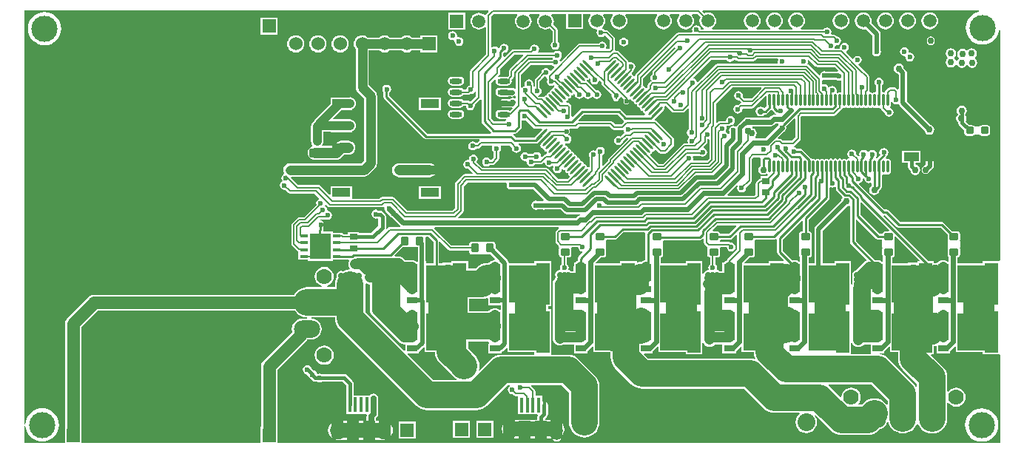
<source format=gtl>
G04*
G04 #@! TF.GenerationSoftware,Altium Limited,Altium Designer,20.0.11 (256)*
G04*
G04 Layer_Physical_Order=1*
G04 Layer_Color=255*
%FSLAX25Y25*%
%MOIN*%
G70*
G01*
G75*
%ADD11C,0.00984*%
%ADD12C,0.02362*%
%ADD14C,0.00600*%
%ADD16C,0.01000*%
%ADD17C,0.00800*%
G04:AMPARAMS|DCode=25|XSize=43.31mil|YSize=55.12mil|CornerRadius=10.83mil|HoleSize=0mil|Usage=FLASHONLY|Rotation=90.000|XOffset=0mil|YOffset=0mil|HoleType=Round|Shape=RoundedRectangle|*
%AMROUNDEDRECTD25*
21,1,0.04331,0.03347,0,0,90.0*
21,1,0.02165,0.05512,0,0,90.0*
1,1,0.02165,0.01673,0.01083*
1,1,0.02165,0.01673,-0.01083*
1,1,0.02165,-0.01673,-0.01083*
1,1,0.02165,-0.01673,0.01083*
%
%ADD25ROUNDEDRECTD25*%
%ADD26R,0.08268X0.03937*%
%ADD27O,0.01181X0.05512*%
%ADD28R,0.25000X0.14213*%
%ADD29R,0.01575X0.06890*%
G04:AMPARAMS|DCode=30|XSize=51.18mil|YSize=86.61mil|CornerRadius=12.8mil|HoleSize=0mil|Usage=FLASHONLY|Rotation=0.000|XOffset=0mil|YOffset=0mil|HoleType=Round|Shape=RoundedRectangle|*
%AMROUNDEDRECTD30*
21,1,0.05118,0.06102,0,0,0.0*
21,1,0.02559,0.08661,0,0,0.0*
1,1,0.02559,0.01280,-0.03051*
1,1,0.02559,-0.01280,-0.03051*
1,1,0.02559,-0.01280,0.03051*
1,1,0.02559,0.01280,0.03051*
%
%ADD30ROUNDEDRECTD30*%
%ADD31R,0.05610X0.09843*%
%ADD32R,0.06299X0.05748*%
%ADD33R,0.07185X0.02756*%
%ADD34R,0.03543X0.01181*%
%ADD35O,0.05709X0.02362*%
%ADD36R,0.06693X0.03937*%
%ADD37R,0.03347X0.02756*%
G04:AMPARAMS|DCode=39|XSize=39.37mil|YSize=35.43mil|CornerRadius=4.43mil|HoleSize=0mil|Usage=FLASHONLY|Rotation=90.000|XOffset=0mil|YOffset=0mil|HoleType=Round|Shape=RoundedRectangle|*
%AMROUNDEDRECTD39*
21,1,0.03937,0.02657,0,0,90.0*
21,1,0.03051,0.03543,0,0,90.0*
1,1,0.00886,0.01329,0.01526*
1,1,0.00886,0.01329,-0.01526*
1,1,0.00886,-0.01329,-0.01526*
1,1,0.00886,-0.01329,0.01526*
%
%ADD39ROUNDEDRECTD39*%
G04:AMPARAMS|DCode=40|XSize=39.37mil|YSize=35.43mil|CornerRadius=4.43mil|HoleSize=0mil|Usage=FLASHONLY|Rotation=180.000|XOffset=0mil|YOffset=0mil|HoleType=Round|Shape=RoundedRectangle|*
%AMROUNDEDRECTD40*
21,1,0.03937,0.02657,0,0,180.0*
21,1,0.03051,0.03543,0,0,180.0*
1,1,0.00886,-0.01526,0.01329*
1,1,0.00886,0.01526,0.01329*
1,1,0.00886,0.01526,-0.01329*
1,1,0.00886,-0.01526,-0.01329*
%
%ADD40ROUNDEDRECTD40*%
G04:AMPARAMS|DCode=41|XSize=11.81mil|YSize=70.87mil|CornerRadius=0mil|HoleSize=0mil|Usage=FLASHONLY|Rotation=45.000|XOffset=0mil|YOffset=0mil|HoleType=Round|Shape=Round|*
%AMOVALD41*
21,1,0.05906,0.01181,0.00000,0.00000,135.0*
1,1,0.01181,0.02088,-0.02088*
1,1,0.01181,-0.02088,0.02088*
%
%ADD41OVALD41*%

G04:AMPARAMS|DCode=42|XSize=11.81mil|YSize=70.87mil|CornerRadius=0mil|HoleSize=0mil|Usage=FLASHONLY|Rotation=315.000|XOffset=0mil|YOffset=0mil|HoleType=Round|Shape=Round|*
%AMOVALD42*
21,1,0.05906,0.01181,0.00000,0.00000,45.0*
1,1,0.01181,-0.02088,-0.02088*
1,1,0.01181,0.02088,0.02088*
%
%ADD42OVALD42*%

G04:AMPARAMS|DCode=43|XSize=23.62mil|YSize=23.62mil|CornerRadius=2.36mil|HoleSize=0mil|Usage=FLASHONLY|Rotation=180.000|XOffset=0mil|YOffset=0mil|HoleType=Round|Shape=RoundedRectangle|*
%AMROUNDEDRECTD43*
21,1,0.02362,0.01890,0,0,180.0*
21,1,0.01890,0.02362,0,0,180.0*
1,1,0.00472,-0.00945,0.00945*
1,1,0.00472,0.00945,0.00945*
1,1,0.00472,0.00945,-0.00945*
1,1,0.00472,-0.00945,-0.00945*
%
%ADD43ROUNDEDRECTD43*%
G04:AMPARAMS|DCode=44|XSize=31.5mil|YSize=31.5mil|CornerRadius=3.94mil|HoleSize=0mil|Usage=FLASHONLY|Rotation=0.000|XOffset=0mil|YOffset=0mil|HoleType=Round|Shape=RoundedRectangle|*
%AMROUNDEDRECTD44*
21,1,0.03150,0.02362,0,0,0.0*
21,1,0.02362,0.03150,0,0,0.0*
1,1,0.00787,0.01181,-0.01181*
1,1,0.00787,-0.01181,-0.01181*
1,1,0.00787,-0.01181,0.01181*
1,1,0.00787,0.01181,0.01181*
%
%ADD44ROUNDEDRECTD44*%
%ADD54R,0.09803X0.11811*%
%ADD69R,0.06000X0.06000*%
%ADD70C,0.06000*%
%ADD81C,0.00984*%
%ADD82R,0.08661X0.16535*%
%ADD83R,0.04528X0.02756*%
%ADD84R,0.05906X0.18504*%
%ADD85C,0.01968*%
%ADD86C,0.04200*%
%ADD87C,0.01800*%
%ADD88C,0.04700*%
%ADD89C,0.02200*%
%ADD90C,0.06800*%
%ADD91C,0.02500*%
%ADD92C,0.03900*%
%ADD93C,0.00799*%
%ADD94C,0.12000*%
%ADD95C,0.05600*%
%ADD96C,0.14000*%
%ADD97C,0.08200*%
%ADD98C,0.17500*%
%ADD99C,0.13000*%
%ADD100C,0.01575*%
%ADD101C,0.07000*%
%ADD102O,0.11811X0.07874*%
G04:AMPARAMS|DCode=103|XSize=41.34mil|YSize=57.48mil|CornerRadius=10.34mil|HoleSize=0mil|Usage=FLASHONLY|Rotation=0.000|XOffset=0mil|YOffset=0mil|HoleType=Round|Shape=RoundedRectangle|*
%AMROUNDEDRECTD103*
21,1,0.04134,0.03681,0,0,0.0*
21,1,0.02067,0.05748,0,0,0.0*
1,1,0.02067,0.01034,-0.01841*
1,1,0.02067,-0.01034,-0.01841*
1,1,0.02067,-0.01034,0.01841*
1,1,0.02067,0.01034,0.01841*
%
%ADD103ROUNDEDRECTD103*%
%ADD104C,0.08000*%
%ADD105O,0.07874X0.11811*%
%ADD106C,0.11811*%
%ADD107C,0.05906*%
%ADD108R,0.05906X0.05906*%
%ADD109C,0.02362*%
%ADD110C,0.02953*%
%ADD111C,0.02756*%
%ADD112C,0.03150*%
G36*
X209643Y195472D02*
X208835Y194665D01*
X208570Y194268D01*
X208536Y194097D01*
X208318Y193992D01*
X207995Y193938D01*
X207292Y194477D01*
X206380Y194855D01*
X205400Y194984D01*
X204421Y194855D01*
X203508Y194477D01*
X202724Y193876D01*
X202123Y193092D01*
X201745Y192179D01*
X201616Y191200D01*
X201745Y190220D01*
X202123Y189308D01*
X202724Y188524D01*
X203508Y187923D01*
X204421Y187545D01*
X205400Y187416D01*
X206380Y187545D01*
X207292Y187923D01*
X207977Y188448D01*
X208477Y188295D01*
Y176106D01*
X201735Y169365D01*
X201470Y168968D01*
X201377Y168500D01*
Y162202D01*
X200927Y162112D01*
X200272Y161674D01*
X199835Y161019D01*
X199705Y160369D01*
X198310D01*
X198173Y160574D01*
X197518Y161012D01*
X196745Y161166D01*
X193398D01*
X192626Y161012D01*
X191971Y160574D01*
X191533Y159919D01*
X191379Y159147D01*
X191533Y158374D01*
X191971Y157719D01*
X192626Y157281D01*
X193398Y157127D01*
X196745D01*
X197518Y157281D01*
X198173Y157719D01*
X198310Y157924D01*
X200600D01*
X201068Y158017D01*
X201456Y158276D01*
X201700Y158228D01*
X202473Y158381D01*
X203128Y158819D01*
X203565Y159474D01*
X203577Y159534D01*
X204077Y159485D01*
Y157353D01*
X201742Y155018D01*
X201500Y155066D01*
X201256Y155017D01*
X200868Y155276D01*
X200400Y155369D01*
X198310D01*
X198173Y155574D01*
X197518Y156012D01*
X196745Y156166D01*
X193398D01*
X192626Y156012D01*
X191971Y155574D01*
X191533Y154919D01*
X191379Y154147D01*
X191533Y153374D01*
X191971Y152719D01*
X192626Y152281D01*
X193398Y152128D01*
X196745D01*
X197518Y152281D01*
X198173Y152719D01*
X198310Y152924D01*
X199505D01*
X199635Y152274D01*
X200072Y151619D01*
X200727Y151181D01*
X201500Y151028D01*
X202273Y151181D01*
X202928Y151619D01*
X203365Y152274D01*
X203519Y153047D01*
X203471Y153288D01*
X206075Y155893D01*
X206423Y155805D01*
X206575Y155701D01*
Y145953D01*
X206575Y145953D01*
X206676Y145446D01*
X206963Y145017D01*
X210955Y141025D01*
X210748Y140525D01*
X182249D01*
X165025Y157749D01*
Y158937D01*
X165228Y159072D01*
X165665Y159727D01*
X165819Y160500D01*
X165665Y161273D01*
X165228Y161928D01*
X164573Y162365D01*
X163800Y162519D01*
X163027Y162365D01*
X162372Y161928D01*
X161935Y161273D01*
X161781Y160500D01*
X161935Y159727D01*
X162372Y159072D01*
X162375Y159070D01*
Y157200D01*
X162375Y157200D01*
X162476Y156693D01*
X162763Y156263D01*
X180763Y138263D01*
X180763Y138263D01*
X181193Y137976D01*
X181700Y137875D01*
X205668D01*
X205717Y137741D01*
X205751Y137375D01*
X205435Y137164D01*
X204595Y136325D01*
X204028Y136328D01*
X203373Y136765D01*
X202600Y136919D01*
X201827Y136765D01*
X201172Y136328D01*
X200735Y135673D01*
X200581Y134900D01*
X200735Y134127D01*
X201172Y133472D01*
X201827Y133035D01*
X202600Y132881D01*
X203373Y133035D01*
X204028Y133472D01*
X204165Y133677D01*
X204900D01*
X205368Y133770D01*
X205765Y134035D01*
X206806Y135077D01*
X211241D01*
X211477Y134636D01*
X211435Y134573D01*
X211281Y133800D01*
X211435Y133027D01*
X211872Y132372D01*
X212077Y132235D01*
Y129806D01*
X211056Y128785D01*
X210514Y128822D01*
X210292Y129154D01*
X209637Y129592D01*
X208865Y129745D01*
X208092Y129592D01*
X207437Y129154D01*
X206999Y128499D01*
X206845Y127726D01*
X206999Y126954D01*
X207437Y126299D01*
X208092Y125861D01*
X208865Y125707D01*
X209637Y125861D01*
X210207Y126242D01*
X211465D01*
X211932Y126335D01*
X212329Y126600D01*
X214165Y128435D01*
X214430Y128832D01*
X214523Y129300D01*
Y132235D01*
X214728Y132372D01*
X215165Y133027D01*
X215319Y133800D01*
X215165Y134573D01*
X215123Y134636D01*
X215359Y135077D01*
X219293D01*
X220329Y134042D01*
X220281Y133800D01*
X220435Y133027D01*
X220872Y132372D01*
X221527Y131934D01*
X222300Y131781D01*
X223073Y131934D01*
X223728Y132372D01*
X224165Y133027D01*
X224319Y133800D01*
X224165Y134573D01*
X223728Y135228D01*
X223207Y135575D01*
X223359Y136075D01*
X231030D01*
X231030Y136075D01*
X231537Y136176D01*
X231967Y136463D01*
X232169Y136666D01*
X232203Y136672D01*
X232662Y136979D01*
X233983Y138300D01*
X234463Y138253D01*
X234658Y138122D01*
X234776Y137533D01*
X233442Y136199D01*
X233135Y135740D01*
X233028Y135197D01*
X233135Y134655D01*
X233442Y134195D01*
X233902Y133888D01*
X234424Y133785D01*
X234527Y133263D01*
X234835Y132803D01*
X235294Y132496D01*
X235816Y132393D01*
X235919Y131871D01*
X236020Y131721D01*
X235753Y131221D01*
X235613D01*
X235185Y131135D01*
X234821Y130893D01*
X233911Y129982D01*
X233565Y130127D01*
X233434Y130212D01*
X233286Y130952D01*
X232849Y131607D01*
X232194Y132044D01*
X231421Y132198D01*
X230648Y132044D01*
X229993Y131607D01*
X229761Y131259D01*
X227719D01*
X227541Y131526D01*
X226886Y131963D01*
X226114Y132117D01*
X225341Y131963D01*
X224686Y131526D01*
X224248Y130870D01*
X224095Y130098D01*
X224248Y129325D01*
X224686Y128670D01*
X225341Y128232D01*
X226114Y128079D01*
X226486Y128153D01*
X226911Y127727D01*
X226911Y127726D01*
X227064Y126954D01*
X227502Y126299D01*
X228157Y125861D01*
X228930Y125707D01*
X229703Y125861D01*
X230358Y126299D01*
X230545Y126579D01*
X233213D01*
X233642Y126665D01*
X234006Y126908D01*
X234546Y127447D01*
X235070Y127264D01*
X235179Y126717D01*
X235617Y126062D01*
X236272Y125624D01*
X237044Y125470D01*
X237817Y125624D01*
X238399Y126013D01*
X238624Y126030D01*
X238667Y126021D01*
X238895Y125462D01*
X238835Y125373D01*
X238681Y124600D01*
X238835Y123827D01*
X239272Y123172D01*
X239927Y122735D01*
X240700Y122581D01*
X241473Y122735D01*
X242128Y123172D01*
X242565Y123827D01*
X242666Y124331D01*
X243186Y124452D01*
X243646Y124145D01*
X244167Y124041D01*
X244271Y123520D01*
X244578Y123060D01*
X245038Y122753D01*
X245559Y122649D01*
X245663Y122128D01*
X245970Y121668D01*
X246170Y121534D01*
X246266Y120922D01*
X245242Y119898D01*
X241186D01*
X236246Y124839D01*
X235882Y125082D01*
X235453Y125168D01*
X207017D01*
X204402Y127783D01*
X204765Y128327D01*
X204919Y129100D01*
X204765Y129873D01*
X204328Y130528D01*
X203673Y130965D01*
X202900Y131119D01*
X202127Y130965D01*
X201472Y130528D01*
X201035Y129873D01*
X200881Y129100D01*
X200912Y128941D01*
X200559Y128587D01*
X200400Y128619D01*
X199627Y128465D01*
X198972Y128028D01*
X198535Y127373D01*
X198381Y126600D01*
X198535Y125827D01*
X198972Y125172D01*
X199627Y124734D01*
X200400Y124581D01*
X200762Y124653D01*
X202724Y122691D01*
X202533Y122229D01*
X199088D01*
X198659Y122143D01*
X198295Y121900D01*
X195008Y118613D01*
X194765Y118250D01*
X194680Y117821D01*
Y106885D01*
X193615Y105820D01*
X173185D01*
X167413Y111592D01*
X167050Y111835D01*
X166621Y111920D01*
X161799D01*
X161370Y111835D01*
X161007Y111592D01*
X160482Y111067D01*
X148824D01*
X148351Y111132D01*
Y116668D01*
X138485D01*
Y113089D01*
X138023Y112898D01*
X133949Y116972D01*
X133585Y117215D01*
X133156Y117300D01*
X123985D01*
X120609Y120676D01*
X120816Y121176D01*
X128991D01*
X129093Y121108D01*
X129827Y120962D01*
X133173D01*
X133907Y121108D01*
X134009Y121176D01*
X138485D01*
Y121132D01*
X148351D01*
Y121176D01*
X153700D01*
X154457Y121275D01*
X155162Y121567D01*
X155768Y122032D01*
X158668Y124932D01*
X159133Y125538D01*
X159425Y126243D01*
X159524Y127000D01*
Y157500D01*
X159425Y158257D01*
X159133Y158962D01*
X158668Y159568D01*
X155724Y162511D01*
Y177976D01*
X160370D01*
X160884Y177581D01*
X161808Y177199D01*
X162800Y177068D01*
X163792Y177199D01*
X164716Y177581D01*
X165230Y177976D01*
X170370D01*
X170884Y177581D01*
X171808Y177199D01*
X172800Y177068D01*
X173792Y177199D01*
X174716Y177581D01*
X175230Y177976D01*
X179001D01*
Y177101D01*
X186599D01*
Y184699D01*
X179001D01*
Y183824D01*
X175230D01*
X174716Y184219D01*
X173792Y184601D01*
X172800Y184732D01*
X171808Y184601D01*
X170884Y184219D01*
X170370Y183824D01*
X165230D01*
X164716Y184219D01*
X163792Y184601D01*
X162800Y184732D01*
X161808Y184601D01*
X160884Y184219D01*
X160370Y183824D01*
X155230D01*
X154716Y184219D01*
X153792Y184601D01*
X152800Y184732D01*
X151808Y184601D01*
X150884Y184219D01*
X150090Y183610D01*
X149481Y182816D01*
X149099Y181892D01*
X148968Y180900D01*
X149099Y179908D01*
X149481Y178984D01*
X149876Y178470D01*
Y161300D01*
X149975Y160543D01*
X150268Y159838D01*
X150732Y159232D01*
X153676Y156289D01*
Y128211D01*
X152489Y127024D01*
X120169D01*
X119413Y126925D01*
X118707Y126632D01*
X118102Y126168D01*
X117637Y125562D01*
X117345Y124857D01*
X117245Y124100D01*
X117345Y123343D01*
X117584Y122766D01*
X117602Y122559D01*
X117406Y122117D01*
X116972Y121828D01*
X116535Y121173D01*
X116381Y120400D01*
X116535Y119627D01*
X116915Y119057D01*
X116272Y118628D01*
X115835Y117973D01*
X115681Y117200D01*
X115835Y116427D01*
X116272Y115772D01*
X116927Y115334D01*
X117700Y115181D01*
X117942Y115229D01*
X119355Y113816D01*
X119752Y113551D01*
X120220Y113458D01*
X131413D01*
X133417Y111454D01*
X133250Y110914D01*
X132672Y110528D01*
X132235Y109873D01*
X132081Y109100D01*
X132203Y108488D01*
X126534Y102819D01*
X124398D01*
X123969Y102734D01*
X123606Y102491D01*
X121207Y100092D01*
X120965Y99729D01*
X120879Y99300D01*
Y90700D01*
X120965Y90271D01*
X121207Y89907D01*
X123530Y87585D01*
X123880Y87352D01*
Y86698D01*
X123880D01*
Y86327D01*
X123880D01*
Y83548D01*
X128210D01*
Y82957D01*
X139612D01*
Y83548D01*
X143942D01*
Y83621D01*
X146742D01*
X146774Y83556D01*
X146936Y83121D01*
X146643Y82412D01*
X146535Y81590D01*
X146643Y80768D01*
X146960Y80002D01*
X147149Y79756D01*
X146922Y79231D01*
X146016Y79142D01*
X144734Y78753D01*
X144164Y78448D01*
X143412Y78598D01*
X142562Y78429D01*
X141842Y77947D01*
X141361Y77227D01*
X141192Y76378D01*
X141341Y75626D01*
X141037Y75055D01*
X140648Y73774D01*
X140517Y72441D01*
Y71332D01*
X136819D01*
X136786Y71832D01*
X136796Y71833D01*
X137842Y72267D01*
X138740Y72956D01*
X139429Y73854D01*
X139863Y74900D01*
X140010Y76022D01*
X139863Y77144D01*
X139429Y78190D01*
X138740Y79088D01*
X137842Y79777D01*
X136796Y80211D01*
X135674Y80358D01*
X134552Y80211D01*
X133506Y79777D01*
X132608Y79088D01*
X131919Y78190D01*
X131485Y77144D01*
X131338Y76022D01*
X131485Y74900D01*
X131919Y73854D01*
X132608Y72956D01*
X133506Y72267D01*
X134552Y71833D01*
X134562Y71832D01*
X134529Y71332D01*
X128089D01*
X126756Y71201D01*
X125474Y70812D01*
X124293Y70181D01*
X123258Y69331D01*
X122408Y68296D01*
X122165Y67841D01*
X32011D01*
X31071Y67718D01*
X30196Y67355D01*
X29444Y66778D01*
X20033Y57367D01*
X19456Y56615D01*
X19093Y55740D01*
X18970Y54800D01*
Y8299D01*
X18801D01*
Y917D01*
X604D01*
Y8846D01*
X1104Y8870D01*
X1216Y7731D01*
X1645Y6319D01*
X2340Y5017D01*
X3277Y3877D01*
X4417Y2940D01*
X5719Y2245D01*
X7131Y1816D01*
X8600Y1672D01*
X10069Y1816D01*
X11481Y2245D01*
X12783Y2940D01*
X13923Y3877D01*
X14860Y5017D01*
X15555Y6319D01*
X15984Y7731D01*
X16128Y9200D01*
X15984Y10669D01*
X15555Y12081D01*
X14860Y13383D01*
X13923Y14523D01*
X12783Y15460D01*
X11481Y16155D01*
X10069Y16584D01*
X8600Y16728D01*
X7131Y16584D01*
X5719Y16155D01*
X4417Y15460D01*
X3277Y14523D01*
X2340Y13383D01*
X1645Y12081D01*
X1216Y10669D01*
X1104Y9530D01*
X604Y9554D01*
X604Y195933D01*
X209451D01*
X209643Y195472D01*
D02*
G37*
G36*
X255711Y193828D02*
X255223Y193192D01*
X254845Y192279D01*
X254716Y191300D01*
X254845Y190321D01*
X255223Y189408D01*
X255824Y188624D01*
X256608Y188023D01*
X257521Y187645D01*
X258435Y187524D01*
X258580Y187337D01*
X258713Y187039D01*
X258535Y186773D01*
X258381Y186000D01*
X258535Y185227D01*
X258972Y184572D01*
X259627Y184134D01*
X260400Y183981D01*
X261173Y184134D01*
X261828Y184572D01*
X261947Y184751D01*
X262437Y184778D01*
X264379Y182836D01*
Y178764D01*
X264236Y178621D01*
X262891D01*
X262655Y179062D01*
X262765Y179227D01*
X262919Y180000D01*
X262765Y180773D01*
X262328Y181428D01*
X261673Y181865D01*
X260900Y182019D01*
X260127Y181865D01*
X259472Y181428D01*
X259267Y181121D01*
X250700D01*
X250271Y181035D01*
X249908Y180792D01*
X242260Y173145D01*
X241782Y173290D01*
X241765Y173373D01*
X241677Y173504D01*
X241831Y174174D01*
X242128Y174372D01*
X242565Y175027D01*
X242719Y175800D01*
X242565Y176573D01*
X242128Y177228D01*
X241473Y177665D01*
X240700Y177819D01*
X239927Y177665D01*
X239272Y177228D01*
X239067Y176921D01*
X232281D01*
X232014Y177421D01*
X232296Y177843D01*
X232450Y178616D01*
X232296Y179389D01*
X231859Y180044D01*
X231204Y180481D01*
X230431Y180635D01*
X229659Y180481D01*
X229003Y180044D01*
X228566Y179389D01*
X228412Y178616D01*
X228335Y178522D01*
X220799D01*
X220331Y178429D01*
X219935Y178164D01*
X216825Y175054D01*
X216325Y175261D01*
Y176619D01*
X216700Y176981D01*
X217473Y177135D01*
X218128Y177572D01*
X218565Y178227D01*
X218719Y179000D01*
X218565Y179773D01*
X218128Y180428D01*
X217473Y180865D01*
X216700Y181019D01*
X215927Y180865D01*
X215272Y180428D01*
X214835Y179773D01*
X214681Y179000D01*
X214191Y178901D01*
X214036Y178916D01*
X213828Y179228D01*
X213173Y179665D01*
X212400Y179819D01*
X211627Y179665D01*
X211423Y179529D01*
X210923Y179796D01*
Y193293D01*
X211958Y194328D01*
X222570D01*
X222606Y194225D01*
X222688Y193828D01*
X222123Y193092D01*
X221745Y192179D01*
X221616Y191200D01*
X221745Y190220D01*
X222123Y189308D01*
X222724Y188524D01*
X223508Y187923D01*
X224421Y187545D01*
X225400Y187416D01*
X226379Y187545D01*
X227292Y187923D01*
X228076Y188524D01*
X228677Y189308D01*
X229055Y190220D01*
X229184Y191200D01*
X229055Y192179D01*
X228677Y193092D01*
X228112Y193828D01*
X228194Y194225D01*
X228230Y194328D01*
X232571D01*
X232606Y194225D01*
X232688Y193828D01*
X232123Y193092D01*
X231745Y192179D01*
X231616Y191200D01*
X231745Y190220D01*
X232123Y189308D01*
X232724Y188524D01*
X233508Y187923D01*
X234421Y187545D01*
X235400Y187416D01*
X236380Y187545D01*
X237292Y187923D01*
X237349Y187966D01*
X238579Y186736D01*
Y182033D01*
X238272Y181828D01*
X237835Y181173D01*
X237681Y180400D01*
X237835Y179627D01*
X238272Y178972D01*
X238927Y178534D01*
X239700Y178381D01*
X240473Y178534D01*
X241128Y178972D01*
X241565Y179627D01*
X241719Y180400D01*
X241565Y181173D01*
X241128Y181828D01*
X240821Y182033D01*
Y187200D01*
X240735Y187629D01*
X240493Y187992D01*
X238824Y189661D01*
X239055Y190220D01*
X239184Y191200D01*
X239055Y192179D01*
X238677Y193092D01*
X238112Y193828D01*
X238194Y194225D01*
X238230Y194328D01*
X244748D01*
Y187548D01*
X252252D01*
Y194328D01*
X255511D01*
X255711Y193828D01*
D02*
G37*
G36*
X305122Y192949D02*
X304845Y192279D01*
X304716Y191300D01*
X304845Y190321D01*
X305223Y189408D01*
X305824Y188624D01*
X306608Y188023D01*
X306614Y188020D01*
X306515Y187520D01*
X305354D01*
X305248Y188053D01*
X304810Y188708D01*
X304155Y189146D01*
X303382Y189299D01*
X302610Y189146D01*
X301955Y188708D01*
X301517Y188053D01*
X301363Y187280D01*
X301494Y186621D01*
X301220Y186121D01*
X295300D01*
X294871Y186035D01*
X294508Y185792D01*
X276093Y167378D01*
X275850Y167015D01*
X275799Y166758D01*
X275399Y166478D01*
X275281Y166444D01*
X275027Y166537D01*
X275006Y166641D01*
X274699Y167100D01*
X274404Y167297D01*
X274272Y167872D01*
X274604Y168205D01*
X274847Y168568D01*
X274933Y168997D01*
Y169038D01*
X275239Y169243D01*
X275677Y169898D01*
X275831Y170671D01*
X275677Y171443D01*
X275239Y172099D01*
X274585Y172536D01*
X273812Y172690D01*
X273152Y172559D01*
X272823Y172715D01*
X272638Y172869D01*
X272567Y173226D01*
X272324Y173589D01*
X268522Y177392D01*
X268158Y177635D01*
X267729Y177720D01*
X266990D01*
X266605Y178220D01*
X266621Y178300D01*
Y183300D01*
X266535Y183729D01*
X266293Y184092D01*
X263692Y186692D01*
X263329Y186935D01*
X262900Y187021D01*
X262100D01*
X261828Y187428D01*
X261173Y187865D01*
X261042Y187891D01*
X260918Y188426D01*
X261176Y188624D01*
X261777Y189408D01*
X262155Y190321D01*
X262284Y191300D01*
X262155Y192279D01*
X261777Y193192D01*
X261289Y193828D01*
X261489Y194328D01*
X265511D01*
X265711Y193828D01*
X265223Y193192D01*
X264845Y192279D01*
X264716Y191300D01*
X264845Y190321D01*
X265223Y189408D01*
X265824Y188624D01*
X266608Y188023D01*
X267520Y187645D01*
X268500Y187516D01*
X269479Y187645D01*
X270392Y188023D01*
X271176Y188624D01*
X271777Y189408D01*
X272155Y190321D01*
X272284Y191300D01*
X272155Y192279D01*
X271777Y193192D01*
X271289Y193828D01*
X271489Y194328D01*
X285511D01*
X285711Y193828D01*
X285223Y193192D01*
X284845Y192279D01*
X284716Y191300D01*
X284845Y190321D01*
X285223Y189408D01*
X285824Y188624D01*
X286608Y188023D01*
X287521Y187645D01*
X288500Y187516D01*
X289479Y187645D01*
X290392Y188023D01*
X291176Y188624D01*
X291777Y189408D01*
X292155Y190321D01*
X292284Y191300D01*
X292155Y192279D01*
X291777Y193192D01*
X291289Y193828D01*
X291489Y194328D01*
X295511D01*
X295711Y193828D01*
X295223Y193192D01*
X294845Y192279D01*
X294716Y191300D01*
X294845Y190321D01*
X295223Y189408D01*
X295824Y188624D01*
X296608Y188023D01*
X297520Y187645D01*
X298500Y187516D01*
X299480Y187645D01*
X300392Y188023D01*
X301176Y188624D01*
X301777Y189408D01*
X302155Y190321D01*
X302284Y191300D01*
X302155Y192279D01*
X301777Y193192D01*
X301289Y193828D01*
X301489Y194328D01*
X303742D01*
X305122Y192949D01*
D02*
G37*
G36*
X340192Y173938D02*
X340135Y173853D01*
X339981Y173080D01*
X340112Y172421D01*
X339838Y171921D01*
X312784D01*
X312355Y171835D01*
X311992Y171592D01*
X304007Y163608D01*
X303465Y163773D01*
X303365Y164273D01*
X302928Y164928D01*
X302273Y165365D01*
X302190Y165382D01*
X302045Y165860D01*
X309948Y173764D01*
X316872D01*
X317077Y173457D01*
X317732Y173019D01*
X318505Y172865D01*
X319277Y173019D01*
X319933Y173457D01*
X320138Y173764D01*
X321038D01*
X321333Y173468D01*
X321696Y173225D01*
X322125Y173140D01*
X328946D01*
X329375Y173225D01*
X329738Y173468D01*
X330649Y174379D01*
X339956D01*
X340192Y173938D01*
D02*
G37*
G36*
X238472Y171172D02*
X239127Y170735D01*
X239210Y170718D01*
X239355Y170240D01*
X237929Y168814D01*
X237381Y168973D01*
X237007Y169532D01*
X236352Y169970D01*
X235579Y170123D01*
X234807Y169970D01*
X234152Y169532D01*
X233714Y168877D01*
X233560Y168104D01*
X233570Y168055D01*
X230807Y165292D01*
X230565Y164929D01*
X230479Y164500D01*
Y161860D01*
X230446Y161840D01*
X229993Y162053D01*
X229938Y162118D01*
X229861Y162503D01*
X229830Y162550D01*
X229919Y163000D01*
X229765Y163773D01*
X229328Y164428D01*
X228673Y164865D01*
X227900Y165019D01*
X227127Y164865D01*
X226472Y164428D01*
X226035Y163773D01*
X225881Y163000D01*
X226035Y162227D01*
X225908Y161921D01*
X225627Y161865D01*
X224972Y161428D01*
X224810Y161185D01*
X224310Y161336D01*
Y167119D01*
X228670Y171479D01*
X238267D01*
X238472Y171172D01*
D02*
G37*
G36*
X357101Y170808D02*
X357464Y170564D01*
X357893Y170479D01*
X365600D01*
X367161Y168918D01*
X366954Y168418D01*
X361943D01*
X361873Y168465D01*
X361100Y168619D01*
X360327Y168465D01*
X359672Y168028D01*
X359235Y167373D01*
X359156Y166977D01*
X358613Y166812D01*
X353833Y171592D01*
X353470Y171835D01*
X353381Y172051D01*
X353565Y172327D01*
X353719Y173100D01*
X353624Y173577D01*
X354085Y173823D01*
X357101Y170808D01*
D02*
G37*
G36*
X225377Y175615D02*
X219255Y169492D01*
X219012Y169129D01*
X218927Y168700D01*
Y166811D01*
X218268Y166152D01*
X218202Y166166D01*
X214855D01*
X214356Y166067D01*
X214110Y166527D01*
X214564Y166981D01*
X214829Y167378D01*
X214922Y167846D01*
Y169693D01*
X221306Y176076D01*
X225186D01*
X225377Y175615D01*
D02*
G37*
G36*
X366827Y164535D02*
X367600Y164381D01*
X368258Y164512D01*
X368758Y164236D01*
Y159422D01*
X368258Y159107D01*
X367914Y159175D01*
X367372Y159067D01*
X366930Y158772D01*
X366488Y159067D01*
X366463Y159582D01*
X366541Y159970D01*
X366387Y160742D01*
X365949Y161398D01*
X365294Y161835D01*
X364522Y161989D01*
X363749Y161835D01*
X363376Y161586D01*
X362976Y161502D01*
X362735Y161714D01*
X362451Y162138D01*
X361796Y162576D01*
X361023Y162730D01*
X360364Y162599D01*
X359864Y162873D01*
Y164514D01*
X360250Y164720D01*
X360364Y164727D01*
X361100Y164581D01*
X361873Y164734D01*
X361943Y164781D01*
X366458D01*
X366827Y164535D01*
D02*
G37*
G36*
X238699Y174179D02*
X238472Y174028D01*
X238267Y173721D01*
X228206D01*
X227777Y173635D01*
X227413Y173392D01*
X222397Y168376D01*
X222154Y168012D01*
X222068Y167584D01*
Y160961D01*
X221568Y160727D01*
X221095Y161043D01*
X220323Y161197D01*
X219907Y161114D01*
X218461D01*
X218202Y161166D01*
X214855D01*
X214082Y161012D01*
X213427Y160574D01*
X212990Y159919D01*
X212836Y159147D01*
X212990Y158374D01*
X213427Y157719D01*
X214082Y157281D01*
X214855Y157127D01*
X218202D01*
X218773Y157241D01*
X219907D01*
X220323Y157159D01*
X221095Y157312D01*
X221568Y157628D01*
X222068Y157395D01*
Y156547D01*
X221627Y156311D01*
X221441Y156436D01*
X220700Y156583D01*
X220656D01*
X220656Y156583D01*
X219915Y156436D01*
X219427Y156110D01*
X216555D01*
X215814Y155962D01*
X215186Y155543D01*
X214766Y154914D01*
X214619Y154173D01*
X214766Y153432D01*
X215186Y152804D01*
X215814Y152384D01*
X216555Y152237D01*
X220183D01*
X220183Y152237D01*
X220260Y152252D01*
X220507Y151792D01*
X219426Y150710D01*
X218974Y151012D01*
X218202Y151166D01*
X214855D01*
X214082Y151012D01*
X213427Y150574D01*
X212990Y149919D01*
X212836Y149147D01*
X212990Y148374D01*
X213427Y147719D01*
X214082Y147281D01*
X214855Y147127D01*
X217749D01*
X217901Y146627D01*
X217372Y146274D01*
X217235Y146069D01*
X212207D01*
X210823Y147453D01*
Y163240D01*
X212474Y164892D01*
X212935Y164646D01*
X212836Y164147D01*
X212990Y163374D01*
X213427Y162719D01*
X214082Y162281D01*
X214855Y162127D01*
X218202D01*
X218974Y162281D01*
X219629Y162719D01*
X220067Y163374D01*
X220221Y164147D01*
X220090Y164804D01*
X220840Y165554D01*
X221083Y165918D01*
X221168Y166347D01*
Y168236D01*
X227612Y174679D01*
X238547D01*
X238699Y174179D01*
D02*
G37*
G36*
X293848Y179056D02*
X293863Y178948D01*
X283807Y168892D01*
X283565Y168529D01*
X283479Y168100D01*
Y167233D01*
X283172Y167028D01*
X282735Y166373D01*
X282581Y165600D01*
X282735Y164827D01*
X283124Y164245D01*
X282896Y164092D01*
X281763Y162959D01*
X281520Y162595D01*
X281434Y162167D01*
Y161270D01*
X281063Y160947D01*
X280579Y161072D01*
X280561Y161092D01*
X280267Y161533D01*
X279807Y161840D01*
X279620Y161877D01*
X279548Y161979D01*
X279346Y162427D01*
X279406Y162729D01*
Y165321D01*
X293317Y179232D01*
X293848Y179056D01*
D02*
G37*
G36*
X235579Y166085D02*
X235693Y166108D01*
X236079Y165790D01*
Y165210D01*
X236159Y164810D01*
X236120Y164751D01*
X235966Y163978D01*
X236120Y163205D01*
X236557Y162550D01*
X237212Y162112D01*
X237985Y161959D01*
X238758Y162112D01*
X239217Y162419D01*
X239353Y162318D01*
X239376Y162226D01*
X239306Y161730D01*
X239010Y161533D01*
X238703Y161073D01*
X238599Y160552D01*
X238078Y160448D01*
X237618Y160141D01*
X237311Y159681D01*
X237208Y159160D01*
X236686Y159056D01*
X236227Y158749D01*
X235919Y158289D01*
X235816Y157768D01*
X235294Y157664D01*
X234835Y157357D01*
X234632Y157055D01*
X234618Y157039D01*
X234132Y156886D01*
X234015Y156883D01*
X233936Y156935D01*
X233507Y157021D01*
X232354D01*
X232100Y157325D01*
X232261Y157812D01*
X232373Y157835D01*
X233028Y158272D01*
X233465Y158927D01*
X233619Y159700D01*
X233465Y160473D01*
X233028Y161128D01*
X232721Y161333D01*
Y164036D01*
X234905Y166219D01*
X235579Y166085D01*
D02*
G37*
G36*
X332641Y160817D02*
X328143Y156320D01*
X324965D01*
X324248Y157037D01*
X324350Y157551D01*
X324196Y158324D01*
X323758Y158979D01*
X323103Y159416D01*
X322331Y159570D01*
X321558Y159416D01*
X320903Y158979D01*
X320465Y158324D01*
X320311Y157551D01*
X320465Y156778D01*
X320903Y156123D01*
X321558Y155685D01*
X322331Y155532D01*
X322541Y155574D01*
X323575Y154540D01*
X323440Y154107D01*
X323398Y154035D01*
X322990Y153954D01*
X322626Y153711D01*
X322362Y153447D01*
X322000Y153519D01*
X321227Y153365D01*
X320572Y152928D01*
X320135Y152273D01*
X319981Y151500D01*
X320135Y150727D01*
X320572Y150072D01*
X321227Y149635D01*
X322000Y149481D01*
X322773Y149635D01*
X323428Y150072D01*
X323865Y150727D01*
X324019Y151500D01*
X324264Y151798D01*
X328306D01*
X328735Y151883D01*
X329098Y152126D01*
X334501Y157529D01*
X335001Y157322D01*
Y153427D01*
X335095Y152957D01*
X334153Y152015D01*
X333854Y152044D01*
X333134Y152525D01*
X332284Y152694D01*
X331435Y152525D01*
X330715Y152044D01*
X330234Y151324D01*
X330065Y150475D01*
X330234Y149625D01*
X330715Y148905D01*
X331435Y148424D01*
X332284Y148255D01*
X333134Y148424D01*
X333854Y148905D01*
X334023Y149158D01*
X334474D01*
X334978Y149258D01*
X335405Y149544D01*
X336925Y151063D01*
X337423Y151014D01*
X337456Y150965D01*
X338672Y149749D01*
X339100Y149463D01*
X339288Y149425D01*
X339239Y148925D01*
X338189D01*
X338189Y148925D01*
X337448Y148778D01*
X336820Y148358D01*
X336820Y148358D01*
X336066Y147605D01*
X327868D01*
X327545Y147669D01*
X325655D01*
X325251Y147589D01*
X324909Y147360D01*
X324680Y147017D01*
X324677Y147004D01*
X324308Y146757D01*
X321714Y144163D01*
X321320Y143573D01*
X321252Y143545D01*
X320773Y143865D01*
X320000Y144019D01*
X319227Y143865D01*
X318572Y143428D01*
X318135Y142773D01*
X317981Y142000D01*
X318135Y141227D01*
X318182Y141157D01*
Y140475D01*
X317682Y140323D01*
X317378Y140778D01*
X316723Y141215D01*
X316582Y141753D01*
X316765Y142027D01*
X316919Y142800D01*
X316788Y143459D01*
X317062Y143959D01*
X317980D01*
X318409Y144045D01*
X318773Y144288D01*
X318904Y144419D01*
X319479Y144533D01*
X320134Y144971D01*
X320571Y145626D01*
X320725Y146398D01*
X320571Y147171D01*
X320134Y147826D01*
X319479Y148264D01*
X318706Y148417D01*
X317933Y148264D01*
X317278Y147826D01*
X316841Y147171D01*
X316687Y146398D01*
X316525Y146201D01*
X313955D01*
X313527Y146116D01*
X313163Y145873D01*
X312583Y145292D01*
X312121Y145484D01*
Y153936D01*
X319464Y161279D01*
X332449D01*
X332641Y160817D01*
D02*
G37*
G36*
X255573Y165153D02*
X255488Y164724D01*
X255641Y163952D01*
X256079Y163297D01*
X256734Y162859D01*
X257507Y162705D01*
X258279Y162859D01*
X258934Y163297D01*
X259372Y163952D01*
X259409Y164138D01*
X259888Y164284D01*
X260735Y163436D01*
Y162840D01*
X260828Y162372D01*
X261093Y161976D01*
X265148Y157921D01*
X265100Y157679D01*
X265253Y156906D01*
X265691Y156251D01*
X265934Y156088D01*
X265989Y155813D01*
X266254Y155416D01*
X266651Y155151D01*
X267119Y155058D01*
X267587Y155151D01*
X267984Y155416D01*
X268249Y155813D01*
X268303Y156088D01*
X268547Y156251D01*
X268919Y156808D01*
X269467Y156967D01*
X270621Y155814D01*
Y154923D01*
X270714Y154455D01*
X270979Y154059D01*
X271376Y153794D01*
X271843Y153700D01*
X272311Y153794D01*
X272708Y154059D01*
X272973Y154455D01*
X273066Y154923D01*
Y155599D01*
X273561Y155957D01*
X273765Y155886D01*
X273780Y155813D01*
X274087Y155353D01*
X274547Y155046D01*
X275068Y154942D01*
X275172Y154421D01*
X275479Y153961D01*
X275939Y153654D01*
X276460Y153550D01*
X276564Y153029D01*
X276871Y152569D01*
X277331Y152262D01*
X277852Y152158D01*
X277956Y151637D01*
X278263Y151177D01*
X278723Y150870D01*
X279244Y150766D01*
X279348Y150245D01*
X279655Y149785D01*
X280115Y149478D01*
X280119Y149477D01*
X280171Y149330D01*
X279819Y148830D01*
X271851D01*
X269428Y151253D01*
X268998Y151540D01*
X268491Y151641D01*
X268491Y151641D01*
X251917D01*
X251917Y151641D01*
X251410Y151540D01*
X250980Y151253D01*
X250980Y151253D01*
X247692Y147966D01*
X247402Y148063D01*
X247203Y148184D01*
X247064Y148883D01*
X247100Y149064D01*
Y152705D01*
X247007Y153173D01*
X246742Y153569D01*
X246273Y154038D01*
X245876Y154303D01*
X245409Y154396D01*
X245023D01*
X244671Y154896D01*
X244724Y155045D01*
X244730Y155046D01*
X245190Y155353D01*
X245497Y155813D01*
X245601Y156334D01*
X246122Y156438D01*
X246582Y156745D01*
X246889Y157205D01*
X246993Y157726D01*
X247514Y157830D01*
X247974Y158137D01*
X248107Y158336D01*
X248578Y158141D01*
X248564Y158072D01*
X248718Y157300D01*
X249156Y156645D01*
X249811Y156207D01*
X250584Y156053D01*
X251356Y156207D01*
X252011Y156645D01*
X252251Y157004D01*
X252853D01*
X253093Y156645D01*
X253748Y156207D01*
X254521Y156053D01*
X255293Y156207D01*
X255948Y156645D01*
X256188Y157004D01*
X256790D01*
X257030Y156645D01*
X257685Y156207D01*
X258457Y156053D01*
X259230Y156207D01*
X259885Y156645D01*
X260323Y157300D01*
X260477Y158072D01*
X260323Y158845D01*
X259885Y159500D01*
X259230Y159938D01*
X258457Y160091D01*
X258216Y160043D01*
X254477Y163782D01*
X254081Y164047D01*
X254037Y164055D01*
X253849Y164164D01*
X253953Y164686D01*
X254474Y164789D01*
X254934Y165097D01*
X255102Y165348D01*
X255573Y165153D01*
D02*
G37*
G36*
X270365Y146569D02*
X270645Y146382D01*
X270762Y145903D01*
X270752Y145781D01*
X269594Y144623D01*
X266807D01*
X265622Y145807D01*
X265226Y146072D01*
X264758Y146165D01*
X250345D01*
X250138Y146665D01*
X252465Y148992D01*
X267942D01*
X270365Y146569D01*
D02*
G37*
G36*
X340410Y144553D02*
X340372Y144528D01*
X340137Y144175D01*
X334383Y138422D01*
X329996D01*
X329844Y138922D01*
X329901Y138959D01*
X330403Y139712D01*
X330580Y140600D01*
X330403Y141488D01*
X329901Y142241D01*
X329148Y142744D01*
X329010Y142771D01*
X328569Y142913D01*
Y143732D01*
X336868D01*
X336869Y143732D01*
X337610Y143879D01*
X338238Y144299D01*
X338991Y145053D01*
X340258D01*
X340410Y144553D01*
D02*
G37*
G36*
X225248Y146455D02*
X226020Y146301D01*
X226645Y146425D01*
X229988Y143082D01*
X230385Y142817D01*
X230853Y142724D01*
X233746D01*
X233938Y142262D01*
X230659Y138983D01*
X230494Y138738D01*
X230481Y138725D01*
X222049D01*
X220798Y139975D01*
X221005Y140475D01*
X221500D01*
X221500Y140475D01*
X222007Y140576D01*
X222437Y140863D01*
X224337Y142763D01*
X224337Y142763D01*
X224624Y143193D01*
X224725Y143700D01*
X224725Y143700D01*
Y146274D01*
X225166Y146509D01*
X225248Y146455D01*
D02*
G37*
G36*
X430566Y195433D02*
X429319Y195055D01*
X428018Y194360D01*
X426877Y193423D01*
X425940Y192282D01*
X425245Y190981D01*
X424816Y189569D01*
X424672Y188100D01*
X424816Y186631D01*
X425245Y185219D01*
X425940Y183917D01*
X426877Y182777D01*
X428018Y181840D01*
X429319Y181145D01*
X430731Y180716D01*
X432200Y180572D01*
X433669Y180716D01*
X435081Y181145D01*
X436382Y181840D01*
X437523Y182777D01*
X438460Y183917D01*
X439155Y185219D01*
X439584Y186631D01*
X439633Y187129D01*
X440133Y187105D01*
X440133Y83281D01*
X439633Y82886D01*
X432376D01*
Y81901D01*
X421010D01*
Y84627D01*
X421406Y84706D01*
X421817Y84980D01*
X422092Y85391D01*
X422188Y85876D01*
Y88533D01*
X422109Y88933D01*
X422152Y88976D01*
Y92126D01*
X422109Y92169D01*
X422188Y92569D01*
Y95226D01*
X422092Y95711D01*
X421817Y96122D01*
X421406Y96396D01*
X420922Y96493D01*
X418663D01*
X414958Y100197D01*
X414531Y100483D01*
X414027Y100583D01*
X395179D01*
X389731Y106031D01*
X389304Y106316D01*
X388800Y106417D01*
X388045D01*
X376756Y117706D01*
X376921Y118248D01*
X377151Y118294D01*
X377805Y118732D01*
X378243Y119387D01*
X378354Y119946D01*
X378814Y120208D01*
X378879Y120216D01*
X378974Y120160D01*
X379128Y119387D01*
X379565Y118732D01*
X380220Y118295D01*
X380993Y118141D01*
X381766Y118295D01*
X381905Y118387D01*
X382346Y118152D01*
Y117030D01*
X381825Y116682D01*
X381322Y115930D01*
X381145Y115042D01*
X381322Y114154D01*
X381825Y113401D01*
X382577Y112898D01*
X383465Y112722D01*
X384353Y112898D01*
X385106Y113401D01*
X385609Y114154D01*
X385781Y115019D01*
X386599Y115837D01*
X386599Y115837D01*
X386885Y116264D01*
X386985Y116768D01*
Y121702D01*
X387485Y122112D01*
X387599Y122089D01*
X388141Y122197D01*
X388583Y122492D01*
X389025Y122197D01*
X389568Y122089D01*
X390110Y122197D01*
X390570Y122504D01*
X390877Y122964D01*
X390985Y123506D01*
Y127837D01*
X390877Y128379D01*
X390570Y128839D01*
X390110Y129146D01*
X389568Y129254D01*
X389025Y129146D01*
X389022Y129144D01*
X388880Y129210D01*
X388746Y129696D01*
X388764Y129819D01*
X389013Y130191D01*
X389061Y130434D01*
X389224Y130543D01*
X389662Y131198D01*
X389815Y131971D01*
X389662Y132744D01*
X389224Y133399D01*
X388569Y133836D01*
X387796Y133990D01*
X387023Y133836D01*
X386368Y133399D01*
X385931Y132744D01*
X385777Y131971D01*
X385931Y131198D01*
X386134Y130895D01*
X384786Y129548D01*
X384699Y129417D01*
X384590Y129357D01*
X384443Y129426D01*
X384299Y130045D01*
X384543Y130411D01*
X384697Y131183D01*
X384543Y131956D01*
X384106Y132611D01*
X383451Y133049D01*
X382678Y133203D01*
X381905Y133049D01*
X381250Y132611D01*
X381010Y132251D01*
X380408D01*
X380168Y132611D01*
X379513Y133049D01*
X378740Y133202D01*
X377967Y133049D01*
X377312Y132611D01*
X376875Y131956D01*
X376721Y131183D01*
X376865Y130461D01*
X376750Y130288D01*
X376679Y130273D01*
X376125Y130304D01*
X375371Y131058D01*
X375419Y131300D01*
X375265Y132073D01*
X374828Y132728D01*
X374173Y133165D01*
X373400Y133319D01*
X372627Y133165D01*
X371972Y132728D01*
X371535Y132073D01*
X371381Y131300D01*
X371535Y130527D01*
X371972Y129872D01*
X372255Y129683D01*
X372060Y129212D01*
X371851Y129254D01*
X371309Y129146D01*
X370867Y128851D01*
X370425Y129146D01*
X369883Y129254D01*
X369340Y129146D01*
X368898Y128851D01*
X368456Y129146D01*
X367914Y129254D01*
X367372Y129146D01*
X366930Y128851D01*
X366488Y129146D01*
X365946Y129254D01*
X365403Y129146D01*
X364961Y128851D01*
X364519Y129146D01*
X363977Y129254D01*
X363435Y129146D01*
X362993Y128851D01*
X362551Y129146D01*
X362009Y129254D01*
X361466Y129146D01*
X361024Y128851D01*
X360582Y129146D01*
X360040Y129254D01*
X359498Y129146D01*
X359056Y128851D01*
X358614Y129146D01*
X358072Y129254D01*
X357529Y129146D01*
X357087Y128851D01*
X356645Y129146D01*
X356103Y129254D01*
X355561Y129146D01*
X355086Y129430D01*
X355066Y129461D01*
X351361Y133166D01*
X350934Y133451D01*
X350430Y133551D01*
X348834D01*
X348673Y133792D01*
X348018Y134230D01*
X347364Y134360D01*
Y134870D01*
X347368Y134870D01*
X347765Y135135D01*
X350009Y137380D01*
X350274Y137776D01*
X350367Y138244D01*
Y147985D01*
X350859Y148477D01*
X365303D01*
X365771Y148570D01*
X366167Y148835D01*
X368387Y151055D01*
X368706Y151268D01*
X368971Y151664D01*
X368988Y151752D01*
X369058Y151824D01*
X369546Y152077D01*
X369883Y152010D01*
X370425Y152118D01*
X370867Y152414D01*
X371309Y152118D01*
X371851Y152010D01*
X372393Y152118D01*
X372835Y152414D01*
X373277Y152118D01*
X373820Y152010D01*
X374362Y152118D01*
X374804Y152414D01*
X375246Y152118D01*
X375788Y152010D01*
X376330Y152118D01*
X376772Y152414D01*
X377214Y152118D01*
X377757Y152010D01*
X378299Y152118D01*
X378741Y152414D01*
X379183Y152118D01*
X379725Y152010D01*
X380267Y152118D01*
X380709Y152414D01*
X381151Y152118D01*
X381694Y152010D01*
X382236Y152118D01*
X382678Y152414D01*
X383120Y152118D01*
X383662Y152010D01*
X384204Y152118D01*
X384646Y152414D01*
X385088Y152118D01*
X385631Y152010D01*
X385876Y152059D01*
X385931Y152056D01*
X386407Y151754D01*
X386441Y151701D01*
X386470Y151559D01*
X386735Y151162D01*
X388219Y149677D01*
X388293Y149308D01*
X388731Y148653D01*
X389386Y148216D01*
X390158Y148062D01*
X390931Y148216D01*
X391586Y148653D01*
X392024Y149308D01*
X392177Y150081D01*
X392024Y150854D01*
X391586Y151509D01*
X390931Y151946D01*
X390794Y151974D01*
X390706Y152150D01*
X390630Y152516D01*
X390877Y152885D01*
X390985Y153427D01*
Y154674D01*
X391240Y154756D01*
X391485Y154757D01*
X391880Y154165D01*
X392535Y153727D01*
X393308Y153574D01*
X394080Y153727D01*
X394205Y153811D01*
X394667Y153619D01*
X394673Y153588D01*
X395068Y152998D01*
X405971Y142095D01*
X406125Y141319D01*
X406628Y140566D01*
X407381Y140064D01*
X408268Y139887D01*
X409156Y140064D01*
X409909Y140566D01*
X410412Y141319D01*
X410589Y142207D01*
X410412Y143095D01*
X409909Y143848D01*
X409156Y144351D01*
X408784Y144425D01*
X398172Y155037D01*
Y167902D01*
X398033Y168598D01*
X397639Y169188D01*
X396747Y170080D01*
X396633Y170654D01*
X396130Y171407D01*
X395377Y171910D01*
X394489Y172086D01*
X393601Y171910D01*
X392848Y171407D01*
X392345Y170654D01*
X392169Y169766D01*
X392345Y168878D01*
X392848Y168125D01*
X393601Y167622D01*
X394175Y167508D01*
X394535Y167148D01*
Y160588D01*
X394035Y160394D01*
X393364Y161064D01*
X392968Y161329D01*
X392500Y161422D01*
X390700D01*
X390700Y161422D01*
X390232Y161329D01*
X389836Y161064D01*
X388703Y159932D01*
X388438Y159535D01*
X388427Y159478D01*
X388386Y159419D01*
X387863Y159123D01*
X387599Y159175D01*
X387447Y159145D01*
X386947Y159550D01*
Y162229D01*
X387058Y162303D01*
X387496Y162958D01*
X387650Y163731D01*
X387496Y164503D01*
X387058Y165158D01*
X386403Y165596D01*
X385631Y165750D01*
X384858Y165596D01*
X384203Y165158D01*
X383765Y164503D01*
X383612Y163731D01*
X383765Y162958D01*
X384203Y162303D01*
X384314Y162229D01*
Y159549D01*
X383814Y159145D01*
X383662Y159175D01*
X383120Y159067D01*
X382678Y158772D01*
X382236Y159067D01*
X381694Y159175D01*
X381578Y159152D01*
X381269Y159590D01*
X381355Y160019D01*
Y166009D01*
X381269Y166437D01*
X381026Y166801D01*
X377590Y170238D01*
X377568Y170270D01*
X376384Y171454D01*
X376549Y171997D01*
X376681Y172023D01*
X377271Y172417D01*
X377286Y172432D01*
X377680Y173022D01*
X377818Y173718D01*
X377680Y174414D01*
X377286Y175004D01*
X376696Y175398D01*
X376000Y175537D01*
X375304Y175398D01*
X374714Y175004D01*
X374699Y174989D01*
X374305Y174399D01*
X374279Y174267D01*
X373736Y174102D01*
X370797Y177042D01*
X370951Y177594D01*
X371497Y177959D01*
X371935Y178614D01*
X372088Y179387D01*
X371935Y180160D01*
X371497Y180815D01*
X370842Y181252D01*
X370069Y181406D01*
X369297Y181252D01*
X368642Y180815D01*
X368204Y180160D01*
X368050Y179387D01*
X368106Y179106D01*
X367789Y178719D01*
X365918D01*
X365683Y179160D01*
X365745Y179254D01*
X365878Y179921D01*
X366211Y180339D01*
X366233Y180361D01*
X366499Y180308D01*
X367271Y180462D01*
X367926Y180899D01*
X368364Y181554D01*
X368518Y182327D01*
X368364Y183100D01*
X367926Y183755D01*
X367271Y184192D01*
X366499Y184346D01*
X366483Y184343D01*
X366013Y184814D01*
X365649Y185057D01*
X365220Y185142D01*
X364368D01*
X364093Y185642D01*
X364225Y186302D01*
X364071Y187074D01*
X363633Y187729D01*
X362978Y188167D01*
X362206Y188321D01*
X361433Y188167D01*
X360778Y187729D01*
X360503Y187435D01*
X360074Y187520D01*
X350485D01*
X350386Y188020D01*
X350392Y188023D01*
X351176Y188624D01*
X351777Y189408D01*
X352155Y190321D01*
X352284Y191300D01*
X352155Y192279D01*
X351777Y193192D01*
X351176Y193976D01*
X350392Y194577D01*
X349480Y194955D01*
X348500Y195084D01*
X347520Y194955D01*
X346608Y194577D01*
X345824Y193976D01*
X345223Y193192D01*
X344845Y192279D01*
X344716Y191300D01*
X344845Y190321D01*
X345223Y189408D01*
X345824Y188624D01*
X346608Y188023D01*
X346614Y188020D01*
X346515Y187520D01*
X340485D01*
X340386Y188020D01*
X340392Y188023D01*
X341176Y188624D01*
X341777Y189408D01*
X342155Y190321D01*
X342284Y191300D01*
X342155Y192279D01*
X341777Y193192D01*
X341176Y193976D01*
X340392Y194577D01*
X339479Y194955D01*
X338500Y195084D01*
X337521Y194955D01*
X336608Y194577D01*
X335824Y193976D01*
X335223Y193192D01*
X334845Y192279D01*
X334716Y191300D01*
X334845Y190321D01*
X335223Y189408D01*
X335824Y188624D01*
X336608Y188023D01*
X336614Y188020D01*
X336515Y187520D01*
X330485D01*
X330386Y188020D01*
X330392Y188023D01*
X331176Y188624D01*
X331777Y189408D01*
X332155Y190321D01*
X332284Y191300D01*
X332155Y192279D01*
X331777Y193192D01*
X331176Y193976D01*
X330392Y194577D01*
X329480Y194955D01*
X328500Y195084D01*
X327520Y194955D01*
X326608Y194577D01*
X325824Y193976D01*
X325223Y193192D01*
X324845Y192279D01*
X324716Y191300D01*
X324845Y190321D01*
X325223Y189408D01*
X325824Y188624D01*
X326608Y188023D01*
X326614Y188020D01*
X326515Y187520D01*
X310485D01*
X310386Y188020D01*
X310392Y188023D01*
X311176Y188624D01*
X311777Y189408D01*
X312155Y190321D01*
X312284Y191300D01*
X312155Y192279D01*
X311777Y193192D01*
X311176Y193976D01*
X310392Y194577D01*
X309479Y194955D01*
X308500Y195084D01*
X307521Y194955D01*
X306851Y194678D01*
X306058Y195472D01*
X306249Y195933D01*
X430492D01*
X430566Y195433D01*
D02*
G37*
G36*
X265435Y142535D02*
X265832Y142270D01*
X266300Y142177D01*
X270100D01*
X270148Y142187D01*
X270581Y142223D01*
X270691Y141824D01*
X270765Y141453D01*
X271092Y140964D01*
X270712Y140710D01*
X269177Y139175D01*
X269038Y139269D01*
X268265Y139422D01*
X267492Y139269D01*
X266837Y138831D01*
X266400Y138176D01*
X266246Y137403D01*
X266400Y136630D01*
X266837Y135975D01*
X267492Y135538D01*
X268265Y135384D01*
X269038Y135538D01*
X269693Y135975D01*
X270130Y136630D01*
X270152Y136740D01*
X270298Y136837D01*
X272044Y138584D01*
X272414Y138544D01*
X272601Y138065D01*
X263908Y129372D01*
X263665Y129008D01*
X263580Y128579D01*
Y128250D01*
X261399Y126069D01*
X260937Y126260D01*
Y130705D01*
X261459Y131054D01*
X261897Y131709D01*
X262051Y132482D01*
X261897Y133254D01*
X261459Y133909D01*
X260804Y134347D01*
X260032Y134501D01*
X259259Y134347D01*
X258604Y133909D01*
X258166Y133254D01*
X258108Y132960D01*
X257655Y132773D01*
X256883Y132926D01*
X256110Y132773D01*
X255455Y132335D01*
X255017Y131680D01*
X254864Y130907D01*
X255017Y130134D01*
X255152Y129933D01*
Y125520D01*
X254651Y125252D01*
X254474Y125371D01*
X253953Y125475D01*
X253849Y125996D01*
X253542Y126456D01*
X253082Y126763D01*
X252560Y126867D01*
X252457Y127388D01*
X252150Y127848D01*
X251690Y128155D01*
X251168Y128259D01*
X251065Y128780D01*
X250758Y129240D01*
X250298Y129547D01*
X249777Y129651D01*
X249673Y130172D01*
X249366Y130632D01*
X248906Y130939D01*
X248385Y131043D01*
X248281Y131564D01*
X247974Y132024D01*
X247514Y132331D01*
X246993Y132434D01*
X246889Y132956D01*
X246582Y133415D01*
X246122Y133722D01*
X245601Y133826D01*
X245497Y134348D01*
X245190Y134807D01*
X244730Y135115D01*
X244209Y135218D01*
X244114Y135694D01*
X244117Y135701D01*
X244252Y135882D01*
X244470Y136094D01*
X245072Y135975D01*
X245844Y136128D01*
X246499Y136566D01*
X246937Y137221D01*
X247091Y137994D01*
X246937Y138766D01*
X246499Y139421D01*
X245844Y139859D01*
X245595Y139909D01*
X245550Y140313D01*
X245565Y140424D01*
X245936Y140672D01*
X246201Y141069D01*
X246294Y141537D01*
X246201Y142005D01*
X246055Y142224D01*
X246285Y142724D01*
X249047D01*
X249515Y142817D01*
X249912Y143082D01*
X250549Y143719D01*
X264251D01*
X265435Y142535D01*
D02*
G37*
G36*
X347921Y147146D02*
Y138751D01*
X346393Y137223D01*
X342440D01*
X341898Y137765D01*
X341502Y138030D01*
X341034Y138123D01*
X340214D01*
X340023Y138585D01*
X342875Y141437D01*
X343228Y141672D01*
X343665Y142327D01*
X343819Y143100D01*
X343720Y143598D01*
X347460Y147337D01*
X347921Y147146D01*
D02*
G37*
G36*
X292341Y150374D02*
X292704Y150131D01*
X293133Y150046D01*
X297197D01*
X297626Y150131D01*
X297990Y150374D01*
X299617Y152002D01*
X300079Y151811D01*
Y142587D01*
X299692Y142328D01*
X299254Y141673D01*
X299101Y140900D01*
X299254Y140127D01*
X299692Y139472D01*
X300029Y139247D01*
Y138646D01*
X299972Y138608D01*
X299535Y137953D01*
X299381Y137180D01*
X299512Y136521D01*
X299237Y136021D01*
X298100D01*
X298096Y136020D01*
X297920D01*
X297492Y135935D01*
X297128Y135692D01*
X288275Y126839D01*
X286425D01*
X282624Y130640D01*
X282756Y131215D01*
X283051Y131412D01*
X283358Y131871D01*
X283462Y132393D01*
X283983Y132497D01*
X284443Y132804D01*
X284582Y133012D01*
X285191Y133110D01*
X286466Y131835D01*
X286862Y131570D01*
X287330Y131477D01*
X289200D01*
X289668Y131570D01*
X290065Y131835D01*
X292965Y134735D01*
X293230Y135132D01*
X293323Y135600D01*
Y137900D01*
X293230Y138368D01*
X292965Y138765D01*
X285565Y146165D01*
X285168Y146430D01*
X284700Y146523D01*
X284626D01*
X284470Y146932D01*
X284464Y147023D01*
X288619Y151177D01*
X288926Y151637D01*
X289034Y152179D01*
X288956Y152570D01*
X289248Y153005D01*
X289287Y153040D01*
X289637Y153078D01*
X292341Y150374D01*
D02*
G37*
G36*
X309279Y137846D02*
Y129300D01*
X308196Y128217D01*
X302114D01*
X301803Y128717D01*
X301919Y129300D01*
X301773Y130036D01*
X301780Y130150D01*
X301986Y130536D01*
X304288D01*
X304387Y130516D01*
X304779D01*
X304886Y130445D01*
X305208Y130381D01*
X305427Y130235D01*
X306200Y130081D01*
X306973Y130235D01*
X307628Y130672D01*
X308065Y131327D01*
X308219Y132100D01*
X308065Y132873D01*
X307628Y133528D01*
X306973Y133965D01*
X306723Y134015D01*
X306578Y134493D01*
X307977Y135892D01*
X308220Y136256D01*
X308306Y136685D01*
Y138026D01*
X308779Y138120D01*
X309279Y137846D01*
D02*
G37*
G36*
X366116Y116243D02*
Y115605D01*
X366216Y115102D01*
X366502Y114674D01*
X369097Y112079D01*
X369226Y111564D01*
X368723Y110811D01*
X368609Y110237D01*
X357086Y98715D01*
X356692Y98125D01*
X356554Y97429D01*
Y81902D01*
X354081D01*
Y84627D01*
X354477Y84706D01*
X354888Y84980D01*
X355163Y85391D01*
X355259Y85876D01*
Y88533D01*
X355179Y88933D01*
X355223Y88976D01*
Y92126D01*
X355179Y92169D01*
X355259Y92569D01*
Y95226D01*
X355163Y95711D01*
X354888Y96122D01*
X354477Y96396D01*
X353993Y96493D01*
X353791D01*
Y101685D01*
X362866Y110760D01*
X362866Y110760D01*
X363154Y111189D01*
X363254Y111697D01*
Y116156D01*
X363696Y116392D01*
X363794Y116326D01*
X364567Y116172D01*
X365339Y116326D01*
X365616Y116511D01*
X366116Y116243D01*
D02*
G37*
G36*
X332327Y129269D02*
X332284Y129204D01*
X332183Y128700D01*
Y126057D01*
X331859Y125841D01*
X331356Y125088D01*
X331180Y124200D01*
X331356Y123312D01*
X331859Y122559D01*
X332612Y122056D01*
X333500Y121880D01*
X334388Y122056D01*
X335008Y122471D01*
X335437Y122281D01*
X335508Y121794D01*
X335050Y121336D01*
X332128D01*
Y120105D01*
X331728Y120025D01*
X331331Y119760D01*
X330435Y118865D01*
X330170Y118468D01*
X330077Y118000D01*
Y113006D01*
X329560Y112489D01*
X317481D01*
X317290Y112951D01*
X321680Y117342D01*
X322069Y117023D01*
X321835Y116673D01*
X321681Y115900D01*
X321835Y115127D01*
X322272Y114472D01*
X322927Y114034D01*
X323700Y113881D01*
X324473Y114034D01*
X325128Y114472D01*
X325565Y115127D01*
X325719Y115900D01*
X325671Y116142D01*
X328065Y118535D01*
X328330Y118932D01*
X328423Y119400D01*
Y128993D01*
X329198Y129769D01*
X332060D01*
X332327Y129269D01*
D02*
G37*
G36*
X217915Y117976D02*
X217781Y117300D01*
X217935Y116527D01*
X218372Y115872D01*
X219027Y115435D01*
X219800Y115281D01*
X220573Y115435D01*
X220643Y115481D01*
X229847D01*
X234651Y110677D01*
X234438Y110183D01*
X233831Y110062D01*
X233760Y110015D01*
X231852D01*
X231782Y110062D01*
X231009Y110216D01*
X230237Y110062D01*
X229582Y109624D01*
X229144Y108969D01*
X228990Y108197D01*
X229144Y107424D01*
X229582Y106769D01*
X230237Y106331D01*
X231009Y106177D01*
X231782Y106331D01*
X231852Y106378D01*
X233760D01*
X233831Y106331D01*
X234603Y106177D01*
X235376Y106331D01*
X235446Y106378D01*
X242083D01*
X243798Y104663D01*
X244388Y104269D01*
X245084Y104130D01*
X250986D01*
X251000Y103636D01*
X251000Y103636D01*
X250259Y103489D01*
X249631Y103069D01*
X249631Y103069D01*
X248798Y102236D01*
X196173D01*
X195966Y102736D01*
X198165Y104935D01*
X198430Y105332D01*
X198523Y105800D01*
Y116693D01*
X200305Y118476D01*
X217648D01*
X217915Y117976D01*
D02*
G37*
G36*
X137288Y107583D02*
X137685Y107318D01*
X138153Y107225D01*
X161747D01*
X162215Y107318D01*
X162410Y107448D01*
X162860Y107147D01*
X162768Y106687D01*
X162922Y105915D01*
X163360Y105260D01*
X163712Y105024D01*
X165424Y103312D01*
X165660Y102960D01*
X166087Y102674D01*
X169831Y98931D01*
X169831Y98931D01*
X170027Y98800D01*
X169875Y98300D01*
X165277D01*
X164809Y98207D01*
X164413Y97942D01*
X163852Y97381D01*
X163425Y97662D01*
X163532Y98200D01*
Y103100D01*
X163401Y103763D01*
X163025Y104325D01*
X162019Y105331D01*
X161457Y105706D01*
X160794Y105838D01*
X160113D01*
X159773Y106065D01*
X159000Y106219D01*
X158227Y106065D01*
X157572Y105628D01*
X157135Y104973D01*
X156981Y104200D01*
X157135Y103427D01*
X157572Y102772D01*
X158227Y102334D01*
X159000Y102181D01*
X159567Y102294D01*
X160005Y102015D01*
X160067Y101930D01*
Y98918D01*
X156841Y95692D01*
X151372D01*
Y96136D01*
X146428D01*
Y95182D01*
X144447D01*
X144365Y95265D01*
X143968Y95530D01*
X143942Y95535D01*
Y95776D01*
X139612D01*
Y96367D01*
X135218D01*
Y97054D01*
X135236Y97142D01*
Y99989D01*
X135135Y100496D01*
X134848Y100926D01*
X134848Y100926D01*
X134837Y100937D01*
X134407Y101224D01*
X134056Y101294D01*
X134106Y101794D01*
X136194D01*
X136306Y101816D01*
X136427Y101734D01*
X137200Y101581D01*
X137973Y101734D01*
X138628Y102172D01*
X139065Y102827D01*
X139219Y103600D01*
X139065Y104373D01*
X138628Y105028D01*
X137973Y105465D01*
X137520Y105555D01*
X137109Y105919D01*
X137055Y106100D01*
X136933Y106711D01*
X136495Y107366D01*
X135860Y107791D01*
X135871Y107862D01*
X136047Y108193D01*
X136572Y108299D01*
X137288Y107583D01*
D02*
G37*
G36*
X390257Y96955D02*
X390065Y96493D01*
X388343D01*
X387858Y96396D01*
X387447Y96122D01*
X387173Y95711D01*
X387076Y95226D01*
Y95214D01*
X385900D01*
X377217Y103898D01*
Y109341D01*
X377679Y109533D01*
X390257Y96955D01*
D02*
G37*
G36*
X321367Y98715D02*
X317866Y95214D01*
X313920D01*
Y95226D01*
X313824Y95711D01*
X313549Y96122D01*
X313139Y96396D01*
X312654Y96493D01*
X310929D01*
X310738Y96955D01*
X312960Y99177D01*
X321176D01*
X321367Y98715D01*
D02*
G37*
G36*
X134403Y95174D02*
X133419D01*
Y97142D01*
X134403D01*
Y95174D01*
D02*
G37*
G36*
X321717Y94687D02*
Y88302D01*
X317252Y83837D01*
X316987Y83440D01*
X316951Y83261D01*
X316528Y83086D01*
X315870Y82581D01*
X315817Y82512D01*
X315054D01*
Y81169D01*
X315048Y81157D01*
X314940Y80335D01*
Y78511D01*
X314018D01*
X313553Y78822D01*
X313027Y78927D01*
X313004Y78939D01*
X312666Y79446D01*
X312664Y79470D01*
X312754Y79921D01*
X312600Y80694D01*
X312162Y81349D01*
X311855Y81554D01*
Y84610D01*
X312654D01*
X313139Y84706D01*
X313549Y84980D01*
X313824Y85391D01*
X313920Y85876D01*
Y88533D01*
X313864Y88819D01*
X314144Y89310D01*
X316995D01*
X317137Y88597D01*
X317575Y87942D01*
X318230Y87505D01*
X319002Y87351D01*
X319775Y87505D01*
X320430Y87942D01*
X320868Y88597D01*
X321022Y89370D01*
X320868Y90143D01*
X320430Y90798D01*
X319775Y91235D01*
X319002Y91389D01*
X318760Y91341D01*
X318704Y91398D01*
X318307Y91663D01*
X317839Y91756D01*
X314177D01*
X313930Y92177D01*
X314119Y92581D01*
X318412D01*
X318916Y92681D01*
X319343Y92967D01*
X319343Y92967D01*
X321255Y94879D01*
X321717Y94687D01*
D02*
G37*
G36*
X351142Y100927D02*
Y96493D01*
X350941D01*
X350457Y96396D01*
X350046Y96122D01*
X349771Y95711D01*
X349675Y95226D01*
Y92569D01*
X349754Y92169D01*
X349711Y92126D01*
Y88976D01*
X349754Y88933D01*
X349675Y88533D01*
Y85876D01*
X349771Y85391D01*
X350042Y84986D01*
Y83094D01*
X349542Y82848D01*
X349232Y83086D01*
X348466Y83403D01*
X347644Y83511D01*
X346822Y83403D01*
X346550Y83290D01*
X342365Y87476D01*
Y92803D01*
X350680Y101118D01*
X351142Y100927D01*
D02*
G37*
G36*
X393703Y98335D02*
X393703Y98335D01*
X394130Y98050D01*
X394634Y97950D01*
X394634Y97950D01*
X413482D01*
X416604Y94828D01*
Y92569D01*
X416683Y92169D01*
X416640Y92126D01*
Y88976D01*
X416683Y88933D01*
X416604Y88533D01*
Y85876D01*
X416700Y85391D01*
X416971Y84985D01*
Y83094D01*
X416471Y82848D01*
X416161Y83086D01*
X415395Y83403D01*
X414573Y83511D01*
X413751Y83403D01*
X412985Y83086D01*
X412327Y82581D01*
X412274Y82512D01*
X411510D01*
Y82490D01*
X411140Y82154D01*
X411010Y82167D01*
X410723Y82139D01*
X410353Y82474D01*
Y82886D01*
X408049D01*
X387739Y103196D01*
X387923Y103671D01*
X388321Y103717D01*
X393703Y98335D01*
D02*
G37*
G36*
X384423Y92967D02*
X384851Y92681D01*
X385354Y92581D01*
X386943D01*
X387112Y92126D01*
Y88976D01*
X387156Y88933D01*
X387076Y88533D01*
Y85876D01*
X387173Y85391D01*
X387444Y84985D01*
Y83094D01*
X386944Y82848D01*
X386634Y83086D01*
X385868Y83403D01*
X385046Y83511D01*
X383731D01*
X375117Y92126D01*
Y101620D01*
X375579Y101812D01*
X384423Y92967D01*
D02*
G37*
G36*
X173727Y89370D02*
X176876D01*
X176920Y89413D01*
X177319Y89334D01*
X177794D01*
Y83051D01*
X177795Y83047D01*
X177794Y83042D01*
X177800Y83012D01*
X177747Y82858D01*
X177289Y82703D01*
X176791Y83085D01*
X176025Y83403D01*
X175203Y83511D01*
X172181D01*
X171446Y84246D01*
X170788Y84751D01*
X170022Y85068D01*
X169200Y85176D01*
X167521D01*
X167329Y85638D01*
X171025Y89334D01*
X173284D01*
X173683Y89413D01*
X173727Y89370D01*
D02*
G37*
G36*
X280380Y95681D02*
X280301Y95284D01*
Y83456D01*
X279893Y83403D01*
X279127Y83086D01*
X278469Y82581D01*
X278441Y82544D01*
X277700Y82641D01*
X276870Y82532D01*
X276495Y82862D01*
Y82886D01*
X268990D01*
Y81902D01*
X267480D01*
X267231Y81926D01*
X266981Y81902D01*
X258207D01*
X257999Y82402D01*
X260207Y84609D01*
X261473D01*
X261957Y84706D01*
X262368Y84980D01*
X262643Y85391D01*
X262739Y85876D01*
Y88533D01*
X262660Y88933D01*
X262703Y88976D01*
Y92126D01*
X262873Y92581D01*
X266514D01*
X267018Y92681D01*
X267445Y92966D01*
X270659Y96181D01*
X280108D01*
X280380Y95681D01*
D02*
G37*
G36*
X403864Y83348D02*
X403672Y82886D01*
X402849D01*
Y82629D01*
X402478Y82293D01*
X401089Y82430D01*
X399217Y82246D01*
X398082Y81901D01*
X391482D01*
Y84627D01*
X391879Y84706D01*
X392289Y84980D01*
X392564Y85391D01*
X392660Y85876D01*
Y88533D01*
X392581Y88933D01*
X392624Y88976D01*
Y92126D01*
X392581Y92169D01*
X392660Y92569D01*
Y93898D01*
X393122Y94089D01*
X403864Y83348D01*
D02*
G37*
G36*
X339732Y92804D02*
Y86930D01*
X339832Y86426D01*
X340118Y85999D01*
X342769Y83348D01*
X342578Y82886D01*
X335920D01*
Y82086D01*
X335745Y81928D01*
X335474Y81902D01*
X325136D01*
X324929Y82402D01*
X327136Y84609D01*
X328402D01*
X328887Y84706D01*
X329297Y84980D01*
X329572Y85391D01*
X329668Y85876D01*
Y88533D01*
X329589Y88933D01*
X329632Y88976D01*
Y92126D01*
X329802Y92581D01*
X338257D01*
X338761Y92681D01*
X339188Y92967D01*
X339232Y93011D01*
X339732Y92804D01*
D02*
G37*
G36*
X184812Y91826D02*
Y81901D01*
X181450D01*
Y83071D01*
X181450Y83075D01*
X181450Y83080D01*
X181431Y83176D01*
Y91161D01*
X181292Y91857D01*
X181243Y91931D01*
Y93651D01*
X181237Y93683D01*
X181554Y94069D01*
X182569D01*
X184812Y91826D01*
D02*
G37*
G36*
X191735Y88036D02*
X192132Y87770D01*
X192600Y87677D01*
X200958D01*
Y87375D01*
X201055Y86890D01*
X201329Y86479D01*
X201740Y86204D01*
X202225Y86108D01*
X204882D01*
X205282Y86187D01*
X205325Y86144D01*
X208475D01*
X208518Y86187D01*
X208918Y86108D01*
X210467D01*
X212579Y83996D01*
X212386Y83482D01*
X211783Y83403D01*
X211017Y83085D01*
X210359Y82581D01*
X210306Y82512D01*
X209542D01*
Y82431D01*
X209250Y82166D01*
X207917Y82035D01*
X206636Y81646D01*
X205454Y81015D01*
X204419Y80165D01*
X203920Y79667D01*
X200510D01*
Y82886D01*
X193006D01*
Y82629D01*
X192636Y82293D01*
X191246Y82430D01*
X189374Y82245D01*
X188240Y81901D01*
X187445D01*
Y91672D01*
X187907Y91864D01*
X191735Y88036D01*
D02*
G37*
G36*
X250208Y88597D02*
X250645Y87942D01*
X251301Y87505D01*
X251858Y87394D01*
X252046Y86875D01*
X250256Y85084D01*
X249971Y84657D01*
X249871Y84153D01*
Y83198D01*
X249599Y83086D01*
X248941Y82581D01*
X248888Y82512D01*
X248124D01*
Y81169D01*
X248119Y81157D01*
X248011Y80335D01*
Y78511D01*
X247089D01*
X246623Y78822D01*
X246098Y78927D01*
X246075Y78939D01*
X245737Y79446D01*
X245735Y79470D01*
X245825Y79921D01*
X245671Y80694D01*
X245233Y81349D01*
X244926Y81554D01*
Y84610D01*
X245725D01*
X246210Y84706D01*
X246620Y84980D01*
X246895Y85391D01*
X246991Y85876D01*
Y88533D01*
X246935Y88819D01*
X247215Y89310D01*
X250066D01*
X250208Y88597D01*
D02*
G37*
G36*
X306738Y93023D02*
Y91495D01*
X306831Y91027D01*
X307096Y90631D01*
X308058Y89669D01*
X308372Y89459D01*
Y88976D01*
X308416Y88933D01*
X308336Y88533D01*
Y85876D01*
X308433Y85391D01*
X308707Y84980D01*
X309118Y84706D01*
X309603Y84610D01*
X309614D01*
Y81554D01*
X309307Y81349D01*
X308869Y80694D01*
X308716Y79921D01*
X308805Y79470D01*
X308803Y79446D01*
X308465Y78939D01*
X308442Y78927D01*
X307917Y78822D01*
X307196Y78341D01*
X306715Y77621D01*
X306657Y77328D01*
X306522Y77231D01*
X306022Y77486D01*
Y82886D01*
X298518D01*
Y81902D01*
X287151D01*
Y84627D01*
X287548Y84706D01*
X287959Y84980D01*
X288233Y85391D01*
X288330Y85876D01*
Y88533D01*
X288250Y88933D01*
X288294Y88976D01*
Y92126D01*
X288643Y92483D01*
X305000D01*
X305504Y92584D01*
X305931Y92869D01*
X306276Y93214D01*
X306738Y93023D01*
D02*
G37*
G36*
X372483Y107736D02*
Y91580D01*
X372584Y91076D01*
X372869Y90649D01*
X379882Y83636D01*
X379784Y83146D01*
X379639Y83086D01*
X378981Y82581D01*
X375418Y79018D01*
X375344Y78921D01*
X374846Y78822D01*
X374126Y78341D01*
X373644Y77621D01*
X373475Y76771D01*
X373644Y75922D01*
X373734Y75787D01*
X373644Y75653D01*
X373475Y74803D01*
X373644Y73954D01*
X373734Y73819D01*
X373644Y73684D01*
X373475Y72834D01*
X373522Y72601D01*
X373451Y72523D01*
X372951Y72716D01*
Y82886D01*
X365447D01*
Y81902D01*
X360191D01*
Y96676D01*
X371181Y107666D01*
X371755Y107780D01*
X372042Y107972D01*
X372483Y107736D01*
D02*
G37*
G36*
X209542Y66070D02*
Y63157D01*
X215215D01*
Y61250D01*
X215155Y61197D01*
X214715Y61031D01*
X214193Y61432D01*
X213427Y61749D01*
X212605Y61857D01*
X211783Y61749D01*
X211017Y61432D01*
X210359Y60927D01*
X210306Y60858D01*
X209542D01*
Y60777D01*
X209250Y60513D01*
X200842D01*
Y66002D01*
X206750D01*
X208083Y66134D01*
X209042Y66424D01*
X209542Y66070D01*
D02*
G37*
G36*
X154612Y72949D02*
X155378Y72632D01*
X156200Y72524D01*
X156324D01*
Y60800D01*
X156432Y59978D01*
X156749Y59212D01*
X157254Y58554D01*
X169373Y46435D01*
X170031Y45930D01*
X170797Y45613D01*
X171619Y45505D01*
X172140D01*
Y42775D01*
X171678Y42584D01*
X154181Y60081D01*
Y70472D01*
Y72441D01*
X154153Y72723D01*
X154590Y72966D01*
X154612Y72949D01*
D02*
G37*
G36*
X306549Y46012D02*
X307054Y45354D01*
X307712Y44849D01*
X308478Y44532D01*
X309300Y44424D01*
X310122Y44532D01*
X310888Y44849D01*
X311546Y45354D01*
X311662Y45505D01*
X315054D01*
Y41504D01*
X321180D01*
Y42446D01*
X323253Y44520D01*
X323715Y44328D01*
Y42114D01*
X329126D01*
X329168Y42068D01*
X329299Y40735D01*
X329688Y39453D01*
X329802Y39240D01*
X329485Y38854D01*
X329000Y39001D01*
X327667Y39132D01*
X281669D01*
X279759Y41042D01*
X279950Y41504D01*
X283778D01*
Y42446D01*
X285851Y44520D01*
X286313Y44328D01*
Y42114D01*
X298518D01*
Y41130D01*
X306022D01*
Y45978D01*
X306522Y46077D01*
X306549Y46012D01*
D02*
G37*
G36*
X373613Y45812D02*
X374118Y45154D01*
X374776Y44649D01*
X375542Y44332D01*
X376364Y44224D01*
X377186Y44332D01*
X377952Y44649D01*
X378610Y45154D01*
X378879Y45505D01*
X381983D01*
Y41504D01*
X381791Y41083D01*
X373432D01*
X372951Y41130D01*
Y46103D01*
X373451Y46202D01*
X373613Y45812D01*
D02*
G37*
G36*
X209542Y46585D02*
Y46504D01*
X209980D01*
X210089Y46358D01*
X209840Y45858D01*
X209542D01*
Y41504D01*
X215668D01*
Y41986D01*
X215741Y42001D01*
X216331Y42395D01*
X217741Y43805D01*
X218203Y43614D01*
Y42114D01*
X230408D01*
Y41130D01*
X230039Y40812D01*
X215580D01*
X214247Y40681D01*
X212966Y40292D01*
X211785Y39661D01*
X210749Y38811D01*
X205764Y33826D01*
X205322Y34091D01*
X205451Y34517D01*
X205582Y35850D01*
X205451Y37183D01*
X205062Y38464D01*
X204431Y39646D01*
X203581Y40681D01*
X200510Y43752D01*
Y46849D01*
X209250D01*
X209542Y46585D01*
D02*
G37*
G36*
X180801Y43977D02*
Y42114D01*
X185586D01*
X185710Y40856D01*
X186099Y39574D01*
X186730Y38393D01*
X187580Y37358D01*
X191619Y33319D01*
X193919Y31019D01*
X194954Y30169D01*
X195398Y29932D01*
X195273Y29432D01*
X184830D01*
X173220Y41042D01*
X173412Y41504D01*
X178266D01*
Y42194D01*
X178567Y42395D01*
X180340Y44168D01*
X180801Y43977D01*
D02*
G37*
G36*
X390644Y44328D02*
Y42114D01*
X394257D01*
Y39011D01*
X394388Y37678D01*
X394777Y36397D01*
X395408Y35215D01*
X396258Y34180D01*
X402668Y27770D01*
Y26626D01*
X402183Y26504D01*
X402081Y26696D01*
X401231Y27731D01*
X389880Y39082D01*
X388845Y39932D01*
X387664Y40563D01*
X386382Y40952D01*
X385854Y41004D01*
X385879Y41504D01*
X388109D01*
Y42446D01*
X390182Y44520D01*
X390644Y44328D01*
D02*
G37*
G36*
X389568Y20070D02*
Y18529D01*
X389068Y18350D01*
X388400Y19163D01*
X387365Y20013D01*
X386184Y20644D01*
X384902Y21033D01*
X383569Y21164D01*
X382237Y21033D01*
X380955Y20644D01*
X379774Y20013D01*
X378738Y19163D01*
X377782Y18207D01*
X376385D01*
X376231Y18707D01*
X376844Y19506D01*
X377277Y20552D01*
X377425Y21674D01*
X377277Y22796D01*
X376844Y23842D01*
X376155Y24740D01*
X375257Y25429D01*
X374211Y25863D01*
X373089Y26010D01*
X371967Y25863D01*
X370921Y25429D01*
X370023Y24740D01*
X369334Y23842D01*
X368900Y22796D01*
X368769Y21798D01*
X368307Y21553D01*
X363577Y26283D01*
X362802Y26919D01*
X362981Y27419D01*
X382219D01*
X389568Y20070D01*
D02*
G37*
G36*
X241324Y97864D02*
X241129Y97733D01*
X240167Y96771D01*
X239902Y96374D01*
X239809Y95907D01*
Y91889D01*
X239902Y91421D01*
X240167Y91024D01*
X241443Y89748D01*
Y88976D01*
X241487Y88933D01*
X241407Y88533D01*
Y85876D01*
X241504Y85391D01*
X241778Y84980D01*
X242189Y84706D01*
X242674Y84610D01*
X242685D01*
Y81554D01*
X242378Y81349D01*
X241940Y80694D01*
X241787Y79921D01*
X241876Y79470D01*
X241874Y79446D01*
X241536Y78939D01*
X241513Y78927D01*
X240987Y78822D01*
X240267Y78341D01*
X239786Y77621D01*
X239617Y76771D01*
X239786Y75922D01*
X239876Y75787D01*
X239786Y75653D01*
X239692Y75182D01*
X239591Y75081D01*
X239086Y74423D01*
X238769Y73657D01*
X238661Y72834D01*
Y70866D01*
Y48137D01*
X238769Y47315D01*
X239086Y46549D01*
X239591Y45891D01*
X240249Y45386D01*
X241015Y45069D01*
X241837Y44960D01*
X242659Y45069D01*
X243425Y45386D01*
X243580Y45505D01*
X248124D01*
Y41504D01*
X254250D01*
Y42446D01*
X256324Y44520D01*
X256786Y44328D01*
Y42114D01*
X264225D01*
X264734Y41960D01*
Y39573D01*
X264865Y38240D01*
X265254Y36958D01*
X265885Y35777D01*
X266735Y34742D01*
X274008Y27469D01*
X275043Y26619D01*
X276224Y25988D01*
X277506Y25599D01*
X278839Y25468D01*
X324837D01*
X333684Y16621D01*
X334719Y15771D01*
X335901Y15140D01*
X337182Y14751D01*
X338515Y14620D01*
X349725D01*
X349894Y14120D01*
X349377Y13723D01*
X348608Y12720D01*
X348124Y11553D01*
X347959Y10300D01*
X348124Y9047D01*
X348608Y7880D01*
X349377Y6877D01*
X350380Y6108D01*
X351547Y5624D01*
X352800Y5459D01*
X354053Y5624D01*
X355220Y6108D01*
X356223Y6877D01*
X356992Y7880D01*
X357476Y9047D01*
X357641Y10300D01*
X357476Y11553D01*
X356992Y12720D01*
X356609Y13219D01*
X356986Y13550D01*
X363992Y6544D01*
X365027Y5694D01*
X366208Y5063D01*
X367490Y4674D01*
X368823Y4543D01*
X380612D01*
X381945Y4674D01*
X383226Y5063D01*
X384407Y5694D01*
X385443Y6544D01*
X386113Y7214D01*
X386136Y7217D01*
X387288Y7694D01*
X388278Y8454D01*
X389037Y9443D01*
X389367Y10239D01*
X389897Y10213D01*
X390088Y9585D01*
X390719Y8404D01*
X391569Y7369D01*
X392604Y6519D01*
X393786Y5888D01*
X395067Y5499D01*
X396400Y5368D01*
X397733Y5499D01*
X399014Y5888D01*
X400196Y6519D01*
X401231Y7369D01*
X402081Y8404D01*
X402663Y9494D01*
X402980Y9522D01*
X403198Y9466D01*
X403819Y8304D01*
X404669Y7269D01*
X405704Y6419D01*
X406885Y5788D01*
X408167Y5399D01*
X409500Y5268D01*
X410833Y5399D01*
X412114Y5788D01*
X413296Y6419D01*
X414331Y7269D01*
X415181Y8304D01*
X415812Y9485D01*
X416201Y10767D01*
X416332Y12100D01*
Y19005D01*
X416832Y19174D01*
X417267Y18608D01*
X418165Y17919D01*
X419211Y17485D01*
X420333Y17338D01*
X421455Y17485D01*
X422501Y17919D01*
X423399Y18608D01*
X424088Y19506D01*
X424522Y20552D01*
X424669Y21674D01*
X424522Y22796D01*
X424088Y23842D01*
X423399Y24740D01*
X422501Y25429D01*
X421455Y25863D01*
X420333Y26010D01*
X419211Y25863D01*
X418165Y25429D01*
X417267Y24740D01*
X416832Y24174D01*
X416332Y24343D01*
Y30600D01*
X416201Y31933D01*
X415812Y33215D01*
X415181Y34396D01*
X414331Y35431D01*
X409094Y40668D01*
X409285Y41130D01*
X410353D01*
Y44635D01*
X411010Y44834D01*
X411510Y44588D01*
Y41504D01*
X417636D01*
Y42446D01*
X419710Y44520D01*
X420172Y44328D01*
Y42114D01*
X432376D01*
Y41130D01*
X439880D01*
X440133Y40734D01*
Y917D01*
X114699D01*
Y8299D01*
X114530D01*
Y33996D01*
X127963Y47429D01*
X128112Y47623D01*
X129769D01*
X131005Y47786D01*
X132157Y48263D01*
X133146Y49022D01*
X133906Y50011D01*
X134383Y51164D01*
X134546Y52400D01*
X134383Y53636D01*
X133906Y54789D01*
X133146Y55778D01*
X132157Y56537D01*
X131005Y57014D01*
X129838Y57168D01*
X129871Y57668D01*
X140517D01*
Y57251D01*
X140648Y55918D01*
X141037Y54637D01*
X141668Y53456D01*
X142518Y52420D01*
X177169Y17769D01*
X178204Y16919D01*
X179385Y16288D01*
X180667Y15899D01*
X182000Y15768D01*
X204200D01*
X205533Y15899D01*
X206815Y16288D01*
X207996Y16919D01*
X209031Y17769D01*
X218410Y27148D01*
X219151D01*
X219302Y26648D01*
X218972Y26428D01*
X218535Y25773D01*
X218381Y25000D01*
X218535Y24227D01*
X218972Y23572D01*
X219627Y23134D01*
X220400Y22981D01*
X220642Y23029D01*
X221136Y22536D01*
X221532Y22271D01*
X222000Y22178D01*
X222995D01*
Y13878D01*
X231675D01*
X231910Y13437D01*
X231839Y13331D01*
X231708Y12668D01*
Y11535D01*
X219872D01*
X218775Y11391D01*
X217754Y10968D01*
X216877Y10295D01*
X216204Y9418D01*
X215780Y8396D01*
X215636Y7300D01*
X215780Y6204D01*
X216204Y5182D01*
X216877Y4305D01*
X217754Y3632D01*
X218775Y3209D01*
X219872Y3064D01*
X233440D01*
X233782Y3110D01*
X234124Y3064D01*
X238590D01*
X238639Y2814D01*
X239059Y2186D01*
X239687Y1766D01*
X240428Y1619D01*
X241169Y1766D01*
X241798Y2186D01*
X242217Y2814D01*
X242365Y3555D01*
Y4129D01*
X242595Y4305D01*
X243268Y5182D01*
X243430Y5572D01*
X243688Y5959D01*
X243835Y6700D01*
X243788Y6938D01*
X243835Y7300D01*
X243691Y8396D01*
X243268Y9418D01*
X242595Y10295D01*
X241718Y10968D01*
X240696Y11391D01*
X239600Y11535D01*
X235378D01*
X235258Y12035D01*
X235971Y12748D01*
X236346Y13310D01*
X236478Y13973D01*
Y18050D01*
X236346Y18713D01*
X235971Y19275D01*
X235409Y19650D01*
X234746Y19782D01*
X234346Y19703D01*
X233846Y20047D01*
Y22366D01*
X230836D01*
Y24235D01*
X230743Y24703D01*
X230478Y25099D01*
X228929Y26648D01*
X229080Y27106D01*
X229112Y27148D01*
X242690D01*
X245968Y23870D01*
Y10300D01*
X246099Y8967D01*
X246488Y7685D01*
X247119Y6504D01*
X247969Y5469D01*
X249004Y4619D01*
X250185Y3988D01*
X251467Y3599D01*
X252800Y3468D01*
X254133Y3599D01*
X255415Y3988D01*
X256596Y4619D01*
X257631Y5469D01*
X258481Y6504D01*
X259112Y7685D01*
X259501Y8967D01*
X259632Y10300D01*
Y26700D01*
X259501Y28033D01*
X259112Y29315D01*
X258481Y30496D01*
X257631Y31531D01*
X250351Y38811D01*
X249315Y39661D01*
X248134Y40292D01*
X246853Y40681D01*
X245520Y40812D01*
X238280D01*
X237912Y41130D01*
Y61232D01*
X236485D01*
Y62783D01*
X237912D01*
Y82886D01*
X230408D01*
Y81901D01*
X218852D01*
Y82113D01*
X218714Y82809D01*
X218320Y83398D01*
X212842Y88876D01*
Y90426D01*
X212745Y90910D01*
X212471Y91321D01*
X212060Y91596D01*
X211575Y91692D01*
X208918D01*
X208518Y91613D01*
X208475Y91656D01*
X205325D01*
X205282Y91613D01*
X204882Y91692D01*
X202225D01*
X201740Y91596D01*
X201329Y91321D01*
X201055Y90910D01*
X200958Y90426D01*
Y90123D01*
X193106D01*
X185366Y97864D01*
X185434Y98171D01*
X185556Y98364D01*
X241172D01*
X241324Y97864D01*
D02*
G37*
G36*
X123258Y59669D02*
X124293Y58819D01*
X125474Y58188D01*
X126756Y57799D01*
X127996Y57677D01*
X127971Y57177D01*
X125831D01*
X124595Y57014D01*
X123443Y56537D01*
X122454Y55778D01*
X121694Y54789D01*
X121217Y53636D01*
X121054Y52400D01*
X121217Y51164D01*
X121279Y51013D01*
X108333Y38067D01*
X107756Y37315D01*
X107393Y36439D01*
X107270Y35500D01*
Y8299D01*
X107101D01*
Y917D01*
X26399D01*
Y8299D01*
X26230D01*
Y53296D01*
X33515Y60581D01*
X122510D01*
X123258Y59669D01*
D02*
G37*
%LPC*%
G36*
X199152Y194952D02*
X191648D01*
Y187448D01*
X199152D01*
Y194952D01*
D02*
G37*
G36*
X114699Y192699D02*
X107101D01*
Y185101D01*
X114699D01*
Y192699D01*
D02*
G37*
G36*
X9700Y195328D02*
X8231Y195184D01*
X6819Y194755D01*
X5517Y194060D01*
X4377Y193123D01*
X3440Y191982D01*
X2745Y190681D01*
X2316Y189269D01*
X2172Y187800D01*
X2316Y186331D01*
X2745Y184919D01*
X3440Y183617D01*
X4377Y182477D01*
X5517Y181540D01*
X6819Y180845D01*
X8231Y180416D01*
X9700Y180272D01*
X11169Y180416D01*
X12581Y180845D01*
X13882Y181540D01*
X15023Y182477D01*
X15960Y183617D01*
X16655Y184919D01*
X17084Y186331D01*
X17228Y187800D01*
X17084Y189269D01*
X16655Y190681D01*
X15960Y191982D01*
X15023Y193123D01*
X13882Y194060D01*
X12581Y194755D01*
X11169Y195184D01*
X9700Y195328D01*
D02*
G37*
G36*
X193500Y186619D02*
X192727Y186465D01*
X192072Y186028D01*
X191635Y185373D01*
X191481Y184600D01*
X191635Y183827D01*
X192072Y183172D01*
X192727Y182735D01*
X193500Y182581D01*
X194007Y182682D01*
X194439Y182290D01*
X194381Y182000D01*
X194535Y181227D01*
X194972Y180572D01*
X195627Y180134D01*
X196400Y179981D01*
X197173Y180134D01*
X197828Y180572D01*
X198265Y181227D01*
X198419Y182000D01*
X198265Y182773D01*
X197828Y183428D01*
X197173Y183865D01*
X196400Y184019D01*
X195893Y183918D01*
X195461Y184310D01*
X195519Y184600D01*
X195365Y185373D01*
X194928Y186028D01*
X194273Y186465D01*
X193500Y186619D01*
D02*
G37*
G36*
X142800Y184732D02*
X141808Y184601D01*
X140884Y184219D01*
X140090Y183610D01*
X139481Y182816D01*
X139099Y181892D01*
X138968Y180900D01*
X139099Y179908D01*
X139481Y178984D01*
X140090Y178190D01*
X140884Y177581D01*
X141808Y177199D01*
X142800Y177068D01*
X143792Y177199D01*
X144716Y177581D01*
X145510Y178190D01*
X146119Y178984D01*
X146501Y179908D01*
X146632Y180900D01*
X146501Y181892D01*
X146119Y182816D01*
X145510Y183610D01*
X144716Y184219D01*
X143792Y184601D01*
X142800Y184732D01*
D02*
G37*
G36*
X132800D02*
X131808Y184601D01*
X130884Y184219D01*
X130090Y183610D01*
X129481Y182816D01*
X129099Y181892D01*
X128968Y180900D01*
X129099Y179908D01*
X129481Y178984D01*
X130090Y178190D01*
X130884Y177581D01*
X131808Y177199D01*
X132800Y177068D01*
X133792Y177199D01*
X134716Y177581D01*
X135510Y178190D01*
X136119Y178984D01*
X136501Y179908D01*
X136632Y180900D01*
X136501Y181892D01*
X136119Y182816D01*
X135510Y183610D01*
X134716Y184219D01*
X133792Y184601D01*
X132800Y184732D01*
D02*
G37*
G36*
X122800D02*
X121808Y184601D01*
X120884Y184219D01*
X120090Y183610D01*
X119481Y182816D01*
X119099Y181892D01*
X118968Y180900D01*
X119099Y179908D01*
X119481Y178984D01*
X120090Y178190D01*
X120884Y177581D01*
X121808Y177199D01*
X122800Y177068D01*
X123792Y177199D01*
X124716Y177581D01*
X125510Y178190D01*
X126119Y178984D01*
X126501Y179908D01*
X126632Y180900D01*
X126501Y181892D01*
X126119Y182816D01*
X125510Y183610D01*
X124716Y184219D01*
X123792Y184601D01*
X122800Y184732D01*
D02*
G37*
G36*
X196745Y166166D02*
X193398D01*
X192626Y166012D01*
X191971Y165574D01*
X191533Y164919D01*
X191379Y164147D01*
X191533Y163374D01*
X191971Y162719D01*
X192626Y162281D01*
X193398Y162127D01*
X196745D01*
X197518Y162281D01*
X198173Y162719D01*
X198610Y163374D01*
X198764Y164147D01*
X198610Y164919D01*
X198173Y165574D01*
X197518Y166012D01*
X196745Y166166D01*
D02*
G37*
G36*
X188115Y156668D02*
X178249D01*
Y151132D01*
X188115D01*
Y156668D01*
D02*
G37*
G36*
X196745Y151166D02*
X193398D01*
X192626Y151012D01*
X191971Y150574D01*
X191533Y149919D01*
X191379Y149147D01*
X191533Y148374D01*
X191971Y147719D01*
X192626Y147281D01*
X193398Y147127D01*
X196745D01*
X197518Y147281D01*
X198173Y147719D01*
X198610Y148374D01*
X198764Y149147D01*
X198610Y149919D01*
X198173Y150574D01*
X197518Y151012D01*
X196745Y151166D01*
D02*
G37*
G36*
X147218Y156873D02*
X147078Y156854D01*
X142581D01*
X141864Y156760D01*
X141641Y156668D01*
X138485D01*
Y153907D01*
X131639Y147061D01*
X131199Y146486D01*
X131070Y146176D01*
X130508Y145745D01*
X130067Y145170D01*
X129790Y144501D01*
X129695Y143784D01*
Y137132D01*
X129790Y136415D01*
X130067Y135746D01*
X130389Y135327D01*
X130322Y134843D01*
X130259Y134732D01*
X129912Y134588D01*
X129254Y134083D01*
X128749Y133425D01*
X128432Y132659D01*
X128324Y131837D01*
X128432Y131015D01*
X128749Y130249D01*
X129254Y129591D01*
X129912Y129086D01*
X130678Y128769D01*
X131500Y128661D01*
X141137D01*
X141959Y128769D01*
X142725Y129086D01*
X143383Y129591D01*
X144716Y130924D01*
X146537D01*
X147359Y131032D01*
X148125Y131349D01*
X148783Y131854D01*
X149288Y132512D01*
X149605Y133278D01*
X149714Y134100D01*
X149605Y134922D01*
X149288Y135688D01*
X148783Y136346D01*
X148125Y136851D01*
X147359Y137168D01*
X146537Y137276D01*
X143400D01*
X142578Y137168D01*
X141812Y136851D01*
X141154Y136346D01*
X139821Y135013D01*
X134938D01*
X134691Y135513D01*
X134870Y135746D01*
X135147Y136415D01*
X135241Y137132D01*
Y141327D01*
X138485D01*
Y141132D01*
X148351D01*
Y141594D01*
X148605Y141699D01*
X149179Y142139D01*
X149619Y142713D01*
X149897Y143382D01*
X149991Y144100D01*
X149897Y144818D01*
X149619Y145486D01*
X149179Y146061D01*
X148605Y146501D01*
X148351Y146606D01*
Y146668D01*
X148203D01*
X147936Y146778D01*
X147218Y146873D01*
X139948D01*
X139756Y147335D01*
X143554Y151132D01*
X148351D01*
Y151583D01*
X148586Y151680D01*
X149160Y152121D01*
X149179Y152139D01*
X149619Y152714D01*
X149897Y153382D01*
X149991Y154100D01*
X149897Y154818D01*
X149619Y155486D01*
X149179Y156061D01*
X148605Y156501D01*
X148351Y156606D01*
Y156668D01*
X148203D01*
X147936Y156778D01*
X147218Y156873D01*
D02*
G37*
G36*
X183082Y127176D02*
X169500D01*
X168678Y127068D01*
X167912Y126751D01*
X167254Y126246D01*
X166749Y125588D01*
X166432Y124822D01*
X166324Y124000D01*
X166432Y123178D01*
X166749Y122412D01*
X167254Y121754D01*
X167912Y121249D01*
X168678Y120932D01*
X169500Y120824D01*
X183082D01*
X183904Y120932D01*
X184670Y121249D01*
X185328Y121754D01*
X185833Y122412D01*
X186150Y123178D01*
X186258Y124000D01*
X186150Y124822D01*
X185833Y125588D01*
X185328Y126246D01*
X184670Y126751D01*
X183904Y127068D01*
X183082Y127176D01*
D02*
G37*
G36*
X188115Y116668D02*
X178249D01*
Y111132D01*
X188115D01*
Y116668D01*
D02*
G37*
G36*
X270584Y183786D02*
X269811Y183633D01*
X269156Y183195D01*
X268718Y182540D01*
X268565Y181767D01*
X268718Y180995D01*
X269156Y180340D01*
X269811Y179902D01*
X270584Y179748D01*
X271356Y179902D01*
X272011Y180340D01*
X272449Y180995D01*
X272603Y181767D01*
X272449Y182540D01*
X272011Y183195D01*
X271356Y183633D01*
X270584Y183786D01*
D02*
G37*
G36*
X408500Y195084D02*
X407520Y194955D01*
X406608Y194577D01*
X405824Y193976D01*
X405223Y193192D01*
X404845Y192279D01*
X404716Y191300D01*
X404845Y190321D01*
X405223Y189408D01*
X405824Y188624D01*
X406608Y188023D01*
X407520Y187645D01*
X408500Y187516D01*
X409480Y187645D01*
X410392Y188023D01*
X411176Y188624D01*
X411777Y189408D01*
X412155Y190321D01*
X412284Y191300D01*
X412155Y192279D01*
X411777Y193192D01*
X411176Y193976D01*
X410392Y194577D01*
X409480Y194955D01*
X408500Y195084D01*
D02*
G37*
G36*
X398500D02*
X397520Y194955D01*
X396608Y194577D01*
X395824Y193976D01*
X395223Y193192D01*
X394845Y192279D01*
X394716Y191300D01*
X394845Y190321D01*
X395223Y189408D01*
X395824Y188624D01*
X396608Y188023D01*
X397520Y187645D01*
X398500Y187516D01*
X399480Y187645D01*
X400392Y188023D01*
X401176Y188624D01*
X401777Y189408D01*
X402155Y190321D01*
X402284Y191300D01*
X402155Y192279D01*
X401777Y193192D01*
X401176Y193976D01*
X400392Y194577D01*
X399480Y194955D01*
X398500Y195084D01*
D02*
G37*
G36*
X388500D02*
X387521Y194955D01*
X386608Y194577D01*
X385824Y193976D01*
X385223Y193192D01*
X384845Y192279D01*
X384716Y191300D01*
X384845Y190321D01*
X385223Y189408D01*
X385824Y188624D01*
X386608Y188023D01*
X387521Y187645D01*
X388500Y187516D01*
X389479Y187645D01*
X390392Y188023D01*
X391176Y188624D01*
X391777Y189408D01*
X392155Y190321D01*
X392284Y191300D01*
X392155Y192279D01*
X391777Y193192D01*
X391176Y193976D01*
X390392Y194577D01*
X389479Y194955D01*
X388500Y195084D01*
D02*
G37*
G36*
X368500D02*
X367520Y194955D01*
X366608Y194577D01*
X365824Y193976D01*
X365223Y193192D01*
X364845Y192279D01*
X364716Y191300D01*
X364845Y190321D01*
X365223Y189408D01*
X365824Y188624D01*
X366608Y188023D01*
X367520Y187645D01*
X368500Y187516D01*
X369479Y187645D01*
X370392Y188023D01*
X371176Y188624D01*
X371777Y189408D01*
X372155Y190321D01*
X372284Y191300D01*
X372155Y192279D01*
X371777Y193192D01*
X371176Y193976D01*
X370392Y194577D01*
X369479Y194955D01*
X368500Y195084D01*
D02*
G37*
G36*
X408943Y184209D02*
X408247Y184070D01*
X407657Y183676D01*
X407263Y183086D01*
X407124Y182390D01*
Y182124D01*
X407263Y181428D01*
X407657Y180838D01*
X408247Y180444D01*
X408943Y180306D01*
X409639Y180444D01*
X410229Y180838D01*
X410623Y181428D01*
X410761Y182124D01*
Y182390D01*
X410623Y183086D01*
X410229Y183676D01*
X409639Y184070D01*
X408943Y184209D01*
D02*
G37*
G36*
X427400Y178920D02*
X426512Y178744D01*
X425759Y178241D01*
X425534Y177903D01*
X424932D01*
X424841Y178041D01*
X424088Y178543D01*
X423200Y178720D01*
X422312Y178543D01*
X421559Y178041D01*
X421056Y177288D01*
X420880Y176400D01*
X421056Y175512D01*
X421528Y174806D01*
X421457Y174272D01*
X421259Y174141D01*
X420756Y173388D01*
X420715Y173179D01*
X420205D01*
X420144Y173488D01*
X419641Y174241D01*
X419477Y174350D01*
Y174850D01*
X419641Y174959D01*
X420144Y175712D01*
X420320Y176600D01*
X420144Y177488D01*
X419641Y178241D01*
X418888Y178744D01*
X418000Y178920D01*
X417112Y178744D01*
X416359Y178241D01*
X415856Y177488D01*
X415680Y176600D01*
X415856Y175712D01*
X416359Y174959D01*
X416523Y174850D01*
Y174350D01*
X416359Y174241D01*
X415856Y173488D01*
X415680Y172600D01*
X415856Y171712D01*
X416359Y170959D01*
X417112Y170456D01*
X418000Y170280D01*
X418888Y170456D01*
X419641Y170959D01*
X420144Y171712D01*
X420185Y171921D01*
X420695D01*
X420756Y171612D01*
X421259Y170859D01*
X422012Y170356D01*
X422900Y170180D01*
X423788Y170356D01*
X424541Y170859D01*
X424972Y171505D01*
X425152Y171545D01*
X425348D01*
X425528Y171505D01*
X425959Y170859D01*
X426712Y170356D01*
X427600Y170180D01*
X428488Y170356D01*
X429241Y170859D01*
X429744Y171612D01*
X429920Y172500D01*
X429744Y173388D01*
X429241Y174141D01*
X428902Y174367D01*
Y174867D01*
X429041Y174959D01*
X429544Y175712D01*
X429720Y176600D01*
X429544Y177488D01*
X429041Y178241D01*
X428288Y178744D01*
X427400Y178920D01*
D02*
G37*
G36*
X378500Y195084D02*
X377520Y194955D01*
X376608Y194577D01*
X375824Y193976D01*
X375223Y193192D01*
X374845Y192279D01*
X374716Y191300D01*
X374845Y190321D01*
X375223Y189408D01*
X375824Y188624D01*
X376608Y188023D01*
X377520Y187645D01*
X378500Y187516D01*
X379480Y187645D01*
X379553Y187675D01*
X382689Y184539D01*
Y178131D01*
X382642Y178061D01*
X382488Y177288D01*
X382642Y176516D01*
X383080Y175861D01*
X383735Y175423D01*
X384507Y175269D01*
X385280Y175423D01*
X385935Y175861D01*
X386373Y176516D01*
X386526Y177288D01*
X386373Y178061D01*
X386326Y178131D01*
Y185292D01*
X386187Y185988D01*
X385793Y186578D01*
X382125Y190247D01*
X382155Y190321D01*
X382284Y191300D01*
X382155Y192279D01*
X381777Y193192D01*
X381176Y193976D01*
X380392Y194577D01*
X379480Y194955D01*
X378500Y195084D01*
D02*
G37*
G36*
X397076Y179446D02*
X396303Y179293D01*
X395648Y178855D01*
X395211Y178200D01*
X395057Y177427D01*
X395211Y176654D01*
X395648Y175999D01*
X396303Y175562D01*
X397053Y175413D01*
X397194Y175368D01*
X397494Y175067D01*
X397481Y175000D01*
X397635Y174227D01*
X398072Y173572D01*
X398727Y173135D01*
X399500Y172981D01*
X400273Y173135D01*
X400928Y173572D01*
X401365Y174227D01*
X401519Y175000D01*
X401365Y175773D01*
X400928Y176428D01*
X400273Y176865D01*
X399523Y177015D01*
X399382Y177059D01*
X399082Y177360D01*
X399095Y177427D01*
X398941Y178200D01*
X398504Y178855D01*
X397849Y179293D01*
X397076Y179446D01*
D02*
G37*
G36*
X422820Y153101D02*
X421932Y152924D01*
X421180Y152421D01*
X420677Y151669D01*
X420500Y150781D01*
X420677Y149893D01*
X421180Y149140D01*
X421115Y149040D01*
X420612Y148287D01*
X420435Y147400D01*
X420612Y146512D01*
X421115Y145759D01*
X421203Y145701D01*
Y145533D01*
X421326Y144914D01*
X421676Y144389D01*
X424056Y142010D01*
Y140719D01*
X424149Y140253D01*
X424412Y139859D01*
X424807Y139595D01*
X425272Y139503D01*
X427635D01*
X428100Y139595D01*
X428495Y139859D01*
X428543Y139931D01*
X431057D01*
X431105Y139859D01*
X431500Y139595D01*
X431965Y139503D01*
X434328D01*
X434793Y139595D01*
X435188Y139859D01*
X435451Y140253D01*
X435544Y140719D01*
Y143081D01*
X435451Y143546D01*
X435188Y143941D01*
X434793Y144205D01*
X434328Y144297D01*
X431965D01*
X431500Y144205D01*
X431105Y143941D01*
X431057Y143869D01*
X428543D01*
X428495Y143941D01*
X428100Y144205D01*
X427635Y144297D01*
X426344D01*
X424591Y146050D01*
X424899Y146512D01*
X425076Y147400D01*
X424899Y148287D01*
X424438Y148978D01*
Y149125D01*
X424461Y149140D01*
X424964Y149893D01*
X425140Y150781D01*
X424964Y151669D01*
X424461Y152421D01*
X423708Y152924D01*
X422820Y153101D01*
D02*
G37*
G36*
X408465Y131821D02*
X407769Y131682D01*
X407180Y131288D01*
X406785Y130698D01*
X406647Y130002D01*
Y126622D01*
X405408Y125383D01*
X405408Y125383D01*
X405014Y124793D01*
X404875Y124097D01*
X405014Y123401D01*
X405408Y122811D01*
X405998Y122417D01*
X406694Y122278D01*
X407390Y122417D01*
X407979Y122811D01*
X409751Y124583D01*
X410145Y125173D01*
X410284Y125868D01*
Y130002D01*
X410145Y130698D01*
X409751Y131288D01*
X409161Y131682D01*
X408465Y131821D01*
D02*
G37*
G36*
X404343Y132770D02*
X396052D01*
Y127235D01*
X398580D01*
Y125868D01*
X398703Y125249D01*
X399054Y124725D01*
X399655Y124124D01*
X399649Y124097D01*
X399826Y123209D01*
X400329Y122456D01*
X401081Y121953D01*
X401969Y121777D01*
X402857Y121953D01*
X403610Y122456D01*
X404113Y123209D01*
X404289Y124097D01*
X404113Y124985D01*
X403610Y125737D01*
X402857Y126240D01*
X402159Y126379D01*
X401940Y126882D01*
X402121Y127235D01*
X404343D01*
Y132770D01*
D02*
G37*
G36*
X135674Y44925D02*
X134552Y44778D01*
X133506Y44344D01*
X132608Y43655D01*
X131919Y42757D01*
X131485Y41711D01*
X131338Y40589D01*
X131485Y39467D01*
X131919Y38421D01*
X132608Y37523D01*
X133506Y36834D01*
X134552Y36400D01*
X135674Y36253D01*
X136796Y36400D01*
X137842Y36834D01*
X138740Y37523D01*
X139429Y38421D01*
X139863Y39467D01*
X140010Y40589D01*
X139863Y41711D01*
X139429Y42757D01*
X138740Y43655D01*
X137842Y44344D01*
X136796Y44778D01*
X135674Y44925D01*
D02*
G37*
G36*
X128037Y36042D02*
X127894Y36014D01*
X127800Y36033D01*
X127137Y35901D01*
X126575Y35525D01*
X126199Y34963D01*
X126067Y34300D01*
X126070Y34286D01*
X126018Y34023D01*
X126172Y33250D01*
X126609Y32595D01*
X127264Y32157D01*
X127549Y32101D01*
X128565Y31085D01*
X128572Y31050D01*
X129009Y30395D01*
X129664Y29958D01*
X129699Y29951D01*
X130483Y29167D01*
X131045Y28791D01*
X131708Y28659D01*
X132563D01*
X132864Y28457D01*
X133637Y28304D01*
X134410Y28457D01*
X134712Y28659D01*
X143839D01*
X145449Y27049D01*
Y18222D01*
X145581Y17559D01*
X145595Y17538D01*
Y13978D01*
X154449D01*
X154844Y13478D01*
X154759Y13048D01*
Y10935D01*
X141572D01*
X140475Y10791D01*
X139454Y10368D01*
X138577Y9695D01*
X137904Y8818D01*
X137480Y7796D01*
X137336Y6700D01*
X137480Y5604D01*
X137904Y4582D01*
X138577Y3705D01*
X139454Y3032D01*
X140475Y2609D01*
X141572Y2465D01*
X162428D01*
X163525Y2609D01*
X164546Y3032D01*
X165423Y3705D01*
X166096Y4582D01*
X166519Y5604D01*
X166664Y6700D01*
X166519Y7796D01*
X166096Y8818D01*
X165423Y9695D01*
X164546Y10368D01*
X163525Y10791D01*
X162428Y10935D01*
X158938D01*
Y12183D01*
X159377Y12622D01*
X159830Y13300D01*
X159989Y14100D01*
Y21200D01*
X159830Y22000D01*
X159377Y22677D01*
X158700Y23130D01*
X157900Y23289D01*
X157100Y23130D01*
X156423Y22677D01*
X156281Y22466D01*
X148914D01*
Y27767D01*
X148783Y28430D01*
X148407Y28992D01*
X145782Y31617D01*
X145220Y31992D01*
X144557Y32124D01*
X134506D01*
X134410Y32188D01*
X133637Y32342D01*
X132865Y32188D01*
X132864Y32188D01*
X132354Y32336D01*
X132302Y32596D01*
X131865Y33251D01*
X131210Y33688D01*
X130775Y33775D01*
X129939Y34611D01*
X129903Y34796D01*
X129465Y35451D01*
X128810Y35888D01*
X128037Y36042D01*
D02*
G37*
G36*
X201299Y10999D02*
X193701D01*
Y3401D01*
X201299D01*
Y10999D01*
D02*
G37*
G36*
X211899Y10899D02*
X204301D01*
Y3301D01*
X211899D01*
Y10899D01*
D02*
G37*
G36*
X176899Y10599D02*
X169301D01*
Y3001D01*
X176899D01*
Y10599D01*
D02*
G37*
G36*
X431900Y16628D02*
X430431Y16484D01*
X429019Y16055D01*
X427717Y15360D01*
X426577Y14423D01*
X425640Y13283D01*
X424945Y11981D01*
X424516Y10569D01*
X424372Y9100D01*
X424516Y7631D01*
X424945Y6219D01*
X425640Y4917D01*
X426577Y3777D01*
X427717Y2840D01*
X429019Y2145D01*
X430431Y1716D01*
X431900Y1572D01*
X433369Y1716D01*
X434781Y2145D01*
X436083Y2840D01*
X437223Y3777D01*
X438160Y4917D01*
X438855Y6219D01*
X439284Y7631D01*
X439428Y9100D01*
X439284Y10569D01*
X438855Y11981D01*
X438160Y13283D01*
X437223Y14423D01*
X436083Y15360D01*
X434781Y16055D01*
X433369Y16484D01*
X431900Y16628D01*
D02*
G37*
%LPD*%
D11*
X364757Y151546D02*
X365908Y152697D01*
Y155555D01*
X349806Y151546D02*
X364757D01*
X339603Y150680D02*
X341135D01*
X336418Y152418D02*
Y155593D01*
X334474Y150475D02*
X336418Y152418D01*
X332284Y150475D02*
X334474D01*
X309148Y109575D02*
X332700D01*
X301973Y102400D02*
X309148Y109575D01*
X309887Y107792D02*
X334092D01*
X302623Y100527D02*
X309887Y107792D01*
X332700Y109575D02*
X334600Y111475D01*
X334092Y107792D02*
X338400Y112100D01*
X310528Y105911D02*
X334733D01*
X303362Y98744D02*
X310528Y105911D01*
X311215Y104076D02*
X335420D01*
X304100Y96961D02*
X311215Y104076D01*
X334733Y105911D02*
X340183Y111361D01*
X335420Y104076D02*
X341967Y110623D01*
X339896Y134511D02*
X339905Y134520D01*
X339896Y133695D02*
Y134511D01*
Y133695D02*
X344292Y129299D01*
X350198Y120868D02*
Y125672D01*
X343388Y133540D02*
X343468Y133620D01*
X343388Y132725D02*
Y133540D01*
Y132725D02*
X346221Y129892D01*
X342475Y144215D02*
X349806Y151546D01*
X341800Y143100D02*
Y143473D01*
X342475Y144148D01*
Y144215D01*
X338387Y151896D02*
X339603Y150680D01*
X344292Y152478D02*
X345791Y150979D01*
X336418Y125672D02*
Y128723D01*
X335841Y129300D02*
X336418Y128723D01*
X334100Y129300D02*
X335841D01*
X333500Y128700D02*
X334100Y129300D01*
X333500Y124200D02*
Y128700D01*
X186128Y72834D02*
Y92372D01*
X280419Y80630D02*
X281027D01*
X258650Y101065D02*
X279831D01*
X251483Y93898D02*
X258650Y101065D01*
X260024Y99281D02*
X280570D01*
X255616Y94874D02*
X260024Y99281D01*
X168886Y95386D02*
X183114D01*
X186128Y92372D01*
X162341Y88841D02*
X168886Y95386D01*
X148900Y88841D02*
X162341D01*
X148245Y88186D02*
X148900Y88841D01*
X141470Y88186D02*
X148245D01*
X148900Y85641D02*
X165470D01*
X171955Y91929D02*
Y92126D01*
X170676Y90649D02*
X171955Y91929D01*
X170479Y90649D02*
X170676D01*
X165470Y85641D02*
X170479Y90649D01*
X141372Y84938D02*
X148196D01*
X148900Y85641D01*
X387500Y105100D02*
X388800D01*
X373512Y119088D02*
X387500Y105100D01*
X371000Y118057D02*
X372047Y117010D01*
X373491Y116258D02*
X377683Y112065D01*
X372420Y117010D02*
X373172Y116258D01*
X372047Y117010D02*
X372420D01*
X377683Y111390D02*
X408739Y80335D01*
X373172Y116258D02*
X373491D01*
X377683Y111390D02*
Y112065D01*
X373800Y91580D02*
X385046Y80335D01*
X373800Y91580D02*
Y110905D01*
X375900Y103352D02*
X385354Y93898D01*
X388800Y105100D02*
X394634Y99266D01*
X372752Y114475D02*
X375900Y111327D01*
Y103352D02*
Y111327D01*
X372013Y112691D02*
X373800Y110905D01*
X334620Y114020D02*
X337700Y117100D01*
X334600Y114000D02*
X334620Y114020D01*
X334600Y111475D02*
Y114000D01*
X300500Y102400D02*
X301973D01*
X281078Y102311D02*
X300411D01*
X300500Y102400D01*
X279831Y101065D02*
X281078Y102311D01*
X280570Y99281D02*
X281816Y100527D01*
X302623D01*
X281617Y81221D02*
Y95284D01*
X282555Y98744D02*
X303362D01*
X305000Y93800D02*
X306269Y95069D01*
X266514Y93897D02*
X270114Y97498D01*
X283294Y96961D02*
X304100D01*
X285635Y93800D02*
X305000D01*
X341967Y110623D02*
Y112637D01*
X348229Y121422D02*
Y125672D01*
X340183Y111361D02*
Y113376D01*
X348229Y121422D01*
X341967Y112637D02*
X350198Y120868D01*
X323214Y98700D02*
X338000D01*
X306269Y96607D02*
X311837Y102175D01*
X352166Y120284D02*
Y125672D01*
X343750Y109884D02*
Y111869D01*
X311837Y102175D02*
X336042D01*
X318412Y93898D02*
X323214Y98700D01*
X343750Y111869D02*
X352166Y120284D01*
X336042Y102175D02*
X343750Y109884D01*
X270114Y97498D02*
X281309D01*
X282555Y98744D01*
X281617Y95284D02*
X283294Y96961D01*
X281027Y80630D02*
X281617Y81221D01*
X259947Y93897D02*
X266514D01*
X285538Y93897D02*
X285635Y93800D01*
X306269Y95069D02*
Y96607D01*
X338000Y98700D02*
X352363Y113063D01*
X338257Y93898D02*
X356816Y112457D01*
X326876Y93898D02*
X338257D01*
X359336Y119136D02*
X359449D01*
X358760Y111060D02*
Y118560D01*
X359336Y119136D01*
X352363Y113063D02*
Y116223D01*
X341049Y86930D02*
Y93349D01*
X358760Y111060D01*
X355032Y113195D02*
Y121742D01*
X356816Y112457D02*
Y112540D01*
X356976Y112700D01*
X348869Y107032D02*
X355032Y113195D01*
X356976Y112700D02*
Y120836D01*
X359449Y119393D02*
Y119766D01*
X338400Y112100D02*
Y114114D01*
X340268Y121888D02*
Y125672D01*
X337700Y117100D02*
X337700Y119320D01*
X280419Y80630D02*
X280715Y80335D01*
X346223Y155631D02*
Y159584D01*
X346020Y159787D02*
X346223Y159584D01*
X383942Y115042D02*
X385668Y116768D01*
Y125634D01*
X385717Y125672D02*
Y128616D01*
X383465Y115042D02*
X383942D01*
X383662Y115238D02*
Y125672D01*
X383465Y115042D02*
X383662Y115238D01*
X379725Y121538D02*
X380993Y120270D01*
Y120160D02*
Y120270D01*
X141372Y88087D02*
X141470Y88186D01*
X341049Y86930D02*
X347644Y80335D01*
X385631Y155593D02*
Y163731D01*
X385700Y163800D01*
X251187Y84153D02*
X255616Y88583D01*
X251187Y80335D02*
Y84153D01*
X255616Y88583D02*
Y94874D01*
X244199Y93898D02*
X251483D01*
X394634Y99266D02*
X414027D01*
X373512Y119088D02*
Y120860D01*
X371851Y122520D02*
X373512Y120860D01*
X371851Y122520D02*
Y125672D01*
X369216Y116344D02*
Y120110D01*
Y116344D02*
X371086Y114475D01*
X372752D01*
X367433Y115605D02*
Y119372D01*
Y115605D02*
X370347Y112691D01*
X372013D01*
X365946Y120859D02*
X367433Y119372D01*
X365946Y120859D02*
Y125672D01*
X363977Y118781D02*
Y125672D01*
Y118781D02*
X364567Y118191D01*
X369883Y121967D02*
X371000Y120849D01*
X369883Y121967D02*
Y125672D01*
X371000Y118057D02*
Y120849D01*
X367914Y121413D02*
Y125672D01*
Y121413D02*
X369216Y120110D01*
X360040Y120357D02*
Y125672D01*
X359449Y119766D02*
X360040Y120357D01*
X356976Y120836D02*
X357174Y121034D01*
X355032Y121742D02*
X356103Y122813D01*
X385354Y93898D02*
X389868D01*
X338400Y114114D02*
X346260Y121975D01*
Y125672D01*
X357174Y121034D02*
X358071Y121932D01*
Y125672D01*
X356103Y122813D02*
Y125672D01*
X385717Y128616D02*
X387796Y130695D01*
X382678Y130165D02*
Y131183D01*
X381694Y129181D02*
X382678Y130165D01*
X381694Y125672D02*
Y129181D01*
X377757Y129019D02*
X378740Y130002D01*
X354135Y125672D02*
X354221Y125758D01*
Y126459D01*
X354135Y126372D02*
X354221Y126459D01*
X354135Y126372D02*
Y128530D01*
X379725Y121538D02*
Y125672D01*
X414027Y99266D02*
X419396Y93898D01*
X408739Y80335D02*
X414573D01*
X340268Y125672D02*
X340355D01*
X337700Y119320D02*
X340268Y121888D01*
X311128Y93898D02*
X318412D01*
X378740Y130002D02*
Y131183D01*
X349674Y129892D02*
X350198Y129368D01*
Y125672D02*
Y129368D01*
X344292Y125672D02*
Y129299D01*
X346221Y129892D02*
X349674D01*
X347245Y132364D02*
X347375Y132235D01*
X350430D01*
X354135Y128530D01*
X338387Y151896D02*
Y155593D01*
X377757Y123506D02*
Y129019D01*
Y123506D02*
X379725Y121538D01*
X344292Y152478D02*
Y155593D01*
D12*
X285132Y68675D02*
Y86799D01*
X285132Y65335D02*
Y68675D01*
X285132Y68675D02*
X285132Y68675D01*
X322534Y82862D02*
X326876Y87205D01*
X322534Y65335D02*
Y82862D01*
X255605D02*
X259947Y87205D01*
X255605Y65335D02*
Y82862D01*
X251187Y43681D02*
X252630D01*
X255605Y46656D01*
X251187Y65335D02*
X255605D01*
Y46656D02*
Y65335D01*
X414573Y43681D02*
X416015D01*
X418991Y46656D01*
X414573Y65335D02*
X418991D01*
Y46656D02*
Y65335D01*
X385046Y43681D02*
X386488D01*
X389463Y46656D01*
X385046Y65335D02*
X389463D01*
Y46656D02*
Y65335D01*
X347644Y43681D02*
X349086D01*
X352061Y46656D01*
X347644Y65335D02*
X352061D01*
Y46656D02*
Y65335D01*
X318116Y43681D02*
X319559D01*
X322534Y46656D01*
X318116Y65335D02*
X322534D01*
Y46656D02*
Y65335D01*
X285132Y46656D02*
Y65335D01*
X280715D02*
X285132D01*
X282157Y43681D02*
X285132Y46656D01*
X280715Y43681D02*
X282157D01*
X389463Y65335D02*
Y87205D01*
X352061Y65335D02*
Y87205D01*
X418991Y65335D02*
Y87205D01*
D14*
X357893Y171600D02*
X366064D01*
X369882Y167782D01*
X366961Y172999D02*
X371851Y168109D01*
X358473Y172999D02*
X366961D01*
X367380Y174800D02*
X373777Y168403D01*
X368075Y176199D02*
X375376Y168898D01*
X368655Y177598D02*
X376776Y169478D01*
Y169467D02*
Y169478D01*
X358651Y174800D02*
X367380D01*
X373777Y165823D02*
Y168403D01*
X359230Y176199D02*
X368075D01*
X359810Y177598D02*
X368655D01*
X376776Y169467D02*
X380234Y166009D01*
X375376Y158524D02*
Y168898D01*
X380234Y160019D02*
Y166009D01*
X251898Y177500D02*
X264700D01*
X240520Y166122D02*
X251898Y177500D01*
X264700D02*
X265500Y178300D01*
X255800Y174599D02*
X263799D01*
X237200Y166500D02*
X250700Y180000D01*
X260900D01*
X161799Y110799D02*
X166621D01*
X160947Y109947D02*
X161799Y110799D01*
X139389Y109947D02*
X160947D01*
X166621Y110799D02*
X172721Y104699D01*
X133156Y116180D02*
X139389Y109947D01*
X123521Y116180D02*
X133156D01*
X134100Y108800D02*
Y109100D01*
X126998Y101698D02*
X134100Y108800D01*
X225800Y156000D02*
X225832Y155968D01*
Y154289D02*
Y155968D01*
Y154289D02*
X227520Y152601D01*
X226400Y158637D02*
Y160000D01*
X228825Y158893D02*
Y162074D01*
X231818Y155900D02*
X233507D01*
X228825Y158893D02*
X231818Y155900D01*
X231037Y154000D02*
X232466D01*
X226400Y158637D02*
X231037Y154000D01*
X227900Y163000D02*
X228825Y162074D01*
X231600Y159700D02*
Y164500D01*
X223189Y167584D02*
X228206Y172600D01*
X219696Y149396D02*
X223189Y152889D01*
Y167584D01*
X228206Y172600D02*
X239900D01*
X233507Y155900D02*
X236532Y152875D01*
X232466Y154000D02*
X234983Y151483D01*
X231600Y164500D02*
X235100Y168000D01*
X237985Y163978D02*
Y164425D01*
X233591Y150091D02*
X233748D01*
X227520Y152601D02*
X231082D01*
X233591Y150091D01*
X234983Y151483D02*
X235140D01*
X202900Y129100D02*
X203072Y128928D01*
Y127528D02*
Y128928D01*
Y127528D02*
X206553Y124047D01*
X228930Y127726D02*
X228956Y127700D01*
X233213D02*
X235613Y130100D01*
X228956Y127700D02*
X233213D01*
X231254Y130138D02*
X231421Y129972D01*
X226026D02*
X226193Y130138D01*
X231254D01*
X237699Y130100D02*
X240708Y133109D01*
X235613Y130100D02*
X237699D01*
X245706Y118778D02*
X250294Y123366D01*
X235453Y124047D02*
X240722Y118778D01*
X245706D01*
X240129Y117371D02*
X247085D01*
X234964Y122535D02*
X240129Y117371D01*
X247085D02*
X251688Y121974D01*
X206553Y124047D02*
X235453D01*
X204465Y122535D02*
X234964D01*
X195801Y117821D02*
X199088Y121108D01*
X234413D01*
X240626Y114895D01*
X200400Y126600D02*
X204465Y122535D01*
X233204Y119597D02*
X239326Y113474D01*
X199697Y119597D02*
X233204D01*
X133414Y104516D02*
X134837Y105939D01*
X125079Y100299D02*
X128136D01*
X132352Y104516D01*
X133414D01*
X327033Y178116D02*
X327597D01*
X322390Y176459D02*
X326029D01*
X251688Y121974D02*
X251844D01*
X274408Y138287D02*
X278960D01*
X281353Y135893D01*
X264701Y128579D02*
X274408Y138287D01*
X290220Y122920D02*
X298957Y131657D01*
X275785Y130326D02*
X283191Y122920D01*
X285961Y125718D02*
X288739D01*
X283191Y122920D02*
X290220D01*
X289319Y124319D02*
X298500Y133500D01*
X278569Y133110D02*
X285961Y125718D01*
X288739D02*
X297920Y134899D01*
X284576Y124319D02*
X289319D01*
X277177Y131718D02*
X284576Y124319D01*
X305935Y132100D02*
X306200D01*
X305315Y131480D02*
X305935Y132100D01*
X302660Y122899D02*
X310399D01*
X302583Y122822D02*
X302660Y122899D01*
X302533Y122822D02*
X302583D01*
X295434Y115724D02*
X302533Y122822D01*
X302080Y124298D02*
X309819D01*
X302004Y124221D02*
X302080Y124298D01*
X301953Y124221D02*
X302004D01*
X294855Y117123D02*
X301953Y124221D01*
X301501Y125697D02*
X309240D01*
X301424Y125620D02*
X301501Y125697D01*
X301374Y125620D02*
X301424D01*
X294275Y118522D02*
X301374Y125620D01*
X300921Y127096D02*
X308660D01*
X300845Y127020D02*
X300921Y127096D01*
X300794Y127020D02*
X300845D01*
X293695Y119921D02*
X300794Y127020D01*
X304000Y133500D02*
X307185Y136685D01*
X298500Y133500D02*
X304000D01*
X298957Y131657D02*
X304367D01*
X297920Y134899D02*
X298099D01*
X298100Y134900D01*
X302700D01*
X305158Y131637D02*
X305315Y131480D01*
X304387Y131637D02*
X305158D01*
X308660Y127096D02*
X310400Y128836D01*
X311800Y128258D02*
Y142925D01*
X310399Y122899D02*
X314767Y127267D01*
X310400Y128836D02*
Y143504D01*
X313368Y141268D02*
X314900Y142800D01*
X309240Y125697D02*
X311800Y128258D01*
X313368Y127847D02*
Y141268D01*
X309819Y124298D02*
X313368Y127847D01*
X314767Y138167D02*
X315950Y139350D01*
X314767Y127267D02*
Y138167D01*
X311800Y142925D02*
X313955Y145080D01*
X308120Y139920D02*
Y140008D01*
X307185Y138985D02*
X308120Y139920D01*
X310400Y143504D02*
X311000Y144104D01*
X306001Y144339D02*
Y144476D01*
X308500Y143613D02*
Y144400D01*
X305900Y147600D02*
Y159958D01*
X307185Y136685D02*
Y138985D01*
X305800Y147500D02*
X305900Y147600D01*
X305335Y140448D02*
X308500Y143613D01*
X306001Y144476D02*
X308080Y146555D01*
X289950Y154350D02*
X293133Y151167D01*
X297197D01*
X284137Y151483D02*
X287004Y154350D01*
X289950D01*
X220048Y166347D02*
Y168700D01*
X227148Y175800D01*
X216528Y149147D02*
X216777Y149396D01*
X219696D01*
X122000Y90700D02*
Y99300D01*
Y90700D02*
X124322Y88378D01*
X126160D02*
X126450Y88087D01*
X124322Y88378D02*
X126160D01*
X122000Y99300D02*
X124398Y101698D01*
X126998D01*
X123399Y92480D02*
Y98619D01*
X125079Y100299D01*
X118400Y121300D02*
X123521Y116180D01*
X123399Y92480D02*
X124352Y91527D01*
X126160D01*
X126450Y91237D01*
X134837Y105939D02*
X135068D01*
X172721Y104699D02*
X194079D01*
X195801Y106421D01*
Y117821D01*
X227148Y175800D02*
X240700D01*
X284600Y168100D02*
X295800Y179300D01*
X278285Y165785D02*
X294456Y181956D01*
X276886Y166586D02*
X295300Y185000D01*
X278285Y162729D02*
Y165785D01*
X294456Y181956D02*
X299256D01*
X276886Y163719D02*
Y166586D01*
X295300Y185000D02*
X359495D01*
X299256Y181956D02*
X299400Y182100D01*
X358743Y159766D02*
Y165098D01*
Y159766D02*
X360040Y158469D01*
Y155593D02*
Y158469D01*
X357344Y159187D02*
Y164518D01*
Y159187D02*
X357793Y158738D01*
Y155593D02*
Y158738D01*
X355945Y155751D02*
Y163938D01*
X375376Y158524D02*
X375788Y158112D01*
X379725Y159510D02*
X380234Y160019D01*
X379725Y155593D02*
Y159510D01*
X353041Y170800D02*
X358743Y165098D01*
X352461Y169401D02*
X357344Y164518D01*
X351882Y168001D02*
X355945Y163938D01*
X354573Y176899D02*
X358473Y172999D01*
X353993Y175500D02*
X357893Y171600D01*
X361284Y182622D02*
X363880Y180026D01*
Y180026D02*
Y180026D01*
X355033Y180396D02*
X359230Y176199D01*
X355613Y181795D02*
X359810Y177598D01*
X355152Y178298D02*
X358651Y174800D01*
X235400Y191500D02*
X239700Y187200D01*
Y180400D02*
Y187200D01*
X235475Y168000D02*
X235579Y168104D01*
X235100Y168000D02*
X235475D01*
X258900Y172200D02*
X259701Y173001D01*
X257507Y164724D02*
Y165221D01*
X263799Y174599D02*
X265799Y176599D01*
X240520Y165543D02*
Y166122D01*
X239743Y163978D02*
X243492Y160229D01*
X237985Y163978D02*
X239743D01*
X217848Y164147D02*
X220048Y166347D01*
X216528Y164147D02*
X217848D01*
X259701Y173001D02*
X264180D01*
X265927Y174748D01*
X267437D01*
X265799Y176599D02*
X267729D01*
X267437Y174748D02*
X270132Y172053D01*
X265500Y178300D02*
Y183300D01*
X262900Y185900D02*
X265500Y183300D01*
X260500Y185900D02*
X262900D01*
X260400Y186000D02*
X260500Y185900D01*
X237200Y165210D02*
X237985Y164425D01*
X237200Y165210D02*
Y166500D01*
X253874Y113474D02*
X256816Y116416D01*
X239326Y113474D02*
X253874D01*
X240626Y114895D02*
X253317D01*
X256236Y117815D01*
X258016Y116416D02*
X260872Y119272D01*
Y121978D01*
X256816Y116416D02*
X258016D01*
X259473Y119851D02*
Y122557D01*
X256236Y117815D02*
X257436D01*
X259473Y119851D01*
X264701Y127786D02*
Y128579D01*
X259473Y122557D02*
X264701Y127786D01*
X260872Y121978D02*
X266100Y127206D01*
Y128000D02*
X274987Y136887D01*
X266100Y127206D02*
Y128000D01*
X274987Y136887D02*
X277418D01*
X279804Y134502D02*
X279961D01*
X277418Y136887D02*
X279804Y134502D01*
X317980Y145080D02*
X318131Y145230D01*
Y145346D02*
X318706Y145922D01*
Y146398D01*
X318131Y145230D02*
Y145346D01*
X296067Y159067D02*
X297184D01*
X293400Y155200D02*
X293671Y155472D01*
X290900Y169500D02*
X304594Y183194D01*
X299500Y160800D02*
X301850Y163150D01*
X297197Y151167D02*
X299500Y153470D01*
Y160800D01*
X293671Y155472D02*
Y156672D01*
X296067Y159067D01*
X284600Y165600D02*
Y168100D01*
X283688Y163300D02*
X288882D01*
X282555Y162167D02*
X283688Y163300D01*
X275785Y159835D02*
X277984Y162034D01*
Y162428D02*
X278285Y162729D01*
X277984Y162034D02*
Y162428D01*
X274393Y161227D02*
X276886Y163719D01*
X284835Y161020D02*
X285038Y161222D01*
X289764D01*
X288882Y163300D02*
X307377Y181795D01*
X303382Y187280D02*
X303734D01*
X304615Y186399D01*
X360172Y186302D02*
X362206D01*
X359495Y185000D02*
X360474Y184021D01*
X304615Y186399D02*
X360074D01*
X360172Y186302D01*
X304594Y183194D02*
X356192D01*
X356765Y182622D01*
X361284D01*
X307377Y181795D02*
X355613D01*
X289764Y161222D02*
X308939Y180396D01*
X309343Y178821D02*
X326327D01*
X289069Y158548D02*
X309343Y178821D01*
X326327D02*
X327033Y178116D01*
X321603Y177246D02*
X322390Y176459D01*
X289649Y157149D02*
X309747Y177246D01*
X321603D01*
X290350Y155750D02*
X309484Y174884D01*
X318505D01*
X321502D01*
X311000Y154400D02*
X319000Y162400D01*
X311000Y144104D02*
Y154400D01*
X319000Y162400D02*
X347200D01*
X308500Y144400D02*
X309479Y145379D01*
X311222Y160822D02*
X315422D01*
X309479Y159080D02*
X311222Y160822D01*
X309479Y145379D02*
Y159080D01*
X318400Y163800D02*
X348600D01*
X315422Y160822D02*
X318400Y163800D01*
X314800Y163500D02*
X316500Y165200D01*
X348300Y155291D02*
Y161300D01*
X304367Y131657D02*
X304387Y131637D01*
X302700Y134900D02*
X305335Y137535D01*
X301400Y137180D02*
X301580D01*
X303400Y139000D01*
X313955Y145080D02*
X317980D01*
X308080Y146555D02*
Y160160D01*
X314523Y166602D01*
X305335Y137535D02*
Y140448D01*
X303400Y139000D02*
Y159437D01*
X313364Y169401D01*
X316500Y165200D02*
X350726D01*
X305900Y159958D02*
X313943Y168001D01*
X312784Y170800D02*
X353041D01*
X313364Y169401D02*
X352461D01*
X301200Y159216D02*
X312784Y170800D01*
X301200Y140980D02*
Y159216D01*
X314523Y166602D02*
X351302D01*
X301120Y140900D02*
X301200Y140980D01*
X322240Y157460D02*
X324501Y155199D01*
X322331Y157551D02*
Y157551D01*
X324501Y155199D02*
X328607D01*
X322000Y151500D02*
X323419Y152919D01*
X328306D01*
X272270Y119921D02*
X293695D01*
X268825Y123366D02*
X272270Y119921D01*
X270885Y118522D02*
X294275D01*
X267433Y121974D02*
X270885Y118522D01*
X266042Y120582D02*
X269501Y117123D01*
X294855D01*
X268116Y115724D02*
X295434D01*
X264650Y119190D02*
X268116Y115724D01*
X141372Y91237D02*
X141535Y91400D01*
X151088D01*
X326029Y176459D02*
X326653Y175835D01*
X328542D01*
X329606Y176899D01*
X313943Y168001D02*
X351882D01*
X351302Y166602D02*
X354135Y163770D01*
X329606Y176899D02*
X354573D01*
X327780Y178298D02*
X355152D01*
X328946Y174261D02*
X330185Y175500D01*
X353993D01*
X321502Y174884D02*
X322125Y174261D01*
X328946D01*
X308939Y180396D02*
X355033D01*
X366499Y182327D02*
Y182743D01*
X365220Y184021D02*
X366499Y182743D01*
X350198Y155593D02*
Y162202D01*
X348600Y163800D02*
X350198Y162202D01*
X347200Y162400D02*
X348300Y161300D01*
X273812Y168997D02*
Y170671D01*
X253236Y169579D02*
X257550Y165264D01*
X257507Y165221D02*
X257550Y165264D01*
X285619Y155750D02*
X290350D01*
X284234Y157149D02*
X289649D01*
X282850Y158548D02*
X289069D01*
X328306Y152919D02*
X334888Y159501D01*
X339872D02*
X340355Y159018D01*
Y155593D02*
Y159018D01*
X334888Y159501D02*
X339872D01*
X340451Y160900D02*
X342323Y159028D01*
Y155593D02*
Y159028D01*
X334308Y160900D02*
X340451D01*
X328607Y155199D02*
X334308Y160900D01*
X350726Y165200D02*
X352166Y163760D01*
X375788Y155593D02*
Y158112D01*
X271532Y169525D02*
Y172797D01*
X268825Y166818D02*
X271532Y169525D01*
X240347Y165370D02*
X240520Y165543D01*
X243806Y79921D02*
Y86811D01*
X310735Y79921D02*
Y86811D01*
X243806D02*
X244199Y87205D01*
X270132Y170916D02*
Y172053D01*
X267433Y168218D02*
X270132Y170916D01*
X267729Y176599D02*
X271532Y172797D01*
X267433Y168186D02*
Y168218D01*
X360474Y184021D02*
X365220D01*
X270217Y165403D02*
X273812Y168997D01*
X240347Y165370D02*
X244490Y161227D01*
X282745Y152875D02*
X285619Y155750D01*
X282555Y160794D02*
Y162167D01*
X278812Y157051D02*
X282555Y160794D01*
X281353Y154267D02*
X284234Y157149D01*
X279961Y155659D02*
X282850Y158548D01*
X354135Y155593D02*
Y163770D01*
X352166Y155593D02*
Y163760D01*
X310735Y86811D02*
X311128Y87205D01*
D16*
X133911Y97142D02*
Y99989D01*
X163700Y157200D02*
X181700Y139200D01*
X219700D01*
X163700Y157200D02*
Y160400D01*
X223400Y143700D02*
Y150314D01*
X223986Y150900D01*
X221500Y141800D02*
X223400Y143700D01*
X227295Y150900D02*
X232549Y145646D01*
X223986Y150900D02*
X227295D01*
X232549Y145646D02*
X247246D01*
X133900Y100000D02*
X133911Y99989D01*
X268491Y150317D02*
X271302Y147506D01*
X251917Y150317D02*
X268491D01*
X219700Y139200D02*
X221500Y137400D01*
X231030D02*
X233699Y140069D01*
X221500Y137400D02*
X231030D01*
X207900Y167847D02*
X215000Y174947D01*
Y177300D01*
X212053Y141800D02*
X221500D01*
X207900Y145953D02*
X212053Y141800D01*
X127692Y52400D02*
X127800D01*
X207900Y145953D02*
Y167847D01*
X215000Y177300D02*
X216700Y179000D01*
X247246Y145646D02*
X251917Y150317D01*
X283239Y147913D02*
X283301D01*
X282832Y147506D02*
X283239Y147913D01*
X271302Y147506D02*
X282832D01*
X283301Y147913D02*
X285480Y150091D01*
X285529D01*
X361930Y111697D02*
Y123299D01*
X361974Y123344D02*
Y125637D01*
X352467Y93897D02*
Y102234D01*
X361930Y111697D01*
D17*
X363977Y155593D02*
Y159425D01*
X364522Y159970D01*
X369980Y155691D02*
Y167684D01*
X369882Y167782D02*
X369980Y167684D01*
X369882Y155593D02*
X369980Y155691D01*
X371851Y155593D02*
Y168109D01*
X162600Y109300D02*
X166000D01*
X172100Y103200D01*
X161747Y108447D02*
X162600Y109300D01*
X138153Y108447D02*
X161747D01*
X120220Y114680D02*
X131920D01*
X138153Y108447D01*
X212400Y175447D02*
Y177800D01*
X226480Y148320D02*
X230853Y143947D01*
X226020Y148320D02*
X226480D01*
X202600Y134900D02*
X204900D01*
X206300Y136300D02*
X219800D01*
X204900Y134900D02*
X206300Y136300D01*
X208865Y127726D02*
X209126Y127465D01*
X211465D01*
X213300Y129300D01*
X237044Y127490D02*
X240553D01*
X243389Y130325D02*
X243492D01*
X240553Y127490D02*
X243389Y130325D01*
X197300Y117200D02*
X199697Y119597D01*
X128756Y98800D02*
X132973Y103016D01*
X136194D01*
X125700Y98800D02*
X128756D01*
X136194Y103016D02*
X136777Y103600D01*
X365303Y149700D02*
X367735Y152132D01*
X367841D02*
Y155520D01*
X350352Y149700D02*
X365303D01*
X289200Y132700D02*
X292100Y135600D01*
X282745Y137285D02*
X287330Y132700D01*
X289200D01*
X273746Y139846D02*
X275063Y141163D01*
X271577Y139846D02*
X273746D01*
X129187Y84938D02*
X131942Y87693D01*
X219800Y136300D02*
X222300Y133800D01*
X281907Y121420D02*
X292020D01*
X274393Y128934D02*
X281907Y121420D01*
X292020D02*
X299900Y129300D01*
X284700Y145300D02*
X292100Y137900D01*
Y135600D02*
Y137900D01*
X308448Y111266D02*
X330066D01*
X301273Y104091D02*
X308448Y111266D01*
X330066D02*
X331300Y112500D01*
X327200Y119400D02*
Y129500D01*
X323700Y115900D02*
X327200Y119400D01*
Y129500D02*
X328691Y130991D01*
X335091D01*
X336826Y132726D02*
Y134874D01*
X335091Y130991D02*
X336826Y132726D01*
X341034Y136900D02*
X341934Y136000D01*
X336826Y134874D02*
X338852Y136900D01*
X341034D01*
X341934Y136000D02*
X346900D01*
X349144Y138244D02*
Y148492D01*
X346900Y136000D02*
X349144Y138244D01*
Y148492D02*
X350352Y149700D01*
X213699Y167846D02*
Y170199D01*
X220799Y177299D01*
X202600Y161496D02*
Y168500D01*
X209700Y175600D01*
X205300Y168347D02*
X212400Y175447D01*
X209700Y193800D02*
X211451Y195551D01*
X209700Y175600D02*
Y193800D01*
X124898Y95046D02*
Y97998D01*
X125700Y98800D01*
X117700Y117200D02*
X120220Y114680D01*
X125079Y94577D02*
X125269Y94386D01*
X124898Y95046D02*
X125079Y94865D01*
X125269Y94386D02*
X126450D01*
X125079Y94577D02*
Y94865D01*
X131942Y87693D02*
Y89662D01*
X136777Y103600D02*
X137200D01*
X197300Y105800D02*
Y117200D01*
X194700Y103200D02*
X197300Y105800D01*
X172100Y103200D02*
X194700D01*
X205300Y156847D02*
Y168347D01*
X201500Y153047D02*
X205300Y156847D01*
X201700Y160247D02*
Y160596D01*
X202600Y161496D01*
X211451Y195551D02*
X229600D01*
X304249Y195551D02*
X308500Y191300D01*
X229600Y195551D02*
X304249Y195551D01*
X362009Y155593D02*
Y159520D01*
X361023Y160505D02*
X362009Y159520D01*
X361023Y160505D02*
Y160711D01*
X373777Y155635D02*
Y165823D01*
X377757Y161301D02*
X377954Y161498D01*
X245195Y148126D02*
Y148382D01*
X245877Y149064D01*
X253613Y162917D02*
X258457Y158072D01*
X209600Y163747D02*
X213699Y167846D01*
X220799Y177299D02*
X228999D01*
X230300Y178600D01*
X209600Y146947D02*
Y163747D01*
X211700Y144847D02*
X218800D01*
X209600Y146947D02*
X211700Y144847D01*
X195072Y154147D02*
X200400D01*
X201500Y153047D01*
X195072Y159147D02*
X200600D01*
X201700Y160247D01*
X254628Y119190D02*
X257974Y122536D01*
Y123179D01*
X256374Y123721D02*
Y129976D01*
X257974Y123179D02*
X259714Y124919D01*
X253236Y120582D02*
X256374Y123721D01*
Y129976D02*
X256883Y130484D01*
Y130907D01*
X259714Y124919D02*
Y132164D01*
X269433Y137702D02*
X271577Y139846D01*
X272631Y142226D02*
X272897Y142493D01*
X275063Y141163D02*
X281724D01*
X268564Y137702D02*
X269433D01*
X268265Y137403D02*
X268564Y137702D01*
X274401Y142762D02*
X282782D01*
X272897Y142493D02*
X274131D01*
X274401Y142762D01*
X250042Y144942D02*
X264758D01*
X266300Y143400D01*
X249047Y143947D02*
X250042Y144942D01*
X230853Y143947D02*
X249047D01*
X237747Y141537D02*
X245072D01*
X270100Y143400D02*
X272000Y145300D01*
X266300Y143400D02*
X270100D01*
X235328Y139117D02*
X237747Y141537D01*
X272000Y145300D02*
X284700D01*
X285474Y140069D02*
X285529D01*
X282782Y142762D02*
X285474Y140069D01*
X257949Y102756D02*
X279131D01*
X255789Y100596D02*
X257949Y102756D01*
X255330Y100596D02*
X255789D01*
X251602Y96869D02*
X255330Y100596D01*
X241994Y96869D02*
X251602D01*
X213300Y129300D02*
Y133800D01*
X184423Y97077D02*
X192600Y88900D01*
X159600Y91400D02*
X165277Y97077D01*
X184423D01*
X151088Y91400D02*
X159600D01*
X192600Y88900D02*
X203554D01*
X143941Y93959D02*
X148900D01*
X143500Y94400D02*
X143941Y93959D01*
X373820Y122944D02*
X376378Y120385D01*
X373820Y122944D02*
Y125672D01*
X376378Y120159D02*
Y120385D01*
X331300Y112500D02*
Y118000D01*
X332195Y118895D01*
X334632D01*
X335873Y120137D01*
X279131Y102756D02*
X280466Y104091D01*
X301273D01*
X241032Y95907D02*
X241994Y96869D01*
X241032Y91889D02*
X242387Y90533D01*
X250910D01*
X241032Y91889D02*
Y95907D01*
X322939Y95639D02*
X324300Y97000D01*
X336659Y100400D02*
X345442Y109183D01*
X307961Y95907D02*
X312454Y100400D01*
X336659D01*
X324300Y97000D02*
X338792D01*
X307961Y91495D02*
Y95907D01*
X338792Y97000D02*
X348796Y107004D01*
X322939Y87795D02*
Y95639D01*
X345442Y109695D02*
X349607Y113861D01*
X345442Y109183D02*
Y109695D01*
X335873Y120137D02*
Y120430D01*
X338314Y125599D02*
X338387Y125672D01*
X335873Y120430D02*
X338314Y122871D01*
Y125599D01*
X433247Y142001D02*
Y142013D01*
X433146Y141900D02*
X433247Y142001D01*
X373500Y131200D02*
X375788Y128912D01*
X245409Y153173D02*
X245877Y152705D01*
X241905Y153173D02*
X245409D01*
X239420Y155659D02*
X241905Y153173D01*
X245877Y149064D02*
Y152705D01*
X241146Y150793D02*
X243304D01*
X237924Y154014D02*
X241146Y150793D01*
X141385Y94400D02*
X143500D01*
X126450Y84938D02*
X129187D01*
X250910Y90533D02*
X252073Y89370D01*
X318116Y82972D02*
X322939Y87795D01*
X318116Y80335D02*
Y82972D01*
X317839Y90533D02*
X319002Y89370D01*
X342323Y125672D02*
Y128875D01*
X340409Y130789D02*
X342323Y128875D01*
X338976Y130789D02*
X340409D01*
X307961Y91495D02*
X308923Y90533D01*
X267119Y156281D02*
Y157679D01*
X251293Y162917D02*
X253613D01*
X239018Y139771D02*
X243294D01*
X236532Y137285D02*
X239018Y139771D01*
X281724Y141163D02*
X283884Y139003D01*
X377757Y155593D02*
Y161301D01*
X243294Y139771D02*
X245072Y137994D01*
X387599Y152027D02*
X389545Y150081D01*
X387599Y152027D02*
Y155593D01*
X243806Y76771D02*
X244199Y77165D01*
X310735Y76771D02*
X311128Y77165D01*
X143412Y76378D02*
X143806Y76771D01*
X389545Y150081D02*
X390158D01*
X247921Y163505D02*
X250108Y161318D01*
X249313Y164897D02*
X251293Y162917D01*
X250584Y158072D02*
Y158311D01*
X246276Y162619D02*
X250584Y158311D01*
X250108Y161318D02*
X251275D01*
X375788Y125672D02*
Y128912D01*
X251275Y161318D02*
X254521Y158072D01*
X259714Y132164D02*
X260032Y132482D01*
X308923Y90533D02*
X317839D01*
D25*
X131500Y123963D02*
D03*
Y131837D02*
D03*
D26*
X143418Y153900D02*
D03*
Y143900D02*
D03*
Y133900D02*
D03*
Y123900D02*
D03*
Y113900D02*
D03*
X183182D02*
D03*
Y123900D02*
D03*
Y153900D02*
D03*
D27*
X389568Y155593D02*
D03*
X387599D02*
D03*
X385631D02*
D03*
X383662D02*
D03*
X381694D02*
D03*
X379725D02*
D03*
X377757D02*
D03*
X375788D02*
D03*
X373820D02*
D03*
X371851D02*
D03*
X369883D02*
D03*
X367914D02*
D03*
X365946D02*
D03*
X363977D02*
D03*
X362009D02*
D03*
X360040D02*
D03*
X358072D02*
D03*
X356103D02*
D03*
X354135D02*
D03*
X352166D02*
D03*
X350198D02*
D03*
X348229D02*
D03*
X346261D02*
D03*
X344292D02*
D03*
X342323D02*
D03*
X340355D02*
D03*
X338387D02*
D03*
X336418D02*
D03*
X389568Y125672D02*
D03*
X387599D02*
D03*
X385631D02*
D03*
X383662D02*
D03*
X381694D02*
D03*
X379725D02*
D03*
X377757D02*
D03*
X375788D02*
D03*
X373820D02*
D03*
X371851D02*
D03*
X369883D02*
D03*
X367914D02*
D03*
X365946D02*
D03*
X363977D02*
D03*
X362009D02*
D03*
X360040D02*
D03*
X358072D02*
D03*
X356103D02*
D03*
X354135D02*
D03*
X352166D02*
D03*
X350198D02*
D03*
X348229D02*
D03*
X346261D02*
D03*
X344292D02*
D03*
X342323D02*
D03*
X340355D02*
D03*
X338387D02*
D03*
X336418D02*
D03*
D28*
X362993Y140632D02*
D03*
D29*
X234818Y18122D02*
D03*
X227141D02*
D03*
X232259D02*
D03*
X229700D02*
D03*
X224582D02*
D03*
X157418Y18222D02*
D03*
X149741D02*
D03*
X154859D02*
D03*
X152300D02*
D03*
X147182D02*
D03*
D30*
X240428Y10445D02*
D03*
X218972D02*
D03*
X163028Y10545D02*
D03*
X141572D02*
D03*
X218972Y7000D02*
D03*
X240428D02*
D03*
X141572Y7100D02*
D03*
X163028D02*
D03*
D31*
X233440Y6016D02*
D03*
X225960D02*
D03*
X156040Y6116D02*
D03*
X148560D02*
D03*
D32*
X217102Y18909D02*
D03*
X242298D02*
D03*
X139702Y19009D02*
D03*
X164898D02*
D03*
D33*
X217940Y13693D02*
D03*
X241462D02*
D03*
X140540Y13793D02*
D03*
X164062D02*
D03*
D34*
X141372Y84938D02*
D03*
Y88087D02*
D03*
Y91237D02*
D03*
Y94387D02*
D03*
X126450Y84938D02*
D03*
Y88087D02*
D03*
Y91237D02*
D03*
Y94387D02*
D03*
D35*
X216528Y149147D02*
D03*
Y154147D02*
D03*
Y159147D02*
D03*
Y164147D02*
D03*
X195072Y149147D02*
D03*
Y154147D02*
D03*
Y159147D02*
D03*
Y164147D02*
D03*
D36*
X408465Y130002D02*
D03*
X400198D02*
D03*
D37*
X334600Y119159D02*
D03*
Y114041D02*
D03*
X148900Y88841D02*
D03*
Y93959D02*
D03*
D39*
X171955Y92126D02*
D03*
X178648D02*
D03*
X203554Y88900D02*
D03*
X210246D02*
D03*
D40*
X244199Y93898D02*
D03*
Y87205D02*
D03*
X259947Y87204D02*
D03*
Y93897D02*
D03*
X389868Y87204D02*
D03*
Y93897D02*
D03*
X352467Y87204D02*
D03*
Y93897D02*
D03*
X419396Y87204D02*
D03*
Y93897D02*
D03*
X326876Y87204D02*
D03*
Y93897D02*
D03*
X285538Y87204D02*
D03*
Y93897D02*
D03*
X311128Y93898D02*
D03*
Y87205D02*
D03*
D41*
X277177Y131718D02*
D03*
X274393Y128934D02*
D03*
X264650Y119190D02*
D03*
X267433Y121974D02*
D03*
X285529Y140069D02*
D03*
X282745Y137285D02*
D03*
X284137Y138677D02*
D03*
X242100Y158443D02*
D03*
X240708Y157051D02*
D03*
X246276Y162619D02*
D03*
X235140Y151483D02*
D03*
X233748Y150091D02*
D03*
X239316Y155659D02*
D03*
X236532Y152875D02*
D03*
X237924Y154267D02*
D03*
X251844Y168186D02*
D03*
X254628Y170970D02*
D03*
X253236Y169579D02*
D03*
X250452Y166795D02*
D03*
X247668Y164011D02*
D03*
X249060Y165403D02*
D03*
X275785Y130326D02*
D03*
X266042Y120582D02*
D03*
X278569Y133110D02*
D03*
X268825Y123366D02*
D03*
X273001Y127542D02*
D03*
X271609Y126150D02*
D03*
X270217Y124758D02*
D03*
X281353Y135893D02*
D03*
X279961Y134502D02*
D03*
X243492Y159835D02*
D03*
X244884Y161227D02*
D03*
D42*
X254628Y119190D02*
D03*
X253236Y120582D02*
D03*
X251844Y121974D02*
D03*
X250452Y123366D02*
D03*
X249060Y124758D02*
D03*
X247668Y126150D02*
D03*
X246276Y127542D02*
D03*
X244884Y128934D02*
D03*
X243492Y130325D02*
D03*
X242100Y131718D02*
D03*
X240708Y133109D02*
D03*
X239316Y134502D02*
D03*
X237924Y135893D02*
D03*
X236532Y137285D02*
D03*
X235140Y138677D02*
D03*
X233748Y140069D02*
D03*
X285529Y150091D02*
D03*
X275785Y159835D02*
D03*
X274393Y161227D02*
D03*
X273001Y162619D02*
D03*
X271609Y164011D02*
D03*
X270217Y165403D02*
D03*
X268825Y166795D02*
D03*
X267433Y168186D02*
D03*
X266042Y169578D02*
D03*
X264650Y170970D02*
D03*
X284137Y151483D02*
D03*
X279961Y155659D02*
D03*
X278569Y157051D02*
D03*
X277177Y158443D02*
D03*
X281353Y154267D02*
D03*
X282745Y152875D02*
D03*
D43*
X326600Y141731D02*
D03*
Y145668D02*
D03*
D44*
X426453Y141900D02*
D03*
X433146D02*
D03*
D54*
X133911Y89662D02*
D03*
D69*
X197500Y7200D02*
D03*
X208100Y7100D02*
D03*
X173100Y6800D02*
D03*
X182800Y180900D02*
D03*
X110900Y188900D02*
D03*
X22600Y188900D02*
D03*
X110900Y4500D02*
D03*
X22600D02*
D03*
D70*
X182800Y190900D02*
D03*
X172800Y180900D02*
D03*
Y190900D02*
D03*
X162800Y180900D02*
D03*
Y190900D02*
D03*
X152800Y180900D02*
D03*
Y190900D02*
D03*
X142800Y180900D02*
D03*
Y190900D02*
D03*
X132800Y180900D02*
D03*
Y190900D02*
D03*
X122800Y180900D02*
D03*
Y190900D02*
D03*
D81*
X133911Y97142D02*
D03*
Y95174D02*
D03*
D82*
X430617Y51181D02*
D03*
X425302D02*
D03*
X363687Y51181D02*
D03*
X358372D02*
D03*
X296758D02*
D03*
X291443D02*
D03*
X228648Y51181D02*
D03*
X223333D02*
D03*
X430617Y72834D02*
D03*
X425302D02*
D03*
X363687Y72835D02*
D03*
X358372D02*
D03*
X296758D02*
D03*
X291443D02*
D03*
X401089Y72834D02*
D03*
X395774D02*
D03*
X401089Y51181D02*
D03*
X395774D02*
D03*
X334160Y72835D02*
D03*
X328845D02*
D03*
X334160Y51181D02*
D03*
X328845D02*
D03*
X267231Y72835D02*
D03*
X261916D02*
D03*
X267231Y51181D02*
D03*
X261916D02*
D03*
X228648Y72834D02*
D03*
X223333D02*
D03*
X191246Y51181D02*
D03*
X185931D02*
D03*
X191246Y72834D02*
D03*
X185931D02*
D03*
D83*
X414573Y58681D02*
D03*
Y53681D02*
D03*
Y48681D02*
D03*
Y43681D02*
D03*
X347644Y58681D02*
D03*
Y53681D02*
D03*
Y48681D02*
D03*
Y43681D02*
D03*
X280715Y58681D02*
D03*
Y53681D02*
D03*
Y48681D02*
D03*
Y43681D02*
D03*
X212605Y58681D02*
D03*
Y53681D02*
D03*
Y48681D02*
D03*
Y43681D02*
D03*
X414573Y80335D02*
D03*
Y75335D02*
D03*
Y70335D02*
D03*
Y65334D02*
D03*
X347644Y80335D02*
D03*
Y75335D02*
D03*
Y70335D02*
D03*
Y65335D02*
D03*
X280715Y80335D02*
D03*
Y75335D02*
D03*
Y70335D02*
D03*
Y65335D02*
D03*
X385046Y80335D02*
D03*
Y75335D02*
D03*
Y70335D02*
D03*
Y65334D02*
D03*
Y58681D02*
D03*
Y53681D02*
D03*
Y48681D02*
D03*
Y43681D02*
D03*
X318116Y80335D02*
D03*
Y75335D02*
D03*
Y70335D02*
D03*
Y65335D02*
D03*
Y58681D02*
D03*
Y53681D02*
D03*
Y48681D02*
D03*
Y43681D02*
D03*
X251187Y80335D02*
D03*
Y75335D02*
D03*
Y70335D02*
D03*
Y65335D02*
D03*
Y58681D02*
D03*
Y53681D02*
D03*
Y48681D02*
D03*
Y43681D02*
D03*
X212605Y80334D02*
D03*
Y75334D02*
D03*
Y70334D02*
D03*
Y65334D02*
D03*
X175203Y58681D02*
D03*
Y53681D02*
D03*
Y48681D02*
D03*
Y43681D02*
D03*
Y80334D02*
D03*
Y75334D02*
D03*
Y70334D02*
D03*
Y65334D02*
D03*
D84*
X436128Y51181D02*
D03*
X369199Y51181D02*
D03*
X302270D02*
D03*
X234160Y51181D02*
D03*
X436128Y72834D02*
D03*
X369199Y72835D02*
D03*
X302270D02*
D03*
X406601Y72834D02*
D03*
Y51181D02*
D03*
X339672Y72835D02*
D03*
Y51181D02*
D03*
X272743Y72835D02*
D03*
Y51181D02*
D03*
X234160Y72834D02*
D03*
X196758Y51181D02*
D03*
Y72834D02*
D03*
D85*
X320000Y139000D02*
Y142000D01*
X361100Y166600D02*
X367400D01*
X367600Y166400D01*
X394489Y169766D02*
X396353Y167902D01*
X408268Y142207D02*
Y142369D01*
X396353Y154284D02*
Y167902D01*
Y154284D02*
X408268Y142369D01*
X323000Y142877D02*
X325594Y145472D01*
X326403D02*
X326600Y145668D01*
X325594Y145472D02*
X326403D01*
X323000Y136787D02*
Y142877D01*
X304669Y118047D02*
X313048D01*
X303523Y120815D02*
X311615D01*
X304593Y117971D02*
X304669Y118047D01*
X304542Y117971D02*
X304593D01*
X297444Y110872D02*
X304542Y117971D01*
X303446Y120739D02*
X303523Y120815D01*
X303396Y120739D02*
X303446D01*
X296297Y113640D02*
X303396Y120739D01*
X319618Y124618D02*
Y133405D01*
X319935Y138135D02*
Y139000D01*
X316850Y126050D02*
Y135050D01*
X311615Y120815D02*
X316850Y126050D01*
Y135050D02*
X319935Y138135D01*
X313048Y118047D02*
X319618Y124618D01*
Y133405D02*
X323000Y136787D01*
X234603Y108197D02*
X242836D01*
X231009D02*
X234603D01*
X258500Y190235D02*
Y191300D01*
X270517Y181834D02*
X270584Y181767D01*
X219800Y117300D02*
X230600D01*
X258361Y111100D02*
X261637D01*
X243982Y110964D02*
X246230Y108716D01*
X262783Y113868D02*
X264346Y112305D01*
X242836Y108197D02*
X245084Y105949D01*
X261637Y111100D02*
X263200Y109537D01*
X246230Y108716D02*
X252063D01*
X245084Y105949D02*
X253209D01*
X252063Y108716D02*
X257214Y113868D01*
X253209Y105949D02*
X258361Y111100D01*
X236936Y110964D02*
X243982D01*
X257214Y113868D02*
X262783D01*
X230600Y117300D02*
X236936Y110964D01*
X264346Y112305D02*
X275175D01*
X276511Y113640D02*
X296297D01*
X275175Y112305D02*
X276511Y113640D01*
X276322Y109537D02*
X277657Y110872D01*
X297444D01*
X263200Y109537D02*
X276322D01*
X210246Y88900D02*
X217034Y82113D01*
X358372Y97429D02*
X370867Y109924D01*
X378500Y191300D02*
X384507Y185292D01*
Y177288D02*
Y185292D01*
X408943Y182124D02*
Y182390D01*
X375985Y173703D02*
X376000Y173718D01*
X175203Y43681D02*
X177281D01*
X179787Y46187D01*
X212605Y43681D02*
X215045D01*
X179787Y46187D02*
Y65200D01*
X179632Y65354D02*
X179787Y65200D01*
X358372Y72835D02*
Y97429D01*
X217034Y65354D02*
Y82113D01*
X212605Y65334D02*
X212625Y65354D01*
X217034D01*
X215045Y43681D02*
X217034Y45669D01*
X179632Y65354D02*
Y83071D01*
X178648Y92126D02*
X179613Y91161D01*
Y83051D02*
Y91161D01*
X175203Y65334D02*
X175223Y65354D01*
X179632D01*
X217034Y45669D02*
Y65354D01*
X179613Y83051D02*
X179632Y83071D01*
X406694Y124097D02*
Y124097D01*
Y124097D02*
X408465Y125868D01*
Y130002D01*
D86*
X120169Y124100D02*
X153700D01*
X172800Y180900D02*
X182800D01*
X162800D02*
X172800D01*
X152800D02*
X162800D01*
X152800Y161300D02*
Y180900D01*
Y161300D02*
X156600Y157500D01*
Y127000D02*
Y157500D01*
X153700Y124100D02*
X156600Y127000D01*
D87*
X131708Y30392D02*
X144557D01*
X127800Y34300D02*
X131708Y30392D01*
X234124Y7300D02*
X234818Y6606D01*
X233440Y7300D02*
Y12668D01*
Y6016D02*
Y7300D01*
Y12668D02*
X234746Y13973D01*
Y18050D01*
X233440Y7984D02*
X234124Y7300D01*
X147182Y18222D02*
Y27767D01*
X144557Y30392D02*
X147182Y27767D01*
X159000Y104200D02*
X159094Y104106D01*
X160794D01*
X161800Y103100D01*
Y98200D02*
Y103100D01*
X157559Y93959D02*
X161800Y98200D01*
X148900Y93959D02*
X157559D01*
D88*
X143400Y134100D02*
X146537D01*
X141137Y131837D02*
X143400Y134100D01*
X169500Y124000D02*
X183082D01*
X131500Y131837D02*
X141137D01*
X377664Y76771D02*
X381227Y80335D01*
X385046Y72835D02*
Y77835D01*
X377664Y72834D02*
X382664Y77835D01*
X377664Y74803D02*
Y76771D01*
X151002Y82000D02*
X169200D01*
X155000Y79000D02*
X171538D01*
X152476Y81590D02*
X155033Y79033D01*
X150592Y81590D02*
X152476D01*
X150592D02*
X151002Y82000D01*
X149711Y81590D02*
X150592D01*
X171538Y79000D02*
X175203Y75335D01*
X169838Y75700D02*
X175203Y70335D01*
X382664Y77835D02*
X385046D01*
X379632Y72835D02*
X385046D01*
X377683Y56181D02*
X385046D01*
X376500Y51181D02*
X385046D01*
X212605Y70335D02*
Y75335D01*
X376364Y47400D02*
Y53681D01*
Y58966D01*
X311128Y75335D02*
X318116D01*
X309300Y58681D02*
Y69200D01*
X309298Y75335D02*
X311128D01*
X310735Y72835D02*
X312703D01*
X309300Y56181D02*
Y58681D01*
X308766Y72835D02*
X310735D01*
X309300Y47600D02*
Y53681D01*
X312703Y72835D02*
X318116D01*
X309300Y53681D02*
Y56181D01*
X312053Y70335D02*
X318116D01*
X310919Y56181D02*
X318116D01*
X244337Y75335D02*
X251187D01*
X245774Y70866D02*
X250656D01*
X245737Y59000D02*
Y71166D01*
X243918Y56181D02*
X251187D01*
X241837Y72834D02*
X243806Y74803D01*
X241837Y70866D02*
Y72834D01*
Y48137D02*
Y70866D01*
X312693Y58681D02*
Y68357D01*
Y58681D02*
X318116D01*
X310181D02*
X312693D01*
X241856D02*
X251187D01*
X376264Y59100D02*
Y70666D01*
X379564Y59100D02*
Y70666D01*
X376364Y53681D02*
X385046D01*
X376400Y48681D02*
X385046D01*
X378283Y58681D02*
X385046D01*
Y56181D02*
Y58681D01*
X159500Y75700D02*
X163019D01*
X156200D02*
X159500D01*
Y60800D02*
X171619Y48681D01*
X175203D01*
X159500Y60800D02*
Y75700D01*
X167600D02*
X169838D01*
X163019D02*
X167600D01*
Y61700D02*
Y75700D01*
Y61700D02*
X172600Y56700D01*
X170865Y80335D02*
X175203D01*
X169200Y82000D02*
X170865Y80335D01*
X385046Y53681D02*
Y56181D01*
Y51181D02*
Y53681D01*
Y48681D02*
Y51181D01*
Y70335D02*
Y72835D01*
Y77835D02*
Y80335D01*
X381227D02*
X385046D01*
X318116Y48681D02*
Y53681D01*
Y56181D02*
Y58681D01*
Y53681D02*
Y56181D01*
X309981Y53681D02*
X318116D01*
X310381Y48681D02*
X318116D01*
Y72835D02*
Y75335D01*
Y70335D02*
Y72835D01*
X251187Y48681D02*
Y53681D01*
Y56181D02*
Y58681D01*
Y53681D02*
Y56181D01*
X242256Y53681D02*
X251187D01*
X242381Y48681D02*
X251187D01*
X243806Y74803D02*
X244337Y75335D01*
X347644D02*
Y80335D01*
X175203Y53681D02*
Y58681D01*
Y48681D02*
Y53681D01*
Y75335D02*
Y80335D01*
Y70335D02*
Y75335D01*
X251187Y75335D02*
Y80335D01*
Y70335D02*
Y75335D01*
X318116D02*
Y80335D01*
X414573Y53681D02*
Y58681D01*
Y48681D02*
Y53681D01*
X414573Y75335D02*
Y80335D01*
Y70335D02*
Y75335D01*
X347644Y53681D02*
Y58681D01*
Y48681D02*
Y53681D01*
X347644Y70335D02*
Y75335D01*
X280715Y53681D02*
Y58681D01*
Y48681D02*
Y53681D01*
X280715Y75335D02*
Y80335D01*
X212605Y53681D02*
Y58681D01*
Y48681D02*
Y53681D01*
X212605Y75335D02*
Y80335D01*
D89*
X240428Y5229D02*
X241899Y6700D01*
X216559Y159178D02*
X220323D01*
X220656Y154647D02*
X220700D01*
X216555Y154173D02*
X220183D01*
X220656Y154647D01*
X279514Y106391D02*
X299351D01*
X306526Y113566D01*
X315166D01*
X324100Y122500D01*
Y131500D01*
X329085Y136485D01*
X341800Y146989D02*
X345791Y150979D01*
X338189Y146989D02*
X341800D01*
X240428Y3555D02*
Y5229D01*
X164788Y106687D02*
X167088Y104387D01*
X256537Y105055D02*
X278178D01*
X335185Y136485D02*
X341800Y143100D01*
X329085Y136485D02*
X335185D01*
X326600Y145668D02*
X336869D01*
X278178Y105055D02*
X279514Y106391D01*
X251000Y101700D02*
X253182D01*
X256537Y105055D01*
X167100Y104400D02*
X171200Y100300D01*
X249600D01*
X251000Y101700D01*
X336869Y145668D02*
X338189Y146989D01*
D90*
X219872Y7300D02*
X233440D01*
X141572Y6700D02*
X162428D01*
X234124Y7300D02*
X239600D01*
D91*
X157900Y14100D02*
Y21200D01*
X156848Y13048D02*
X157900Y14100D01*
X156848Y6924D02*
Y13048D01*
D92*
X132468Y137132D02*
Y143784D01*
X142581Y154081D02*
X147200D01*
X133600Y145100D02*
X142581Y154081D01*
X147200D02*
X147218Y154100D01*
X133695Y144100D02*
X147218D01*
D93*
X240550Y124600D02*
X244884Y128934D01*
X240550Y124600D02*
X240700D01*
X305574Y115865D02*
X314164D01*
X305497Y115788D02*
X305574Y115865D01*
X305446Y115788D02*
X305497D01*
X298348Y108689D02*
X305446Y115788D01*
X314164Y115865D02*
X321801Y123501D01*
Y132501D01*
X326600Y137300D01*
X327731Y140600D02*
X328260D01*
X326600Y141731D02*
X327731Y140600D01*
X226845Y18418D02*
X227141Y18122D01*
X226845Y18418D02*
Y22155D01*
X225600Y23400D02*
X226845Y22155D01*
X222000Y23400D02*
X225600D01*
X220400Y25000D02*
X222000Y23400D01*
X224000Y25900D02*
X227949D01*
X229614Y24235D01*
Y16600D02*
Y24235D01*
X259589Y108135D02*
X259965D01*
X260746Y107354D01*
X277226D01*
X326600Y137300D02*
Y141731D01*
X278562Y108689D02*
X298348D01*
X277226Y107354D02*
X278562Y108689D01*
X390700Y160200D02*
X392500D01*
X389568Y155593D02*
Y159068D01*
X390700Y160200D01*
X393308Y155593D02*
Y159392D01*
X392500Y160200D02*
X393308Y159392D01*
X261958Y162840D02*
Y163942D01*
Y168278D01*
X256788Y168809D02*
X257091D01*
X254628Y170970D02*
X256788Y168809D01*
X257091D02*
X261958Y163942D01*
Y162840D02*
X267119Y157679D01*
X271843Y154923D02*
Y156320D01*
X263556Y164607D02*
X271843Y156320D01*
X263556Y164607D02*
Y167093D01*
X266042Y169578D01*
X261958Y168278D02*
X264650Y170970D01*
D94*
X128089Y64500D02*
X145380D01*
X147349Y70472D02*
Y72441D01*
Y57251D02*
Y70472D01*
X215580Y33980D02*
X245520D01*
X204200Y22600D02*
X215580Y33980D01*
X245520D02*
X252800Y26700D01*
Y10300D02*
Y26700D01*
X206750Y72834D02*
X209250Y75334D01*
X196758Y53681D02*
X209250D01*
X192411Y42189D02*
X196450Y38150D01*
X198750Y35850D01*
X380612Y11375D02*
X383569Y14332D01*
X368823Y11375D02*
X380612D01*
X358746Y21452D02*
X368823Y11375D01*
X338515Y21452D02*
X358746D01*
X327667Y32300D02*
X338515Y21452D01*
X278839Y32300D02*
X327667D01*
X408510Y72835D02*
X411010Y75335D01*
X408510Y51181D02*
X411010Y53681D01*
X409500Y12100D02*
Y30600D01*
X401089Y39011D02*
Y51181D01*
Y39011D02*
X409500Y30600D01*
X343817Y34251D02*
X385049D01*
X396400Y12200D02*
Y22900D01*
X385049Y34251D02*
X396400Y22900D01*
X336000Y47509D02*
X339672Y51181D01*
X147349Y57251D02*
X182000Y22600D01*
X204200D01*
X336000Y42068D02*
X343817Y34251D01*
X192411Y42189D02*
Y50016D01*
X191246Y51181D02*
X192411Y50016D01*
X271566Y39573D02*
Y46846D01*
Y39573D02*
X278839Y32300D01*
X196758Y72834D02*
X206750D01*
D95*
X22600Y54800D02*
X32011Y64211D01*
X22600Y4500D02*
Y54800D01*
X32011Y64211D02*
X127800D01*
X126447Y52400D02*
X127692D01*
X125396Y51350D02*
X126447Y52400D01*
X125396Y49996D02*
Y51350D01*
X110900Y35500D02*
X125396Y49996D01*
X110900Y4500D02*
Y35500D01*
X163019Y61881D02*
Y75700D01*
X171219Y53681D02*
X175203D01*
X163019Y61881D02*
X171219Y53681D01*
D96*
X430617Y51181D02*
Y72834D01*
X363687Y51181D02*
Y72835D01*
X296758Y51181D02*
Y72835D01*
X228648Y51181D02*
Y72834D01*
D97*
X267461Y72100D02*
X272743D01*
X277700D01*
Y77700D01*
X278264Y50032D02*
Y58082D01*
D98*
X191246Y51181D02*
Y72834D01*
X267231Y51181D02*
Y72331D01*
X401089Y51181D02*
Y72835D01*
X335745Y55108D02*
Y72333D01*
D99*
X341081Y72835D02*
X343581Y75335D01*
X342991Y52706D02*
Y56241D01*
D100*
X422820Y145533D02*
Y150781D01*
Y145533D02*
X426453Y141900D01*
X400198Y125868D02*
Y130002D01*
Y125868D02*
X401969Y124097D01*
D101*
X135674Y76022D02*
D03*
Y40589D02*
D03*
X373089Y21674D02*
D03*
X420333D02*
D03*
D102*
X127800Y52400D02*
D03*
Y64211D02*
D03*
D103*
X220153Y18909D02*
D03*
X239247D02*
D03*
X142753Y19009D02*
D03*
X161847D02*
D03*
D104*
X352800Y10300D02*
D03*
X252800D02*
D03*
D105*
X384900Y13800D02*
D03*
X396711D02*
D03*
X408522D02*
D03*
D106*
X431900Y9100D02*
D03*
X9700Y187800D02*
D03*
X8600Y9200D02*
D03*
X432200Y188100D02*
D03*
D107*
X418500Y191300D02*
D03*
X408500D02*
D03*
X398500D02*
D03*
X388500D02*
D03*
X378500D02*
D03*
X368500D02*
D03*
X358500D02*
D03*
X348500D02*
D03*
X338500D02*
D03*
X328500D02*
D03*
X318500D02*
D03*
X308500D02*
D03*
X298500D02*
D03*
X288500D02*
D03*
X278500D02*
D03*
X268500D02*
D03*
X258500D02*
D03*
X235400Y191200D02*
D03*
X225400D02*
D03*
X215400D02*
D03*
X205400D02*
D03*
D108*
X248500Y191300D02*
D03*
X195400Y191200D02*
D03*
D109*
X364522Y159970D02*
D03*
X367600Y166400D02*
D03*
X370069Y179387D02*
D03*
X255800Y174599D02*
D03*
X260900Y180000D02*
D03*
X120169Y124100D02*
D03*
X123600Y124600D02*
D03*
X126700D02*
D03*
X118400Y120400D02*
D03*
X139500Y131500D02*
D03*
X169500Y124000D02*
D03*
X173100Y124100D02*
D03*
X134100Y109100D02*
D03*
X163800Y160500D02*
D03*
X220323Y159178D02*
D03*
X226400Y160000D02*
D03*
X212400Y177800D02*
D03*
X225800Y156000D02*
D03*
X226020Y148320D02*
D03*
X227900Y163000D02*
D03*
X231600Y159700D02*
D03*
X220700Y154647D02*
D03*
X237985Y163978D02*
D03*
X138100Y149500D02*
D03*
X135737Y147137D02*
D03*
X139900Y143500D02*
D03*
X136500Y143400D02*
D03*
X124000Y155500D02*
D03*
X127300Y155600D02*
D03*
X130600Y155300D02*
D03*
X202600Y134900D02*
D03*
X202900Y129100D02*
D03*
X208865Y127726D02*
D03*
X228930D02*
D03*
X237044Y127490D02*
D03*
X240700Y124600D02*
D03*
X128037Y34023D02*
D03*
X130437Y31823D02*
D03*
X133637Y30323D02*
D03*
X132674Y136570D02*
D03*
Y139770D02*
D03*
X132773Y142870D02*
D03*
X134268Y99426D02*
D03*
X260400Y186000D02*
D03*
X288767Y135633D02*
D03*
X432100Y148900D02*
D03*
X432000Y152200D02*
D03*
X222300Y133800D02*
D03*
X306200Y132100D02*
D03*
X299900Y129300D02*
D03*
X323700Y115900D02*
D03*
X308120Y140008D02*
D03*
X305800Y147500D02*
D03*
X306001Y144339D02*
D03*
X339905Y134520D02*
D03*
X343468Y133620D02*
D03*
X341135Y150680D02*
D03*
X179937Y123923D02*
D03*
X176737Y124023D02*
D03*
X146537Y134023D02*
D03*
X142756Y133141D02*
D03*
X117700Y117200D02*
D03*
X224000Y25900D02*
D03*
X220400Y25000D02*
D03*
X200600Y31700D02*
D03*
X197200Y33500D02*
D03*
X200600Y35300D02*
D03*
X201500Y38600D02*
D03*
X197300Y37200D02*
D03*
X193600Y35300D02*
D03*
X190600Y38600D02*
D03*
X194400Y39900D02*
D03*
X198400Y40800D02*
D03*
X135068Y105939D02*
D03*
X137200Y103600D02*
D03*
X199919Y116044D02*
D03*
X164788Y106687D02*
D03*
X167088Y104387D02*
D03*
X200400Y126600D02*
D03*
X231421Y130179D02*
D03*
X240700Y175800D02*
D03*
X296100Y179000D02*
D03*
X299382Y182222D02*
D03*
X318505Y174884D02*
D03*
X361100Y166600D02*
D03*
X361023Y160711D02*
D03*
X377954Y161498D02*
D03*
X363880Y180026D02*
D03*
X239700Y180400D02*
D03*
X235579Y168104D02*
D03*
X245195Y148126D02*
D03*
X258900Y172200D02*
D03*
X257507Y164724D02*
D03*
X258457Y158072D02*
D03*
X239900Y172600D02*
D03*
X240520Y166122D02*
D03*
X230431Y178616D02*
D03*
X216700Y179000D02*
D03*
X218800Y144847D02*
D03*
X201500Y153047D02*
D03*
X201700Y160247D02*
D03*
X196400Y182000D02*
D03*
X193500Y184600D02*
D03*
X202800Y182200D02*
D03*
X200600Y184500D02*
D03*
X270584Y181767D02*
D03*
X219800Y117300D02*
D03*
X259589Y108135D02*
D03*
X272631Y142226D02*
D03*
X268265Y137403D02*
D03*
X319935Y139000D02*
D03*
X320000Y142000D02*
D03*
X318706Y146398D02*
D03*
X252552Y147322D02*
D03*
X263969Y147836D02*
D03*
X245072Y141537D02*
D03*
X258064Y142521D02*
D03*
X269300Y146000D02*
D03*
X296253Y153447D02*
D03*
X297184Y159067D02*
D03*
X293400Y155200D02*
D03*
X290900Y169500D02*
D03*
X301500Y163500D02*
D03*
X284600Y165600D02*
D03*
X284835Y161020D02*
D03*
X303382Y187280D02*
D03*
X314782Y163622D02*
D03*
X301400Y137180D02*
D03*
X314900Y142800D02*
D03*
X301120Y140900D02*
D03*
X315950Y139350D02*
D03*
X322331Y157551D02*
D03*
X322000Y151500D02*
D03*
X329971Y159787D02*
D03*
X231009Y108197D02*
D03*
X234603D02*
D03*
X159000Y104200D02*
D03*
X213300Y133800D02*
D03*
X226114Y130098D02*
D03*
X376378Y120159D02*
D03*
X359449Y119136D02*
D03*
X352363Y116223D02*
D03*
X349607Y113861D02*
D03*
X384507Y177288D02*
D03*
X397076Y177427D02*
D03*
X433247Y142013D02*
D03*
X403246Y107400D02*
D03*
X342800Y138500D02*
D03*
X333647Y133405D02*
D03*
X373400Y131300D02*
D03*
X399500Y175000D02*
D03*
X351700Y173100D02*
D03*
X342000Y173080D02*
D03*
X323070Y176541D02*
D03*
X327597Y178116D02*
D03*
X403400Y172100D02*
D03*
X432300Y110900D02*
D03*
X432200Y106900D02*
D03*
X427100Y110500D02*
D03*
X427000Y106800D02*
D03*
X423800Y136080D02*
D03*
X429922Y154412D02*
D03*
X401576Y141205D02*
D03*
X346020Y159787D02*
D03*
X366499Y182327D02*
D03*
X273812Y170671D02*
D03*
X380993Y120160D02*
D03*
X341800Y143100D02*
D03*
X243806Y79921D02*
D03*
X310735D02*
D03*
X319002Y89370D02*
D03*
X385631Y163731D02*
D03*
X362206Y186302D02*
D03*
X375985Y173703D02*
D03*
X252073Y89370D02*
D03*
X372047Y117010D02*
D03*
X364567Y118191D02*
D03*
X338976Y130789D02*
D03*
X267119Y157679D02*
D03*
X243497Y150793D02*
D03*
X260032Y132482D02*
D03*
X245072Y137994D02*
D03*
X382678Y131183D02*
D03*
X390158Y150081D02*
D03*
X378740Y131183D02*
D03*
X347245Y132364D02*
D03*
X393308Y155593D02*
D03*
X250584Y158072D02*
D03*
X387796Y131971D02*
D03*
X271843Y154923D02*
D03*
X254521Y158072D02*
D03*
X256883Y130907D02*
D03*
D110*
X427600Y172500D02*
D03*
X422900D02*
D03*
X418000Y172600D02*
D03*
X423200Y176400D02*
D03*
X427400Y176600D02*
D03*
X418000D02*
D03*
X328260Y140600D02*
D03*
X333500Y124200D02*
D03*
X422820Y150781D02*
D03*
X422756Y147400D02*
D03*
X408943Y182390D02*
D03*
X370867Y109924D02*
D03*
X383465Y115042D02*
D03*
X406694Y124097D02*
D03*
X401969D02*
D03*
X394489Y169766D02*
D03*
X408268Y142207D02*
D03*
D111*
X373820Y144963D02*
D03*
Y140632D02*
D03*
Y136301D02*
D03*
X369489Y144963D02*
D03*
Y140632D02*
D03*
Y136301D02*
D03*
X365158Y144963D02*
D03*
Y140632D02*
D03*
Y136301D02*
D03*
X360827Y144963D02*
D03*
Y140632D02*
D03*
Y136301D02*
D03*
X356497Y144963D02*
D03*
Y140632D02*
D03*
Y136301D02*
D03*
X352166Y144963D02*
D03*
Y140632D02*
D03*
Y136301D02*
D03*
X131942Y85725D02*
D03*
X135880D02*
D03*
Y89662D02*
D03*
X131942D02*
D03*
Y93599D02*
D03*
X135880D02*
D03*
X332284Y150475D02*
D03*
X149711Y80709D02*
D03*
X159554D02*
D03*
Y82677D02*
D03*
X149711D02*
D03*
X157585D02*
D03*
Y80709D02*
D03*
X167428Y82677D02*
D03*
Y80709D02*
D03*
X165459D02*
D03*
Y82677D02*
D03*
X155616Y80709D02*
D03*
Y82677D02*
D03*
X153648D02*
D03*
Y80709D02*
D03*
X163490Y82677D02*
D03*
Y80709D02*
D03*
X161522D02*
D03*
Y82677D02*
D03*
X151680Y80709D02*
D03*
Y82677D02*
D03*
X243806Y74803D02*
D03*
X241837Y76771D02*
D03*
X145380Y76378D02*
D03*
Y74409D02*
D03*
Y72441D02*
D03*
Y70472D02*
D03*
X147349D02*
D03*
Y72441D02*
D03*
Y74409D02*
D03*
Y76378D02*
D03*
X149317D02*
D03*
Y74409D02*
D03*
Y72441D02*
D03*
X151286Y74409D02*
D03*
Y76378D02*
D03*
X143412D02*
D03*
Y74409D02*
D03*
Y72441D02*
D03*
Y70472D02*
D03*
X241837Y70866D02*
D03*
Y72834D02*
D03*
Y74803D02*
D03*
X245774Y76771D02*
D03*
Y74803D02*
D03*
Y72834D02*
D03*
Y70866D02*
D03*
X243806D02*
D03*
Y72834D02*
D03*
Y76771D02*
D03*
X308766Y70866D02*
D03*
Y72834D02*
D03*
Y74803D02*
D03*
Y76771D02*
D03*
X312703D02*
D03*
Y74803D02*
D03*
Y72834D02*
D03*
Y70866D02*
D03*
X310735D02*
D03*
Y72834D02*
D03*
Y74803D02*
D03*
Y76771D02*
D03*
X375695Y70866D02*
D03*
Y72834D02*
D03*
Y74803D02*
D03*
Y76771D02*
D03*
X379632D02*
D03*
Y74803D02*
D03*
Y72834D02*
D03*
Y70866D02*
D03*
X377664D02*
D03*
Y72834D02*
D03*
Y74803D02*
D03*
Y76771D02*
D03*
D112*
X426089Y56693D02*
D03*
X429632D02*
D03*
X433176D02*
D03*
X425695Y45669D02*
D03*
X429239D02*
D03*
X432782D02*
D03*
X428156Y48917D02*
D03*
X437113Y46260D02*
D03*
Y51181D02*
D03*
Y56102D02*
D03*
X434652Y53445D02*
D03*
X434750Y48917D02*
D03*
X424809Y53445D02*
D03*
X424908Y48917D02*
D03*
X428057Y53445D02*
D03*
X431502Y48917D02*
D03*
X431404Y53445D02*
D03*
X359160Y56693D02*
D03*
X362703D02*
D03*
X366246D02*
D03*
X358766Y45669D02*
D03*
X362309D02*
D03*
X365853D02*
D03*
X361227Y48917D02*
D03*
X370183Y46260D02*
D03*
Y51181D02*
D03*
Y56102D02*
D03*
X367723Y53445D02*
D03*
X367821Y48917D02*
D03*
X357880Y53445D02*
D03*
X357979Y48917D02*
D03*
X361128Y53445D02*
D03*
X364573Y48917D02*
D03*
X364475Y53445D02*
D03*
X292231Y56693D02*
D03*
X295774D02*
D03*
X299317D02*
D03*
X291837Y45669D02*
D03*
X295380D02*
D03*
X298924D02*
D03*
X294298Y48917D02*
D03*
X303254Y46260D02*
D03*
Y51181D02*
D03*
Y56102D02*
D03*
X300794Y53445D02*
D03*
X300892Y48917D02*
D03*
X290951Y53445D02*
D03*
X291050Y48917D02*
D03*
X294199Y53445D02*
D03*
X297644Y48917D02*
D03*
X297546Y53445D02*
D03*
X224120Y56693D02*
D03*
X227664D02*
D03*
X231207D02*
D03*
X223727Y45669D02*
D03*
X227270D02*
D03*
X230813D02*
D03*
X226187Y48917D02*
D03*
X235144Y46260D02*
D03*
Y51181D02*
D03*
Y56102D02*
D03*
X232683Y53445D02*
D03*
X232782Y48917D02*
D03*
X222841Y53445D02*
D03*
X222939Y48917D02*
D03*
X226089Y53445D02*
D03*
X229534Y48917D02*
D03*
X229435Y53445D02*
D03*
M02*

</source>
